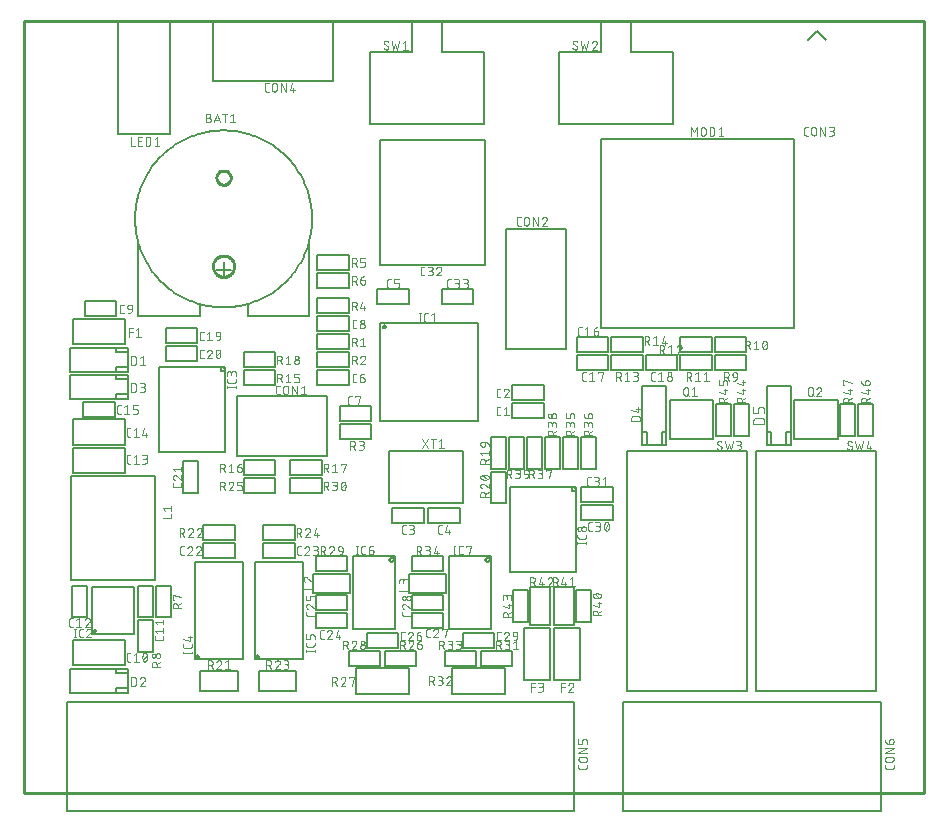
<source format=gbr>
G04 EAGLE Gerber RS-274X export*
G75*
%MOMM*%
%FSLAX34Y34*%
%LPD*%
%INSilkscreen Top*%
%IPPOS*%
%AMOC8*
5,1,8,0,0,1.08239X$1,22.5*%
G01*
%ADD10C,0.127000*%
%ADD11C,0.076200*%
%ADD12C,0.254000*%


D10*
X413385Y330200D02*
X440055Y330200D01*
X440055Y317500D01*
X413385Y317500D01*
X413385Y330200D01*
D11*
X403298Y320167D02*
X401661Y320167D01*
X401583Y320169D01*
X401505Y320174D01*
X401428Y320184D01*
X401351Y320197D01*
X401275Y320213D01*
X401200Y320233D01*
X401126Y320257D01*
X401053Y320284D01*
X400981Y320315D01*
X400911Y320349D01*
X400843Y320386D01*
X400776Y320427D01*
X400711Y320471D01*
X400649Y320517D01*
X400589Y320567D01*
X400531Y320619D01*
X400476Y320674D01*
X400424Y320732D01*
X400374Y320792D01*
X400328Y320854D01*
X400284Y320919D01*
X400243Y320986D01*
X400206Y321054D01*
X400172Y321124D01*
X400141Y321196D01*
X400114Y321269D01*
X400090Y321343D01*
X400070Y321418D01*
X400054Y321494D01*
X400041Y321571D01*
X400031Y321648D01*
X400026Y321726D01*
X400024Y321804D01*
X400024Y325896D01*
X400026Y325976D01*
X400032Y326056D01*
X400042Y326136D01*
X400055Y326215D01*
X400073Y326294D01*
X400094Y326371D01*
X400120Y326447D01*
X400149Y326522D01*
X400181Y326596D01*
X400217Y326668D01*
X400257Y326738D01*
X400300Y326805D01*
X400346Y326871D01*
X400396Y326934D01*
X400448Y326995D01*
X400503Y327054D01*
X400562Y327109D01*
X400622Y327161D01*
X400686Y327211D01*
X400752Y327257D01*
X400819Y327300D01*
X400889Y327340D01*
X400961Y327376D01*
X401035Y327408D01*
X401109Y327437D01*
X401186Y327463D01*
X401263Y327484D01*
X401342Y327502D01*
X401421Y327515D01*
X401501Y327525D01*
X401581Y327531D01*
X401661Y327533D01*
X403298Y327533D01*
X406143Y325896D02*
X408190Y327533D01*
X408190Y320167D01*
X410236Y320167D02*
X406143Y320167D01*
D10*
X78105Y403860D02*
X51435Y403860D01*
X51435Y416560D01*
X78105Y416560D01*
X78105Y403860D01*
D11*
X82891Y406527D02*
X84528Y406527D01*
X82891Y406527D02*
X82813Y406529D01*
X82735Y406534D01*
X82658Y406544D01*
X82581Y406557D01*
X82505Y406573D01*
X82430Y406593D01*
X82356Y406617D01*
X82283Y406644D01*
X82211Y406675D01*
X82141Y406709D01*
X82073Y406746D01*
X82006Y406787D01*
X81941Y406831D01*
X81879Y406877D01*
X81819Y406927D01*
X81761Y406979D01*
X81706Y407034D01*
X81654Y407092D01*
X81604Y407152D01*
X81558Y407214D01*
X81514Y407279D01*
X81473Y407346D01*
X81436Y407414D01*
X81402Y407484D01*
X81371Y407556D01*
X81344Y407629D01*
X81320Y407703D01*
X81300Y407778D01*
X81284Y407854D01*
X81271Y407931D01*
X81261Y408008D01*
X81256Y408086D01*
X81254Y408164D01*
X81254Y412256D01*
X81256Y412336D01*
X81262Y412416D01*
X81272Y412496D01*
X81285Y412575D01*
X81303Y412654D01*
X81324Y412731D01*
X81350Y412807D01*
X81379Y412882D01*
X81411Y412956D01*
X81447Y413028D01*
X81487Y413098D01*
X81530Y413165D01*
X81576Y413231D01*
X81626Y413294D01*
X81678Y413355D01*
X81733Y413414D01*
X81792Y413469D01*
X81852Y413521D01*
X81916Y413571D01*
X81982Y413617D01*
X82049Y413660D01*
X82119Y413700D01*
X82191Y413736D01*
X82265Y413768D01*
X82339Y413797D01*
X82416Y413823D01*
X82493Y413844D01*
X82572Y413862D01*
X82651Y413875D01*
X82731Y413885D01*
X82811Y413891D01*
X82891Y413893D01*
X84528Y413893D01*
X89010Y409801D02*
X91466Y409801D01*
X89010Y409801D02*
X88932Y409803D01*
X88854Y409808D01*
X88777Y409818D01*
X88700Y409831D01*
X88624Y409847D01*
X88549Y409867D01*
X88475Y409891D01*
X88402Y409918D01*
X88330Y409949D01*
X88260Y409983D01*
X88191Y410020D01*
X88125Y410061D01*
X88060Y410105D01*
X87998Y410151D01*
X87938Y410201D01*
X87880Y410253D01*
X87825Y410308D01*
X87773Y410366D01*
X87723Y410426D01*
X87677Y410488D01*
X87633Y410553D01*
X87592Y410620D01*
X87555Y410688D01*
X87521Y410758D01*
X87490Y410830D01*
X87463Y410903D01*
X87439Y410977D01*
X87419Y411052D01*
X87403Y411128D01*
X87390Y411205D01*
X87380Y411282D01*
X87375Y411360D01*
X87373Y411438D01*
X87373Y411847D01*
X87374Y411847D02*
X87376Y411936D01*
X87382Y412025D01*
X87392Y412114D01*
X87405Y412202D01*
X87422Y412290D01*
X87444Y412377D01*
X87469Y412462D01*
X87497Y412547D01*
X87530Y412630D01*
X87566Y412712D01*
X87605Y412792D01*
X87648Y412870D01*
X87694Y412946D01*
X87744Y413021D01*
X87797Y413093D01*
X87853Y413162D01*
X87912Y413229D01*
X87973Y413294D01*
X88038Y413355D01*
X88105Y413414D01*
X88174Y413470D01*
X88246Y413523D01*
X88321Y413573D01*
X88397Y413619D01*
X88475Y413662D01*
X88555Y413701D01*
X88637Y413737D01*
X88720Y413770D01*
X88805Y413798D01*
X88890Y413823D01*
X88977Y413845D01*
X89065Y413862D01*
X89153Y413875D01*
X89242Y413885D01*
X89331Y413891D01*
X89420Y413893D01*
X89509Y413891D01*
X89598Y413885D01*
X89687Y413875D01*
X89775Y413862D01*
X89863Y413845D01*
X89950Y413823D01*
X90035Y413798D01*
X90120Y413770D01*
X90203Y413737D01*
X90285Y413701D01*
X90365Y413662D01*
X90443Y413619D01*
X90519Y413573D01*
X90594Y413523D01*
X90666Y413470D01*
X90735Y413414D01*
X90802Y413355D01*
X90867Y413294D01*
X90928Y413229D01*
X90987Y413162D01*
X91043Y413093D01*
X91096Y413021D01*
X91146Y412946D01*
X91192Y412870D01*
X91235Y412792D01*
X91274Y412712D01*
X91310Y412630D01*
X91343Y412547D01*
X91371Y412462D01*
X91396Y412377D01*
X91418Y412290D01*
X91435Y412202D01*
X91448Y412114D01*
X91458Y412025D01*
X91464Y411936D01*
X91466Y411847D01*
X91466Y409801D01*
X91464Y409689D01*
X91458Y409578D01*
X91449Y409466D01*
X91436Y409355D01*
X91418Y409245D01*
X91398Y409135D01*
X91373Y409026D01*
X91345Y408918D01*
X91313Y408811D01*
X91277Y408705D01*
X91238Y408600D01*
X91195Y408497D01*
X91149Y408395D01*
X91099Y408295D01*
X91046Y408196D01*
X90989Y408100D01*
X90930Y408005D01*
X90867Y407913D01*
X90801Y407823D01*
X90732Y407735D01*
X90660Y407649D01*
X90585Y407566D01*
X90507Y407486D01*
X90427Y407408D01*
X90344Y407333D01*
X90258Y407261D01*
X90170Y407192D01*
X90080Y407126D01*
X89988Y407063D01*
X89893Y407004D01*
X89797Y406947D01*
X89698Y406894D01*
X89598Y406844D01*
X89496Y406798D01*
X89393Y406755D01*
X89288Y406716D01*
X89182Y406680D01*
X89075Y406648D01*
X88967Y406620D01*
X88858Y406595D01*
X88748Y406575D01*
X88638Y406557D01*
X88527Y406544D01*
X88415Y406535D01*
X88304Y406529D01*
X88192Y406527D01*
D10*
X467995Y386080D02*
X494665Y386080D01*
X494665Y373380D01*
X467995Y373380D01*
X467995Y386080D01*
D11*
X470394Y387477D02*
X472031Y387477D01*
X470394Y387477D02*
X470316Y387479D01*
X470238Y387484D01*
X470161Y387494D01*
X470084Y387507D01*
X470008Y387523D01*
X469933Y387543D01*
X469859Y387567D01*
X469786Y387594D01*
X469714Y387625D01*
X469644Y387659D01*
X469576Y387696D01*
X469509Y387737D01*
X469444Y387781D01*
X469382Y387827D01*
X469322Y387877D01*
X469264Y387929D01*
X469209Y387984D01*
X469157Y388042D01*
X469107Y388102D01*
X469061Y388164D01*
X469017Y388229D01*
X468976Y388296D01*
X468939Y388364D01*
X468905Y388434D01*
X468874Y388506D01*
X468847Y388579D01*
X468823Y388653D01*
X468803Y388728D01*
X468787Y388804D01*
X468774Y388881D01*
X468764Y388958D01*
X468759Y389036D01*
X468757Y389114D01*
X468757Y393206D01*
X468759Y393286D01*
X468765Y393366D01*
X468775Y393446D01*
X468788Y393525D01*
X468806Y393604D01*
X468827Y393681D01*
X468853Y393757D01*
X468882Y393832D01*
X468914Y393906D01*
X468950Y393978D01*
X468990Y394048D01*
X469033Y394115D01*
X469079Y394181D01*
X469129Y394244D01*
X469181Y394305D01*
X469236Y394364D01*
X469295Y394419D01*
X469355Y394471D01*
X469419Y394521D01*
X469485Y394567D01*
X469552Y394610D01*
X469622Y394650D01*
X469694Y394686D01*
X469768Y394718D01*
X469842Y394747D01*
X469919Y394773D01*
X469996Y394794D01*
X470075Y394812D01*
X470154Y394825D01*
X470234Y394835D01*
X470314Y394841D01*
X470394Y394843D01*
X472031Y394843D01*
X474876Y393206D02*
X476922Y394843D01*
X476922Y387477D01*
X474876Y387477D02*
X478968Y387477D01*
X482191Y391569D02*
X484646Y391569D01*
X484724Y391567D01*
X484802Y391562D01*
X484879Y391552D01*
X484956Y391539D01*
X485032Y391523D01*
X485107Y391503D01*
X485181Y391479D01*
X485254Y391452D01*
X485326Y391421D01*
X485396Y391387D01*
X485465Y391350D01*
X485531Y391309D01*
X485596Y391265D01*
X485658Y391219D01*
X485718Y391169D01*
X485776Y391117D01*
X485831Y391062D01*
X485883Y391004D01*
X485933Y390944D01*
X485979Y390882D01*
X486023Y390817D01*
X486064Y390751D01*
X486101Y390682D01*
X486135Y390612D01*
X486166Y390540D01*
X486193Y390467D01*
X486217Y390393D01*
X486237Y390318D01*
X486253Y390242D01*
X486266Y390165D01*
X486276Y390088D01*
X486281Y390010D01*
X486283Y389932D01*
X486283Y389523D01*
X486281Y389434D01*
X486275Y389345D01*
X486265Y389256D01*
X486252Y389168D01*
X486235Y389080D01*
X486213Y388993D01*
X486188Y388908D01*
X486160Y388823D01*
X486127Y388740D01*
X486091Y388658D01*
X486052Y388578D01*
X486009Y388500D01*
X485963Y388424D01*
X485913Y388349D01*
X485860Y388277D01*
X485804Y388208D01*
X485745Y388141D01*
X485684Y388076D01*
X485619Y388015D01*
X485552Y387956D01*
X485483Y387900D01*
X485411Y387847D01*
X485336Y387797D01*
X485260Y387751D01*
X485182Y387708D01*
X485102Y387669D01*
X485020Y387633D01*
X484937Y387600D01*
X484852Y387572D01*
X484767Y387547D01*
X484680Y387525D01*
X484592Y387508D01*
X484504Y387495D01*
X484415Y387485D01*
X484326Y387479D01*
X484237Y387477D01*
X484148Y387479D01*
X484059Y387485D01*
X483970Y387495D01*
X483882Y387508D01*
X483794Y387525D01*
X483707Y387547D01*
X483622Y387572D01*
X483537Y387600D01*
X483454Y387633D01*
X483372Y387669D01*
X483292Y387708D01*
X483214Y387751D01*
X483138Y387797D01*
X483063Y387847D01*
X482991Y387900D01*
X482922Y387956D01*
X482855Y388015D01*
X482790Y388076D01*
X482729Y388141D01*
X482670Y388208D01*
X482614Y388277D01*
X482561Y388349D01*
X482511Y388424D01*
X482465Y388500D01*
X482422Y388578D01*
X482383Y388658D01*
X482347Y388740D01*
X482314Y388823D01*
X482286Y388908D01*
X482261Y388993D01*
X482239Y389080D01*
X482222Y389168D01*
X482209Y389256D01*
X482199Y389345D01*
X482193Y389434D01*
X482191Y389523D01*
X482191Y391569D01*
X482193Y391683D01*
X482199Y391797D01*
X482209Y391911D01*
X482223Y392025D01*
X482241Y392138D01*
X482263Y392250D01*
X482288Y392361D01*
X482318Y392471D01*
X482351Y392581D01*
X482388Y392689D01*
X482429Y392795D01*
X482474Y392901D01*
X482522Y393004D01*
X482574Y393106D01*
X482630Y393206D01*
X482688Y393304D01*
X482751Y393400D01*
X482816Y393493D01*
X482885Y393585D01*
X482957Y393673D01*
X483032Y393760D01*
X483110Y393843D01*
X483191Y393924D01*
X483274Y394002D01*
X483361Y394077D01*
X483449Y394149D01*
X483541Y394218D01*
X483634Y394283D01*
X483730Y394345D01*
X483828Y394404D01*
X483928Y394460D01*
X484030Y394512D01*
X484133Y394560D01*
X484239Y394605D01*
X484345Y394646D01*
X484453Y394683D01*
X484563Y394716D01*
X484673Y394746D01*
X484784Y394771D01*
X484896Y394793D01*
X485009Y394811D01*
X485123Y394825D01*
X485237Y394835D01*
X485351Y394841D01*
X485465Y394843D01*
D10*
X494665Y370840D02*
X467995Y370840D01*
X494665Y370840D02*
X494665Y358140D01*
X467995Y358140D01*
X467995Y370840D01*
D11*
X474204Y349377D02*
X475841Y349377D01*
X474204Y349377D02*
X474126Y349379D01*
X474048Y349384D01*
X473971Y349394D01*
X473894Y349407D01*
X473818Y349423D01*
X473743Y349443D01*
X473669Y349467D01*
X473596Y349494D01*
X473524Y349525D01*
X473454Y349559D01*
X473386Y349596D01*
X473319Y349637D01*
X473254Y349681D01*
X473192Y349727D01*
X473132Y349777D01*
X473074Y349829D01*
X473019Y349884D01*
X472967Y349942D01*
X472917Y350002D01*
X472871Y350064D01*
X472827Y350129D01*
X472786Y350196D01*
X472749Y350264D01*
X472715Y350334D01*
X472684Y350406D01*
X472657Y350479D01*
X472633Y350553D01*
X472613Y350628D01*
X472597Y350704D01*
X472584Y350781D01*
X472574Y350858D01*
X472569Y350936D01*
X472567Y351014D01*
X472567Y355106D01*
X472569Y355186D01*
X472575Y355266D01*
X472585Y355346D01*
X472598Y355425D01*
X472616Y355504D01*
X472637Y355581D01*
X472663Y355657D01*
X472692Y355732D01*
X472724Y355806D01*
X472760Y355878D01*
X472800Y355948D01*
X472843Y356015D01*
X472889Y356081D01*
X472939Y356144D01*
X472991Y356205D01*
X473046Y356264D01*
X473105Y356319D01*
X473165Y356371D01*
X473229Y356421D01*
X473295Y356467D01*
X473362Y356510D01*
X473432Y356550D01*
X473504Y356586D01*
X473578Y356618D01*
X473652Y356647D01*
X473729Y356673D01*
X473806Y356694D01*
X473885Y356712D01*
X473964Y356725D01*
X474044Y356735D01*
X474124Y356741D01*
X474204Y356743D01*
X475841Y356743D01*
X478686Y355106D02*
X480732Y356743D01*
X480732Y349377D01*
X478686Y349377D02*
X482778Y349377D01*
X486001Y355925D02*
X486001Y356743D01*
X490093Y356743D01*
X488047Y349377D01*
D10*
X526415Y358140D02*
X553085Y358140D01*
X526415Y358140D02*
X526415Y370840D01*
X553085Y370840D01*
X553085Y358140D01*
D11*
X534261Y349377D02*
X532624Y349377D01*
X532546Y349379D01*
X532468Y349384D01*
X532391Y349394D01*
X532314Y349407D01*
X532238Y349423D01*
X532163Y349443D01*
X532089Y349467D01*
X532016Y349494D01*
X531944Y349525D01*
X531874Y349559D01*
X531806Y349596D01*
X531739Y349637D01*
X531674Y349681D01*
X531612Y349727D01*
X531552Y349777D01*
X531494Y349829D01*
X531439Y349884D01*
X531387Y349942D01*
X531337Y350002D01*
X531291Y350064D01*
X531247Y350129D01*
X531206Y350196D01*
X531169Y350264D01*
X531135Y350334D01*
X531104Y350406D01*
X531077Y350479D01*
X531053Y350553D01*
X531033Y350628D01*
X531017Y350704D01*
X531004Y350781D01*
X530994Y350858D01*
X530989Y350936D01*
X530987Y351014D01*
X530987Y355106D01*
X530989Y355186D01*
X530995Y355266D01*
X531005Y355346D01*
X531018Y355425D01*
X531036Y355504D01*
X531057Y355581D01*
X531083Y355657D01*
X531112Y355732D01*
X531144Y355806D01*
X531180Y355878D01*
X531220Y355948D01*
X531263Y356015D01*
X531309Y356081D01*
X531359Y356144D01*
X531411Y356205D01*
X531466Y356264D01*
X531525Y356319D01*
X531585Y356371D01*
X531649Y356421D01*
X531715Y356467D01*
X531782Y356510D01*
X531852Y356550D01*
X531924Y356586D01*
X531998Y356618D01*
X532072Y356647D01*
X532149Y356673D01*
X532226Y356694D01*
X532305Y356712D01*
X532384Y356725D01*
X532464Y356735D01*
X532544Y356741D01*
X532624Y356743D01*
X534261Y356743D01*
X537106Y355106D02*
X539152Y356743D01*
X539152Y349377D01*
X537106Y349377D02*
X541198Y349377D01*
X544421Y351423D02*
X544423Y351512D01*
X544429Y351601D01*
X544439Y351690D01*
X544452Y351778D01*
X544469Y351866D01*
X544491Y351953D01*
X544516Y352038D01*
X544544Y352123D01*
X544577Y352206D01*
X544613Y352288D01*
X544652Y352368D01*
X544695Y352446D01*
X544741Y352522D01*
X544791Y352597D01*
X544844Y352669D01*
X544900Y352738D01*
X544959Y352805D01*
X545020Y352870D01*
X545085Y352931D01*
X545152Y352990D01*
X545221Y353046D01*
X545293Y353099D01*
X545368Y353149D01*
X545444Y353195D01*
X545522Y353238D01*
X545602Y353277D01*
X545684Y353313D01*
X545767Y353346D01*
X545852Y353374D01*
X545937Y353399D01*
X546024Y353421D01*
X546112Y353438D01*
X546200Y353451D01*
X546289Y353461D01*
X546378Y353467D01*
X546467Y353469D01*
X546556Y353467D01*
X546645Y353461D01*
X546734Y353451D01*
X546822Y353438D01*
X546910Y353421D01*
X546997Y353399D01*
X547082Y353374D01*
X547167Y353346D01*
X547250Y353313D01*
X547332Y353277D01*
X547412Y353238D01*
X547490Y353195D01*
X547566Y353149D01*
X547641Y353099D01*
X547713Y353046D01*
X547782Y352990D01*
X547849Y352931D01*
X547914Y352870D01*
X547975Y352805D01*
X548034Y352738D01*
X548090Y352669D01*
X548143Y352597D01*
X548193Y352522D01*
X548239Y352446D01*
X548282Y352368D01*
X548321Y352288D01*
X548357Y352206D01*
X548390Y352123D01*
X548418Y352038D01*
X548443Y351953D01*
X548465Y351866D01*
X548482Y351778D01*
X548495Y351690D01*
X548505Y351601D01*
X548511Y351512D01*
X548513Y351423D01*
X548511Y351334D01*
X548505Y351245D01*
X548495Y351156D01*
X548482Y351068D01*
X548465Y350980D01*
X548443Y350893D01*
X548418Y350808D01*
X548390Y350723D01*
X548357Y350640D01*
X548321Y350558D01*
X548282Y350478D01*
X548239Y350400D01*
X548193Y350324D01*
X548143Y350249D01*
X548090Y350177D01*
X548034Y350108D01*
X547975Y350041D01*
X547914Y349976D01*
X547849Y349915D01*
X547782Y349856D01*
X547713Y349800D01*
X547641Y349747D01*
X547566Y349697D01*
X547490Y349651D01*
X547412Y349608D01*
X547332Y349569D01*
X547250Y349533D01*
X547167Y349500D01*
X547082Y349472D01*
X546997Y349447D01*
X546910Y349425D01*
X546822Y349408D01*
X546734Y349395D01*
X546645Y349385D01*
X546556Y349379D01*
X546467Y349377D01*
X546378Y349379D01*
X546289Y349385D01*
X546200Y349395D01*
X546112Y349408D01*
X546024Y349425D01*
X545937Y349447D01*
X545852Y349472D01*
X545767Y349500D01*
X545684Y349533D01*
X545602Y349569D01*
X545522Y349608D01*
X545444Y349651D01*
X545368Y349697D01*
X545293Y349747D01*
X545221Y349800D01*
X545152Y349856D01*
X545085Y349915D01*
X545020Y349976D01*
X544959Y350041D01*
X544900Y350108D01*
X544844Y350177D01*
X544791Y350249D01*
X544741Y350324D01*
X544695Y350400D01*
X544652Y350478D01*
X544613Y350558D01*
X544577Y350640D01*
X544544Y350723D01*
X544516Y350808D01*
X544491Y350893D01*
X544469Y350980D01*
X544452Y351068D01*
X544439Y351156D01*
X544429Y351245D01*
X544423Y351334D01*
X544421Y351423D01*
X544830Y355106D02*
X544832Y355185D01*
X544838Y355264D01*
X544847Y355343D01*
X544860Y355421D01*
X544878Y355498D01*
X544898Y355574D01*
X544923Y355649D01*
X544951Y355723D01*
X544982Y355796D01*
X545018Y355867D01*
X545056Y355936D01*
X545098Y356003D01*
X545143Y356068D01*
X545191Y356131D01*
X545242Y356192D01*
X545296Y356249D01*
X545352Y356305D01*
X545411Y356357D01*
X545473Y356407D01*
X545537Y356453D01*
X545603Y356497D01*
X545671Y356537D01*
X545741Y356573D01*
X545813Y356607D01*
X545887Y356637D01*
X545961Y356663D01*
X546037Y356686D01*
X546114Y356704D01*
X546191Y356720D01*
X546270Y356731D01*
X546348Y356739D01*
X546427Y356743D01*
X546507Y356743D01*
X546586Y356739D01*
X546664Y356731D01*
X546743Y356720D01*
X546820Y356704D01*
X546897Y356686D01*
X546973Y356663D01*
X547047Y356637D01*
X547121Y356607D01*
X547193Y356573D01*
X547263Y356537D01*
X547331Y356497D01*
X547397Y356453D01*
X547461Y356407D01*
X547523Y356357D01*
X547582Y356305D01*
X547638Y356249D01*
X547692Y356192D01*
X547743Y356131D01*
X547791Y356068D01*
X547836Y356003D01*
X547878Y355936D01*
X547916Y355867D01*
X547952Y355796D01*
X547983Y355723D01*
X548011Y355649D01*
X548036Y355574D01*
X548056Y355498D01*
X548074Y355421D01*
X548087Y355343D01*
X548096Y355264D01*
X548102Y355185D01*
X548104Y355106D01*
X548102Y355027D01*
X548096Y354948D01*
X548087Y354869D01*
X548074Y354791D01*
X548056Y354714D01*
X548036Y354638D01*
X548011Y354563D01*
X547983Y354489D01*
X547952Y354416D01*
X547916Y354345D01*
X547878Y354276D01*
X547836Y354209D01*
X547791Y354144D01*
X547743Y354081D01*
X547692Y354020D01*
X547638Y353963D01*
X547582Y353907D01*
X547523Y353855D01*
X547461Y353805D01*
X547397Y353759D01*
X547331Y353715D01*
X547263Y353675D01*
X547193Y353639D01*
X547121Y353605D01*
X547047Y353575D01*
X546973Y353549D01*
X546897Y353526D01*
X546820Y353508D01*
X546743Y353492D01*
X546664Y353481D01*
X546586Y353473D01*
X546507Y353469D01*
X546427Y353469D01*
X546348Y353473D01*
X546270Y353481D01*
X546191Y353492D01*
X546114Y353508D01*
X546037Y353526D01*
X545961Y353549D01*
X545887Y353575D01*
X545813Y353605D01*
X545741Y353639D01*
X545671Y353675D01*
X545603Y353715D01*
X545537Y353759D01*
X545473Y353805D01*
X545411Y353855D01*
X545352Y353907D01*
X545296Y353963D01*
X545242Y354020D01*
X545191Y354081D01*
X545143Y354144D01*
X545098Y354209D01*
X545056Y354276D01*
X545018Y354345D01*
X544982Y354416D01*
X544951Y354489D01*
X544923Y354563D01*
X544898Y354638D01*
X544878Y354714D01*
X544860Y354791D01*
X544847Y354869D01*
X544838Y354948D01*
X544832Y355027D01*
X544830Y355106D01*
D10*
X440055Y345440D02*
X413385Y345440D01*
X440055Y345440D02*
X440055Y332740D01*
X413385Y332740D01*
X413385Y345440D01*
D11*
X403298Y335407D02*
X401661Y335407D01*
X401583Y335409D01*
X401505Y335414D01*
X401428Y335424D01*
X401351Y335437D01*
X401275Y335453D01*
X401200Y335473D01*
X401126Y335497D01*
X401053Y335524D01*
X400981Y335555D01*
X400911Y335589D01*
X400843Y335626D01*
X400776Y335667D01*
X400711Y335711D01*
X400649Y335757D01*
X400589Y335807D01*
X400531Y335859D01*
X400476Y335914D01*
X400424Y335972D01*
X400374Y336032D01*
X400328Y336094D01*
X400284Y336159D01*
X400243Y336226D01*
X400206Y336294D01*
X400172Y336364D01*
X400141Y336436D01*
X400114Y336509D01*
X400090Y336583D01*
X400070Y336658D01*
X400054Y336734D01*
X400041Y336811D01*
X400031Y336888D01*
X400026Y336966D01*
X400024Y337044D01*
X400024Y341136D01*
X400026Y341216D01*
X400032Y341296D01*
X400042Y341376D01*
X400055Y341455D01*
X400073Y341534D01*
X400094Y341611D01*
X400120Y341687D01*
X400149Y341762D01*
X400181Y341836D01*
X400217Y341908D01*
X400257Y341978D01*
X400300Y342045D01*
X400346Y342111D01*
X400396Y342174D01*
X400448Y342235D01*
X400503Y342294D01*
X400562Y342349D01*
X400622Y342401D01*
X400686Y342451D01*
X400752Y342497D01*
X400819Y342540D01*
X400889Y342580D01*
X400961Y342616D01*
X401035Y342648D01*
X401109Y342677D01*
X401186Y342703D01*
X401263Y342724D01*
X401342Y342742D01*
X401421Y342755D01*
X401501Y342765D01*
X401581Y342771D01*
X401661Y342773D01*
X403298Y342773D01*
X408394Y342774D02*
X408479Y342772D01*
X408564Y342766D01*
X408648Y342756D01*
X408732Y342743D01*
X408816Y342725D01*
X408898Y342704D01*
X408979Y342679D01*
X409059Y342650D01*
X409138Y342617D01*
X409215Y342581D01*
X409290Y342541D01*
X409364Y342498D01*
X409435Y342452D01*
X409504Y342402D01*
X409571Y342349D01*
X409635Y342293D01*
X409696Y342234D01*
X409755Y342173D01*
X409811Y342109D01*
X409864Y342042D01*
X409914Y341973D01*
X409960Y341902D01*
X410003Y341828D01*
X410043Y341753D01*
X410079Y341676D01*
X410112Y341597D01*
X410141Y341517D01*
X410166Y341436D01*
X410187Y341354D01*
X410205Y341270D01*
X410218Y341186D01*
X410228Y341102D01*
X410234Y341017D01*
X410236Y340932D01*
X408394Y342773D02*
X408298Y342771D01*
X408202Y342765D01*
X408107Y342755D01*
X408012Y342742D01*
X407917Y342724D01*
X407824Y342703D01*
X407731Y342678D01*
X407640Y342649D01*
X407549Y342617D01*
X407460Y342581D01*
X407373Y342541D01*
X407287Y342498D01*
X407203Y342452D01*
X407121Y342402D01*
X407041Y342348D01*
X406964Y342292D01*
X406889Y342232D01*
X406816Y342170D01*
X406746Y342104D01*
X406678Y342036D01*
X406613Y341965D01*
X406552Y341892D01*
X406493Y341816D01*
X406437Y341737D01*
X406385Y341657D01*
X406336Y341574D01*
X406290Y341490D01*
X406248Y341404D01*
X406210Y341316D01*
X406175Y341227D01*
X406143Y341136D01*
X409622Y339500D02*
X409682Y339559D01*
X409739Y339621D01*
X409794Y339685D01*
X409845Y339752D01*
X409894Y339821D01*
X409940Y339891D01*
X409983Y339964D01*
X410023Y340038D01*
X410059Y340114D01*
X410092Y340192D01*
X410122Y340271D01*
X410149Y340351D01*
X410172Y340432D01*
X410191Y340514D01*
X410207Y340596D01*
X410220Y340680D01*
X410229Y340764D01*
X410234Y340848D01*
X410236Y340932D01*
X409622Y339499D02*
X406143Y335407D01*
X410236Y335407D01*
D10*
X471805Y231140D02*
X498475Y231140D01*
X471805Y231140D02*
X471805Y243840D01*
X498475Y243840D01*
X498475Y231140D01*
D11*
X480921Y222377D02*
X479284Y222377D01*
X479206Y222379D01*
X479128Y222384D01*
X479051Y222394D01*
X478974Y222407D01*
X478898Y222423D01*
X478823Y222443D01*
X478749Y222467D01*
X478676Y222494D01*
X478604Y222525D01*
X478534Y222559D01*
X478466Y222596D01*
X478399Y222637D01*
X478334Y222681D01*
X478272Y222727D01*
X478212Y222777D01*
X478154Y222829D01*
X478099Y222884D01*
X478047Y222942D01*
X477997Y223002D01*
X477951Y223064D01*
X477907Y223129D01*
X477866Y223196D01*
X477829Y223264D01*
X477795Y223334D01*
X477764Y223406D01*
X477737Y223479D01*
X477713Y223553D01*
X477693Y223628D01*
X477677Y223704D01*
X477664Y223781D01*
X477654Y223858D01*
X477649Y223936D01*
X477647Y224014D01*
X477647Y228106D01*
X477649Y228186D01*
X477655Y228266D01*
X477665Y228346D01*
X477678Y228425D01*
X477696Y228504D01*
X477717Y228581D01*
X477743Y228657D01*
X477772Y228732D01*
X477804Y228806D01*
X477840Y228878D01*
X477880Y228948D01*
X477923Y229015D01*
X477969Y229081D01*
X478019Y229144D01*
X478071Y229205D01*
X478126Y229264D01*
X478185Y229319D01*
X478245Y229371D01*
X478309Y229421D01*
X478375Y229467D01*
X478442Y229510D01*
X478512Y229550D01*
X478584Y229586D01*
X478658Y229618D01*
X478732Y229647D01*
X478809Y229673D01*
X478886Y229694D01*
X478965Y229712D01*
X479044Y229725D01*
X479124Y229735D01*
X479204Y229741D01*
X479284Y229743D01*
X480921Y229743D01*
X483766Y222377D02*
X485812Y222377D01*
X485901Y222379D01*
X485990Y222385D01*
X486079Y222395D01*
X486167Y222408D01*
X486255Y222425D01*
X486342Y222447D01*
X486427Y222472D01*
X486512Y222500D01*
X486595Y222533D01*
X486677Y222569D01*
X486757Y222608D01*
X486835Y222651D01*
X486911Y222697D01*
X486986Y222747D01*
X487058Y222800D01*
X487127Y222856D01*
X487194Y222915D01*
X487259Y222976D01*
X487320Y223041D01*
X487379Y223108D01*
X487435Y223177D01*
X487488Y223249D01*
X487538Y223324D01*
X487584Y223400D01*
X487627Y223478D01*
X487666Y223558D01*
X487702Y223640D01*
X487735Y223723D01*
X487763Y223808D01*
X487788Y223893D01*
X487810Y223980D01*
X487827Y224068D01*
X487840Y224156D01*
X487850Y224245D01*
X487856Y224334D01*
X487858Y224423D01*
X487856Y224512D01*
X487850Y224601D01*
X487840Y224690D01*
X487827Y224778D01*
X487810Y224866D01*
X487788Y224953D01*
X487763Y225038D01*
X487735Y225123D01*
X487702Y225206D01*
X487666Y225288D01*
X487627Y225368D01*
X487584Y225446D01*
X487538Y225522D01*
X487488Y225597D01*
X487435Y225669D01*
X487379Y225738D01*
X487320Y225805D01*
X487259Y225870D01*
X487194Y225931D01*
X487127Y225990D01*
X487058Y226046D01*
X486986Y226099D01*
X486911Y226149D01*
X486835Y226195D01*
X486757Y226238D01*
X486677Y226277D01*
X486595Y226313D01*
X486512Y226346D01*
X486427Y226374D01*
X486342Y226399D01*
X486255Y226421D01*
X486167Y226438D01*
X486079Y226451D01*
X485990Y226461D01*
X485901Y226467D01*
X485812Y226469D01*
X486221Y229743D02*
X483766Y229743D01*
X486221Y229743D02*
X486300Y229741D01*
X486379Y229735D01*
X486458Y229726D01*
X486536Y229713D01*
X486613Y229695D01*
X486689Y229675D01*
X486764Y229650D01*
X486838Y229622D01*
X486911Y229591D01*
X486982Y229555D01*
X487051Y229517D01*
X487118Y229475D01*
X487183Y229430D01*
X487246Y229382D01*
X487307Y229331D01*
X487364Y229277D01*
X487420Y229221D01*
X487472Y229162D01*
X487522Y229100D01*
X487568Y229036D01*
X487612Y228970D01*
X487652Y228902D01*
X487688Y228832D01*
X487722Y228760D01*
X487752Y228686D01*
X487778Y228612D01*
X487801Y228536D01*
X487819Y228459D01*
X487835Y228382D01*
X487846Y228303D01*
X487854Y228225D01*
X487858Y228146D01*
X487858Y228066D01*
X487854Y227987D01*
X487846Y227909D01*
X487835Y227830D01*
X487819Y227753D01*
X487801Y227676D01*
X487778Y227600D01*
X487752Y227526D01*
X487722Y227452D01*
X487688Y227380D01*
X487652Y227310D01*
X487612Y227242D01*
X487568Y227176D01*
X487522Y227112D01*
X487472Y227050D01*
X487420Y226991D01*
X487364Y226935D01*
X487307Y226881D01*
X487246Y226830D01*
X487183Y226782D01*
X487118Y226737D01*
X487051Y226695D01*
X486982Y226657D01*
X486911Y226621D01*
X486838Y226590D01*
X486764Y226562D01*
X486689Y226537D01*
X486613Y226517D01*
X486536Y226499D01*
X486458Y226486D01*
X486379Y226477D01*
X486300Y226471D01*
X486221Y226469D01*
X484584Y226469D01*
X491081Y226060D02*
X491083Y226213D01*
X491089Y226366D01*
X491098Y226518D01*
X491112Y226671D01*
X491129Y226823D01*
X491150Y226974D01*
X491175Y227125D01*
X491204Y227275D01*
X491236Y227425D01*
X491273Y227573D01*
X491313Y227721D01*
X491356Y227868D01*
X491404Y228013D01*
X491455Y228157D01*
X491509Y228300D01*
X491568Y228442D01*
X491629Y228581D01*
X491695Y228720D01*
X491721Y228790D01*
X491751Y228860D01*
X491784Y228927D01*
X491820Y228993D01*
X491859Y229057D01*
X491902Y229119D01*
X491948Y229178D01*
X491996Y229236D01*
X492047Y229290D01*
X492101Y229343D01*
X492158Y229392D01*
X492217Y229439D01*
X492278Y229482D01*
X492341Y229523D01*
X492406Y229560D01*
X492473Y229595D01*
X492542Y229625D01*
X492612Y229653D01*
X492683Y229676D01*
X492755Y229697D01*
X492828Y229713D01*
X492902Y229726D01*
X492977Y229736D01*
X493052Y229741D01*
X493127Y229743D01*
X493202Y229741D01*
X493277Y229736D01*
X493352Y229726D01*
X493426Y229713D01*
X493499Y229697D01*
X493571Y229676D01*
X493642Y229653D01*
X493712Y229625D01*
X493781Y229595D01*
X493848Y229560D01*
X493913Y229523D01*
X493976Y229482D01*
X494037Y229439D01*
X494096Y229392D01*
X494153Y229343D01*
X494207Y229290D01*
X494258Y229236D01*
X494307Y229178D01*
X494352Y229119D01*
X494395Y229057D01*
X494434Y228993D01*
X494471Y228927D01*
X494503Y228859D01*
X494533Y228790D01*
X494559Y228720D01*
X494624Y228582D01*
X494686Y228442D01*
X494744Y228300D01*
X494799Y228157D01*
X494850Y228013D01*
X494898Y227868D01*
X494941Y227721D01*
X494981Y227574D01*
X495018Y227425D01*
X495050Y227275D01*
X495079Y227125D01*
X495104Y226974D01*
X495125Y226823D01*
X495142Y226671D01*
X495156Y226518D01*
X495165Y226366D01*
X495171Y226213D01*
X495173Y226060D01*
X491081Y226060D02*
X491083Y225907D01*
X491089Y225754D01*
X491098Y225601D01*
X491112Y225449D01*
X491129Y225297D01*
X491150Y225146D01*
X491175Y224995D01*
X491204Y224844D01*
X491236Y224695D01*
X491273Y224546D01*
X491313Y224399D01*
X491356Y224252D01*
X491404Y224107D01*
X491455Y223962D01*
X491510Y223820D01*
X491568Y223678D01*
X491630Y223538D01*
X491695Y223400D01*
X491721Y223329D01*
X491751Y223260D01*
X491784Y223193D01*
X491820Y223127D01*
X491859Y223063D01*
X491902Y223001D01*
X491948Y222942D01*
X491996Y222884D01*
X492047Y222830D01*
X492101Y222777D01*
X492158Y222728D01*
X492217Y222681D01*
X492278Y222638D01*
X492341Y222597D01*
X492406Y222560D01*
X492473Y222525D01*
X492542Y222495D01*
X492612Y222467D01*
X492683Y222444D01*
X492755Y222423D01*
X492828Y222407D01*
X492902Y222394D01*
X492977Y222384D01*
X493052Y222379D01*
X493127Y222377D01*
X494559Y223400D02*
X494624Y223538D01*
X494686Y223678D01*
X494744Y223820D01*
X494799Y223963D01*
X494850Y224107D01*
X494898Y224252D01*
X494941Y224399D01*
X494981Y224547D01*
X495018Y224695D01*
X495050Y224845D01*
X495079Y224995D01*
X495104Y225146D01*
X495125Y225297D01*
X495142Y225449D01*
X495156Y225602D01*
X495165Y225754D01*
X495171Y225907D01*
X495173Y226060D01*
X494559Y223400D02*
X494533Y223330D01*
X494503Y223260D01*
X494471Y223193D01*
X494434Y223127D01*
X494395Y223063D01*
X494352Y223001D01*
X494306Y222942D01*
X494258Y222884D01*
X494207Y222830D01*
X494153Y222777D01*
X494096Y222728D01*
X494037Y222681D01*
X493976Y222638D01*
X493913Y222597D01*
X493848Y222560D01*
X493781Y222525D01*
X493712Y222495D01*
X493642Y222467D01*
X493571Y222444D01*
X493499Y222423D01*
X493426Y222407D01*
X493352Y222394D01*
X493277Y222384D01*
X493202Y222379D01*
X493127Y222377D01*
X491490Y224014D02*
X494764Y228106D01*
D10*
X498475Y246380D02*
X471805Y246380D01*
X471805Y259080D01*
X498475Y259080D01*
X498475Y246380D01*
D11*
X479651Y260477D02*
X478014Y260477D01*
X477936Y260479D01*
X477858Y260484D01*
X477781Y260494D01*
X477704Y260507D01*
X477628Y260523D01*
X477553Y260543D01*
X477479Y260567D01*
X477406Y260594D01*
X477334Y260625D01*
X477264Y260659D01*
X477196Y260696D01*
X477129Y260737D01*
X477064Y260781D01*
X477002Y260827D01*
X476942Y260877D01*
X476884Y260929D01*
X476829Y260984D01*
X476777Y261042D01*
X476727Y261102D01*
X476681Y261164D01*
X476637Y261229D01*
X476596Y261296D01*
X476559Y261364D01*
X476525Y261434D01*
X476494Y261506D01*
X476467Y261579D01*
X476443Y261653D01*
X476423Y261728D01*
X476407Y261804D01*
X476394Y261881D01*
X476384Y261958D01*
X476379Y262036D01*
X476377Y262114D01*
X476377Y266206D01*
X476379Y266286D01*
X476385Y266366D01*
X476395Y266446D01*
X476408Y266525D01*
X476426Y266604D01*
X476447Y266681D01*
X476473Y266757D01*
X476502Y266832D01*
X476534Y266906D01*
X476570Y266978D01*
X476610Y267048D01*
X476653Y267115D01*
X476699Y267181D01*
X476749Y267244D01*
X476801Y267305D01*
X476856Y267364D01*
X476915Y267419D01*
X476975Y267471D01*
X477039Y267521D01*
X477105Y267567D01*
X477172Y267610D01*
X477242Y267650D01*
X477314Y267686D01*
X477388Y267718D01*
X477462Y267747D01*
X477539Y267773D01*
X477616Y267794D01*
X477695Y267812D01*
X477774Y267825D01*
X477854Y267835D01*
X477934Y267841D01*
X478014Y267843D01*
X479651Y267843D01*
X482496Y260477D02*
X484542Y260477D01*
X484631Y260479D01*
X484720Y260485D01*
X484809Y260495D01*
X484897Y260508D01*
X484985Y260525D01*
X485072Y260547D01*
X485157Y260572D01*
X485242Y260600D01*
X485325Y260633D01*
X485407Y260669D01*
X485487Y260708D01*
X485565Y260751D01*
X485641Y260797D01*
X485716Y260847D01*
X485788Y260900D01*
X485857Y260956D01*
X485924Y261015D01*
X485989Y261076D01*
X486050Y261141D01*
X486109Y261208D01*
X486165Y261277D01*
X486218Y261349D01*
X486268Y261424D01*
X486314Y261500D01*
X486357Y261578D01*
X486396Y261658D01*
X486432Y261740D01*
X486465Y261823D01*
X486493Y261908D01*
X486518Y261993D01*
X486540Y262080D01*
X486557Y262168D01*
X486570Y262256D01*
X486580Y262345D01*
X486586Y262434D01*
X486588Y262523D01*
X486586Y262612D01*
X486580Y262701D01*
X486570Y262790D01*
X486557Y262878D01*
X486540Y262966D01*
X486518Y263053D01*
X486493Y263138D01*
X486465Y263223D01*
X486432Y263306D01*
X486396Y263388D01*
X486357Y263468D01*
X486314Y263546D01*
X486268Y263622D01*
X486218Y263697D01*
X486165Y263769D01*
X486109Y263838D01*
X486050Y263905D01*
X485989Y263970D01*
X485924Y264031D01*
X485857Y264090D01*
X485788Y264146D01*
X485716Y264199D01*
X485641Y264249D01*
X485565Y264295D01*
X485487Y264338D01*
X485407Y264377D01*
X485325Y264413D01*
X485242Y264446D01*
X485157Y264474D01*
X485072Y264499D01*
X484985Y264521D01*
X484897Y264538D01*
X484809Y264551D01*
X484720Y264561D01*
X484631Y264567D01*
X484542Y264569D01*
X484951Y267843D02*
X482496Y267843D01*
X484951Y267843D02*
X485030Y267841D01*
X485109Y267835D01*
X485188Y267826D01*
X485266Y267813D01*
X485343Y267795D01*
X485419Y267775D01*
X485494Y267750D01*
X485568Y267722D01*
X485641Y267691D01*
X485712Y267655D01*
X485781Y267617D01*
X485848Y267575D01*
X485913Y267530D01*
X485976Y267482D01*
X486037Y267431D01*
X486094Y267377D01*
X486150Y267321D01*
X486202Y267262D01*
X486252Y267200D01*
X486298Y267136D01*
X486342Y267070D01*
X486382Y267002D01*
X486418Y266932D01*
X486452Y266860D01*
X486482Y266786D01*
X486508Y266712D01*
X486531Y266636D01*
X486549Y266559D01*
X486565Y266482D01*
X486576Y266403D01*
X486584Y266325D01*
X486588Y266246D01*
X486588Y266166D01*
X486584Y266087D01*
X486576Y266009D01*
X486565Y265930D01*
X486549Y265853D01*
X486531Y265776D01*
X486508Y265700D01*
X486482Y265626D01*
X486452Y265552D01*
X486418Y265480D01*
X486382Y265410D01*
X486342Y265342D01*
X486298Y265276D01*
X486252Y265212D01*
X486202Y265150D01*
X486150Y265091D01*
X486094Y265035D01*
X486037Y264981D01*
X485976Y264930D01*
X485913Y264882D01*
X485848Y264837D01*
X485781Y264795D01*
X485712Y264757D01*
X485641Y264721D01*
X485568Y264690D01*
X485494Y264662D01*
X485419Y264637D01*
X485343Y264617D01*
X485266Y264599D01*
X485188Y264586D01*
X485109Y264577D01*
X485030Y264571D01*
X484951Y264569D01*
X483314Y264569D01*
X489811Y266206D02*
X491857Y267843D01*
X491857Y260477D01*
X489811Y260477D02*
X493903Y260477D01*
D10*
X274955Y391160D02*
X248285Y391160D01*
X248285Y403860D01*
X274955Y403860D01*
X274955Y391160D01*
D11*
X279741Y393827D02*
X281378Y393827D01*
X279741Y393827D02*
X279663Y393829D01*
X279585Y393834D01*
X279508Y393844D01*
X279431Y393857D01*
X279355Y393873D01*
X279280Y393893D01*
X279206Y393917D01*
X279133Y393944D01*
X279061Y393975D01*
X278991Y394009D01*
X278923Y394046D01*
X278856Y394087D01*
X278791Y394131D01*
X278729Y394177D01*
X278669Y394227D01*
X278611Y394279D01*
X278556Y394334D01*
X278504Y394392D01*
X278454Y394452D01*
X278408Y394514D01*
X278364Y394579D01*
X278323Y394646D01*
X278286Y394714D01*
X278252Y394784D01*
X278221Y394856D01*
X278194Y394929D01*
X278170Y395003D01*
X278150Y395078D01*
X278134Y395154D01*
X278121Y395231D01*
X278111Y395308D01*
X278106Y395386D01*
X278104Y395464D01*
X278104Y399556D01*
X278106Y399636D01*
X278112Y399716D01*
X278122Y399796D01*
X278135Y399875D01*
X278153Y399954D01*
X278174Y400031D01*
X278200Y400107D01*
X278229Y400182D01*
X278261Y400256D01*
X278297Y400328D01*
X278337Y400398D01*
X278380Y400465D01*
X278426Y400531D01*
X278476Y400594D01*
X278528Y400655D01*
X278583Y400714D01*
X278642Y400769D01*
X278702Y400821D01*
X278766Y400871D01*
X278832Y400917D01*
X278899Y400960D01*
X278969Y401000D01*
X279041Y401036D01*
X279115Y401068D01*
X279189Y401097D01*
X279266Y401123D01*
X279343Y401144D01*
X279422Y401162D01*
X279501Y401175D01*
X279581Y401185D01*
X279661Y401191D01*
X279741Y401193D01*
X281378Y401193D01*
X284224Y395873D02*
X284226Y395962D01*
X284232Y396051D01*
X284242Y396140D01*
X284255Y396228D01*
X284272Y396316D01*
X284294Y396403D01*
X284319Y396488D01*
X284347Y396573D01*
X284380Y396656D01*
X284416Y396738D01*
X284455Y396818D01*
X284498Y396896D01*
X284544Y396972D01*
X284594Y397047D01*
X284647Y397119D01*
X284703Y397188D01*
X284762Y397255D01*
X284823Y397320D01*
X284888Y397381D01*
X284955Y397440D01*
X285024Y397496D01*
X285096Y397549D01*
X285171Y397599D01*
X285247Y397645D01*
X285325Y397688D01*
X285405Y397727D01*
X285487Y397763D01*
X285570Y397796D01*
X285655Y397824D01*
X285740Y397849D01*
X285827Y397871D01*
X285915Y397888D01*
X286003Y397901D01*
X286092Y397911D01*
X286181Y397917D01*
X286270Y397919D01*
X286359Y397917D01*
X286448Y397911D01*
X286537Y397901D01*
X286625Y397888D01*
X286713Y397871D01*
X286800Y397849D01*
X286885Y397824D01*
X286970Y397796D01*
X287053Y397763D01*
X287135Y397727D01*
X287215Y397688D01*
X287293Y397645D01*
X287369Y397599D01*
X287444Y397549D01*
X287516Y397496D01*
X287585Y397440D01*
X287652Y397381D01*
X287717Y397320D01*
X287778Y397255D01*
X287837Y397188D01*
X287893Y397119D01*
X287946Y397047D01*
X287996Y396972D01*
X288042Y396896D01*
X288085Y396818D01*
X288124Y396738D01*
X288160Y396656D01*
X288193Y396573D01*
X288221Y396488D01*
X288246Y396403D01*
X288268Y396316D01*
X288285Y396228D01*
X288298Y396140D01*
X288308Y396051D01*
X288314Y395962D01*
X288316Y395873D01*
X288314Y395784D01*
X288308Y395695D01*
X288298Y395606D01*
X288285Y395518D01*
X288268Y395430D01*
X288246Y395343D01*
X288221Y395258D01*
X288193Y395173D01*
X288160Y395090D01*
X288124Y395008D01*
X288085Y394928D01*
X288042Y394850D01*
X287996Y394774D01*
X287946Y394699D01*
X287893Y394627D01*
X287837Y394558D01*
X287778Y394491D01*
X287717Y394426D01*
X287652Y394365D01*
X287585Y394306D01*
X287516Y394250D01*
X287444Y394197D01*
X287369Y394147D01*
X287293Y394101D01*
X287215Y394058D01*
X287135Y394019D01*
X287053Y393983D01*
X286970Y393950D01*
X286885Y393922D01*
X286800Y393897D01*
X286713Y393875D01*
X286625Y393858D01*
X286537Y393845D01*
X286448Y393835D01*
X286359Y393829D01*
X286270Y393827D01*
X286181Y393829D01*
X286092Y393835D01*
X286003Y393845D01*
X285915Y393858D01*
X285827Y393875D01*
X285740Y393897D01*
X285655Y393922D01*
X285570Y393950D01*
X285487Y393983D01*
X285405Y394019D01*
X285325Y394058D01*
X285247Y394101D01*
X285171Y394147D01*
X285096Y394197D01*
X285024Y394250D01*
X284955Y394306D01*
X284888Y394365D01*
X284823Y394426D01*
X284762Y394491D01*
X284703Y394558D01*
X284647Y394627D01*
X284594Y394699D01*
X284544Y394774D01*
X284498Y394850D01*
X284455Y394928D01*
X284416Y395008D01*
X284380Y395090D01*
X284347Y395173D01*
X284319Y395258D01*
X284294Y395343D01*
X284272Y395430D01*
X284255Y395518D01*
X284242Y395606D01*
X284232Y395695D01*
X284226Y395784D01*
X284224Y395873D01*
X284633Y399556D02*
X284635Y399635D01*
X284641Y399714D01*
X284650Y399793D01*
X284663Y399871D01*
X284681Y399948D01*
X284701Y400024D01*
X284726Y400099D01*
X284754Y400173D01*
X284785Y400246D01*
X284821Y400317D01*
X284859Y400386D01*
X284901Y400453D01*
X284946Y400518D01*
X284994Y400581D01*
X285045Y400642D01*
X285099Y400699D01*
X285155Y400755D01*
X285214Y400807D01*
X285276Y400857D01*
X285340Y400903D01*
X285406Y400947D01*
X285474Y400987D01*
X285544Y401023D01*
X285616Y401057D01*
X285690Y401087D01*
X285764Y401113D01*
X285840Y401136D01*
X285917Y401154D01*
X285994Y401170D01*
X286073Y401181D01*
X286151Y401189D01*
X286230Y401193D01*
X286310Y401193D01*
X286389Y401189D01*
X286467Y401181D01*
X286546Y401170D01*
X286623Y401154D01*
X286700Y401136D01*
X286776Y401113D01*
X286850Y401087D01*
X286924Y401057D01*
X286996Y401023D01*
X287066Y400987D01*
X287134Y400947D01*
X287200Y400903D01*
X287264Y400857D01*
X287326Y400807D01*
X287385Y400755D01*
X287441Y400699D01*
X287495Y400642D01*
X287546Y400581D01*
X287594Y400518D01*
X287639Y400453D01*
X287681Y400386D01*
X287719Y400317D01*
X287755Y400246D01*
X287786Y400173D01*
X287814Y400099D01*
X287839Y400024D01*
X287859Y399948D01*
X287877Y399871D01*
X287890Y399793D01*
X287899Y399714D01*
X287905Y399635D01*
X287907Y399556D01*
X287905Y399477D01*
X287899Y399398D01*
X287890Y399319D01*
X287877Y399241D01*
X287859Y399164D01*
X287839Y399088D01*
X287814Y399013D01*
X287786Y398939D01*
X287755Y398866D01*
X287719Y398795D01*
X287681Y398726D01*
X287639Y398659D01*
X287594Y398594D01*
X287546Y398531D01*
X287495Y398470D01*
X287441Y398413D01*
X287385Y398357D01*
X287326Y398305D01*
X287264Y398255D01*
X287200Y398209D01*
X287134Y398165D01*
X287066Y398125D01*
X286996Y398089D01*
X286924Y398055D01*
X286850Y398025D01*
X286776Y397999D01*
X286700Y397976D01*
X286623Y397958D01*
X286546Y397942D01*
X286467Y397931D01*
X286389Y397923D01*
X286310Y397919D01*
X286230Y397919D01*
X286151Y397923D01*
X286073Y397931D01*
X285994Y397942D01*
X285917Y397958D01*
X285840Y397976D01*
X285764Y397999D01*
X285690Y398025D01*
X285616Y398055D01*
X285544Y398089D01*
X285474Y398125D01*
X285406Y398165D01*
X285340Y398209D01*
X285276Y398255D01*
X285214Y398305D01*
X285155Y398357D01*
X285099Y398413D01*
X285045Y398470D01*
X284994Y398531D01*
X284946Y398594D01*
X284901Y398659D01*
X284859Y398726D01*
X284821Y398795D01*
X284785Y398866D01*
X284754Y398939D01*
X284726Y399013D01*
X284701Y399088D01*
X284681Y399164D01*
X284663Y399241D01*
X284650Y399319D01*
X284641Y399398D01*
X284635Y399477D01*
X284633Y399556D01*
D10*
X311785Y241300D02*
X338455Y241300D01*
X338455Y228600D01*
X311785Y228600D01*
X311785Y241300D01*
D11*
X321651Y219837D02*
X323288Y219837D01*
X321651Y219837D02*
X321573Y219839D01*
X321495Y219844D01*
X321418Y219854D01*
X321341Y219867D01*
X321265Y219883D01*
X321190Y219903D01*
X321116Y219927D01*
X321043Y219954D01*
X320971Y219985D01*
X320901Y220019D01*
X320833Y220056D01*
X320766Y220097D01*
X320701Y220141D01*
X320639Y220187D01*
X320579Y220237D01*
X320521Y220289D01*
X320466Y220344D01*
X320414Y220402D01*
X320364Y220462D01*
X320318Y220524D01*
X320274Y220589D01*
X320233Y220656D01*
X320196Y220724D01*
X320162Y220794D01*
X320131Y220866D01*
X320104Y220939D01*
X320080Y221013D01*
X320060Y221088D01*
X320044Y221164D01*
X320031Y221241D01*
X320021Y221318D01*
X320016Y221396D01*
X320014Y221474D01*
X320014Y225566D01*
X320016Y225646D01*
X320022Y225726D01*
X320032Y225806D01*
X320045Y225885D01*
X320063Y225964D01*
X320084Y226041D01*
X320110Y226117D01*
X320139Y226192D01*
X320171Y226266D01*
X320207Y226338D01*
X320247Y226408D01*
X320290Y226475D01*
X320336Y226541D01*
X320386Y226604D01*
X320438Y226665D01*
X320493Y226724D01*
X320552Y226779D01*
X320612Y226831D01*
X320676Y226881D01*
X320742Y226927D01*
X320809Y226970D01*
X320879Y227010D01*
X320951Y227046D01*
X321025Y227078D01*
X321099Y227107D01*
X321176Y227133D01*
X321253Y227154D01*
X321332Y227172D01*
X321411Y227185D01*
X321491Y227195D01*
X321571Y227201D01*
X321651Y227203D01*
X323288Y227203D01*
X326133Y219837D02*
X328180Y219837D01*
X328269Y219839D01*
X328358Y219845D01*
X328447Y219855D01*
X328535Y219868D01*
X328623Y219885D01*
X328710Y219907D01*
X328795Y219932D01*
X328880Y219960D01*
X328963Y219993D01*
X329045Y220029D01*
X329125Y220068D01*
X329203Y220111D01*
X329279Y220157D01*
X329354Y220207D01*
X329426Y220260D01*
X329495Y220316D01*
X329562Y220375D01*
X329627Y220436D01*
X329688Y220501D01*
X329747Y220568D01*
X329803Y220637D01*
X329856Y220709D01*
X329906Y220784D01*
X329952Y220860D01*
X329995Y220938D01*
X330034Y221018D01*
X330070Y221100D01*
X330103Y221183D01*
X330131Y221268D01*
X330156Y221353D01*
X330178Y221440D01*
X330195Y221528D01*
X330208Y221616D01*
X330218Y221705D01*
X330224Y221794D01*
X330226Y221883D01*
X330224Y221972D01*
X330218Y222061D01*
X330208Y222150D01*
X330195Y222238D01*
X330178Y222326D01*
X330156Y222413D01*
X330131Y222498D01*
X330103Y222583D01*
X330070Y222666D01*
X330034Y222748D01*
X329995Y222828D01*
X329952Y222906D01*
X329906Y222982D01*
X329856Y223057D01*
X329803Y223129D01*
X329747Y223198D01*
X329688Y223265D01*
X329627Y223330D01*
X329562Y223391D01*
X329495Y223450D01*
X329426Y223506D01*
X329354Y223559D01*
X329279Y223609D01*
X329203Y223655D01*
X329125Y223698D01*
X329045Y223737D01*
X328963Y223773D01*
X328880Y223806D01*
X328795Y223834D01*
X328710Y223859D01*
X328623Y223881D01*
X328535Y223898D01*
X328447Y223911D01*
X328358Y223921D01*
X328269Y223927D01*
X328180Y223929D01*
X328589Y227203D02*
X326133Y227203D01*
X328589Y227203D02*
X328668Y227201D01*
X328747Y227195D01*
X328826Y227186D01*
X328904Y227173D01*
X328981Y227155D01*
X329057Y227135D01*
X329132Y227110D01*
X329206Y227082D01*
X329279Y227051D01*
X329350Y227015D01*
X329419Y226977D01*
X329486Y226935D01*
X329551Y226890D01*
X329614Y226842D01*
X329675Y226791D01*
X329732Y226737D01*
X329788Y226681D01*
X329840Y226622D01*
X329890Y226560D01*
X329936Y226496D01*
X329980Y226430D01*
X330020Y226362D01*
X330056Y226292D01*
X330090Y226220D01*
X330120Y226146D01*
X330146Y226072D01*
X330169Y225996D01*
X330187Y225919D01*
X330203Y225842D01*
X330214Y225763D01*
X330222Y225685D01*
X330226Y225606D01*
X330226Y225526D01*
X330222Y225447D01*
X330214Y225369D01*
X330203Y225290D01*
X330187Y225213D01*
X330169Y225136D01*
X330146Y225060D01*
X330120Y224986D01*
X330090Y224912D01*
X330056Y224840D01*
X330020Y224770D01*
X329980Y224702D01*
X329936Y224636D01*
X329890Y224572D01*
X329840Y224510D01*
X329788Y224451D01*
X329732Y224395D01*
X329675Y224341D01*
X329614Y224290D01*
X329551Y224242D01*
X329486Y224197D01*
X329419Y224155D01*
X329350Y224117D01*
X329279Y224081D01*
X329206Y224050D01*
X329132Y224022D01*
X329057Y223997D01*
X328981Y223977D01*
X328904Y223959D01*
X328826Y223946D01*
X328747Y223937D01*
X328668Y223931D01*
X328589Y223929D01*
X326952Y223929D01*
D10*
X342265Y228600D02*
X368935Y228600D01*
X342265Y228600D02*
X342265Y241300D01*
X368935Y241300D01*
X368935Y228600D01*
D11*
X353768Y219837D02*
X352131Y219837D01*
X352053Y219839D01*
X351975Y219844D01*
X351898Y219854D01*
X351821Y219867D01*
X351745Y219883D01*
X351670Y219903D01*
X351596Y219927D01*
X351523Y219954D01*
X351451Y219985D01*
X351381Y220019D01*
X351313Y220056D01*
X351246Y220097D01*
X351181Y220141D01*
X351119Y220187D01*
X351059Y220237D01*
X351001Y220289D01*
X350946Y220344D01*
X350894Y220402D01*
X350844Y220462D01*
X350798Y220524D01*
X350754Y220589D01*
X350713Y220656D01*
X350676Y220724D01*
X350642Y220794D01*
X350611Y220866D01*
X350584Y220939D01*
X350560Y221013D01*
X350540Y221088D01*
X350524Y221164D01*
X350511Y221241D01*
X350501Y221318D01*
X350496Y221396D01*
X350494Y221474D01*
X350494Y225566D01*
X350496Y225646D01*
X350502Y225726D01*
X350512Y225806D01*
X350525Y225885D01*
X350543Y225964D01*
X350564Y226041D01*
X350590Y226117D01*
X350619Y226192D01*
X350651Y226266D01*
X350687Y226338D01*
X350727Y226408D01*
X350770Y226475D01*
X350816Y226541D01*
X350866Y226604D01*
X350918Y226665D01*
X350973Y226724D01*
X351032Y226779D01*
X351092Y226831D01*
X351156Y226881D01*
X351222Y226927D01*
X351289Y226970D01*
X351359Y227010D01*
X351431Y227046D01*
X351505Y227078D01*
X351579Y227107D01*
X351656Y227133D01*
X351733Y227154D01*
X351812Y227172D01*
X351891Y227185D01*
X351971Y227195D01*
X352051Y227201D01*
X352131Y227203D01*
X353768Y227203D01*
X358250Y227203D02*
X356613Y221474D01*
X360706Y221474D01*
X359478Y223111D02*
X359478Y219837D01*
D10*
X325755Y426720D02*
X299085Y426720D01*
X325755Y426720D02*
X325755Y414020D01*
X299085Y414020D01*
X299085Y426720D01*
D11*
X308951Y428117D02*
X310588Y428117D01*
X308951Y428117D02*
X308873Y428119D01*
X308795Y428124D01*
X308718Y428134D01*
X308641Y428147D01*
X308565Y428163D01*
X308490Y428183D01*
X308416Y428207D01*
X308343Y428234D01*
X308271Y428265D01*
X308201Y428299D01*
X308133Y428336D01*
X308066Y428377D01*
X308001Y428421D01*
X307939Y428467D01*
X307879Y428517D01*
X307821Y428569D01*
X307766Y428624D01*
X307714Y428682D01*
X307664Y428742D01*
X307618Y428804D01*
X307574Y428869D01*
X307533Y428936D01*
X307496Y429004D01*
X307462Y429074D01*
X307431Y429146D01*
X307404Y429219D01*
X307380Y429293D01*
X307360Y429368D01*
X307344Y429444D01*
X307331Y429521D01*
X307321Y429598D01*
X307316Y429676D01*
X307314Y429754D01*
X307314Y433846D01*
X307316Y433926D01*
X307322Y434006D01*
X307332Y434086D01*
X307345Y434165D01*
X307363Y434244D01*
X307384Y434321D01*
X307410Y434397D01*
X307439Y434472D01*
X307471Y434546D01*
X307507Y434618D01*
X307547Y434688D01*
X307590Y434755D01*
X307636Y434821D01*
X307686Y434884D01*
X307738Y434945D01*
X307793Y435004D01*
X307852Y435059D01*
X307912Y435111D01*
X307976Y435161D01*
X308042Y435207D01*
X308109Y435250D01*
X308179Y435290D01*
X308251Y435326D01*
X308325Y435358D01*
X308399Y435387D01*
X308476Y435413D01*
X308553Y435434D01*
X308632Y435452D01*
X308711Y435465D01*
X308791Y435475D01*
X308871Y435481D01*
X308951Y435483D01*
X310588Y435483D01*
X313433Y428117D02*
X315889Y428117D01*
X315967Y428119D01*
X316045Y428124D01*
X316122Y428134D01*
X316199Y428147D01*
X316275Y428163D01*
X316350Y428183D01*
X316424Y428207D01*
X316497Y428234D01*
X316569Y428265D01*
X316639Y428299D01*
X316708Y428336D01*
X316774Y428377D01*
X316839Y428421D01*
X316901Y428467D01*
X316961Y428517D01*
X317019Y428569D01*
X317074Y428624D01*
X317126Y428682D01*
X317176Y428742D01*
X317222Y428804D01*
X317266Y428869D01*
X317307Y428936D01*
X317344Y429004D01*
X317378Y429074D01*
X317409Y429146D01*
X317436Y429219D01*
X317460Y429293D01*
X317480Y429368D01*
X317496Y429444D01*
X317509Y429521D01*
X317519Y429598D01*
X317524Y429676D01*
X317526Y429754D01*
X317526Y430572D01*
X317524Y430650D01*
X317519Y430728D01*
X317509Y430805D01*
X317496Y430882D01*
X317480Y430958D01*
X317460Y431033D01*
X317436Y431107D01*
X317409Y431180D01*
X317378Y431252D01*
X317344Y431322D01*
X317307Y431391D01*
X317266Y431457D01*
X317222Y431522D01*
X317176Y431584D01*
X317126Y431644D01*
X317074Y431702D01*
X317019Y431757D01*
X316961Y431809D01*
X316901Y431859D01*
X316839Y431905D01*
X316774Y431949D01*
X316708Y431990D01*
X316639Y432027D01*
X316569Y432061D01*
X316497Y432092D01*
X316424Y432119D01*
X316350Y432143D01*
X316275Y432163D01*
X316199Y432179D01*
X316122Y432192D01*
X316045Y432202D01*
X315967Y432207D01*
X315889Y432209D01*
X313433Y432209D01*
X313433Y435483D01*
X317526Y435483D01*
D10*
X274955Y358140D02*
X248285Y358140D01*
X274955Y358140D02*
X274955Y345440D01*
X248285Y345440D01*
X248285Y358140D01*
D11*
X279741Y348107D02*
X281378Y348107D01*
X279741Y348107D02*
X279663Y348109D01*
X279585Y348114D01*
X279508Y348124D01*
X279431Y348137D01*
X279355Y348153D01*
X279280Y348173D01*
X279206Y348197D01*
X279133Y348224D01*
X279061Y348255D01*
X278991Y348289D01*
X278923Y348326D01*
X278856Y348367D01*
X278791Y348411D01*
X278729Y348457D01*
X278669Y348507D01*
X278611Y348559D01*
X278556Y348614D01*
X278504Y348672D01*
X278454Y348732D01*
X278408Y348794D01*
X278364Y348859D01*
X278323Y348926D01*
X278286Y348994D01*
X278252Y349064D01*
X278221Y349136D01*
X278194Y349209D01*
X278170Y349283D01*
X278150Y349358D01*
X278134Y349434D01*
X278121Y349511D01*
X278111Y349588D01*
X278106Y349666D01*
X278104Y349744D01*
X278104Y353836D01*
X278106Y353916D01*
X278112Y353996D01*
X278122Y354076D01*
X278135Y354155D01*
X278153Y354234D01*
X278174Y354311D01*
X278200Y354387D01*
X278229Y354462D01*
X278261Y354536D01*
X278297Y354608D01*
X278337Y354678D01*
X278380Y354745D01*
X278426Y354811D01*
X278476Y354874D01*
X278528Y354935D01*
X278583Y354994D01*
X278642Y355049D01*
X278702Y355101D01*
X278766Y355151D01*
X278832Y355197D01*
X278899Y355240D01*
X278969Y355280D01*
X279041Y355316D01*
X279115Y355348D01*
X279189Y355377D01*
X279266Y355403D01*
X279343Y355424D01*
X279422Y355442D01*
X279501Y355455D01*
X279581Y355465D01*
X279661Y355471D01*
X279741Y355473D01*
X281378Y355473D01*
X284223Y352199D02*
X286679Y352199D01*
X286757Y352197D01*
X286835Y352192D01*
X286912Y352182D01*
X286989Y352169D01*
X287065Y352153D01*
X287140Y352133D01*
X287214Y352109D01*
X287287Y352082D01*
X287359Y352051D01*
X287429Y352017D01*
X287498Y351980D01*
X287564Y351939D01*
X287629Y351895D01*
X287691Y351849D01*
X287751Y351799D01*
X287809Y351747D01*
X287864Y351692D01*
X287916Y351634D01*
X287966Y351574D01*
X288012Y351512D01*
X288056Y351447D01*
X288097Y351381D01*
X288134Y351312D01*
X288168Y351242D01*
X288199Y351170D01*
X288226Y351097D01*
X288250Y351023D01*
X288270Y350948D01*
X288286Y350872D01*
X288299Y350795D01*
X288309Y350718D01*
X288314Y350640D01*
X288316Y350562D01*
X288316Y350153D01*
X288314Y350064D01*
X288308Y349975D01*
X288298Y349886D01*
X288285Y349798D01*
X288268Y349710D01*
X288246Y349623D01*
X288221Y349538D01*
X288193Y349453D01*
X288160Y349370D01*
X288124Y349288D01*
X288085Y349208D01*
X288042Y349130D01*
X287996Y349054D01*
X287946Y348979D01*
X287893Y348907D01*
X287837Y348838D01*
X287778Y348771D01*
X287717Y348706D01*
X287652Y348645D01*
X287585Y348586D01*
X287516Y348530D01*
X287444Y348477D01*
X287369Y348427D01*
X287293Y348381D01*
X287215Y348338D01*
X287135Y348299D01*
X287053Y348263D01*
X286970Y348230D01*
X286885Y348202D01*
X286800Y348177D01*
X286713Y348155D01*
X286625Y348138D01*
X286537Y348125D01*
X286448Y348115D01*
X286359Y348109D01*
X286270Y348107D01*
X286181Y348109D01*
X286092Y348115D01*
X286003Y348125D01*
X285915Y348138D01*
X285827Y348155D01*
X285740Y348177D01*
X285655Y348202D01*
X285570Y348230D01*
X285487Y348263D01*
X285405Y348299D01*
X285325Y348338D01*
X285247Y348381D01*
X285171Y348427D01*
X285096Y348477D01*
X285024Y348530D01*
X284955Y348586D01*
X284888Y348645D01*
X284823Y348706D01*
X284762Y348771D01*
X284703Y348838D01*
X284647Y348907D01*
X284594Y348979D01*
X284544Y349054D01*
X284498Y349130D01*
X284455Y349208D01*
X284416Y349288D01*
X284380Y349370D01*
X284347Y349453D01*
X284319Y349538D01*
X284294Y349623D01*
X284272Y349710D01*
X284255Y349798D01*
X284242Y349886D01*
X284232Y349975D01*
X284226Y350064D01*
X284224Y350153D01*
X284223Y350153D02*
X284223Y352199D01*
X284225Y352313D01*
X284231Y352427D01*
X284241Y352541D01*
X284255Y352655D01*
X284273Y352768D01*
X284295Y352880D01*
X284320Y352991D01*
X284350Y353101D01*
X284383Y353211D01*
X284420Y353319D01*
X284461Y353425D01*
X284506Y353531D01*
X284554Y353634D01*
X284606Y353736D01*
X284662Y353836D01*
X284720Y353934D01*
X284783Y354030D01*
X284848Y354123D01*
X284917Y354215D01*
X284989Y354303D01*
X285064Y354390D01*
X285142Y354473D01*
X285223Y354554D01*
X285306Y354632D01*
X285393Y354707D01*
X285481Y354779D01*
X285573Y354848D01*
X285666Y354913D01*
X285762Y354975D01*
X285860Y355034D01*
X285960Y355090D01*
X286062Y355142D01*
X286165Y355190D01*
X286271Y355235D01*
X286377Y355276D01*
X286485Y355313D01*
X286595Y355346D01*
X286705Y355376D01*
X286816Y355401D01*
X286928Y355423D01*
X287041Y355441D01*
X287155Y355455D01*
X287269Y355465D01*
X287383Y355471D01*
X287497Y355473D01*
D10*
X294005Y327660D02*
X267335Y327660D01*
X294005Y327660D02*
X294005Y314960D01*
X267335Y314960D01*
X267335Y327660D01*
D11*
X275931Y329057D02*
X277568Y329057D01*
X275931Y329057D02*
X275853Y329059D01*
X275775Y329064D01*
X275698Y329074D01*
X275621Y329087D01*
X275545Y329103D01*
X275470Y329123D01*
X275396Y329147D01*
X275323Y329174D01*
X275251Y329205D01*
X275181Y329239D01*
X275113Y329276D01*
X275046Y329317D01*
X274981Y329361D01*
X274919Y329407D01*
X274859Y329457D01*
X274801Y329509D01*
X274746Y329564D01*
X274694Y329622D01*
X274644Y329682D01*
X274598Y329744D01*
X274554Y329809D01*
X274513Y329876D01*
X274476Y329944D01*
X274442Y330014D01*
X274411Y330086D01*
X274384Y330159D01*
X274360Y330233D01*
X274340Y330308D01*
X274324Y330384D01*
X274311Y330461D01*
X274301Y330538D01*
X274296Y330616D01*
X274294Y330694D01*
X274294Y334786D01*
X274296Y334866D01*
X274302Y334946D01*
X274312Y335026D01*
X274325Y335105D01*
X274343Y335184D01*
X274364Y335261D01*
X274390Y335337D01*
X274419Y335412D01*
X274451Y335486D01*
X274487Y335558D01*
X274527Y335628D01*
X274570Y335695D01*
X274616Y335761D01*
X274666Y335824D01*
X274718Y335885D01*
X274773Y335944D01*
X274832Y335999D01*
X274892Y336051D01*
X274956Y336101D01*
X275022Y336147D01*
X275089Y336190D01*
X275159Y336230D01*
X275231Y336266D01*
X275305Y336298D01*
X275379Y336327D01*
X275456Y336353D01*
X275533Y336374D01*
X275612Y336392D01*
X275691Y336405D01*
X275771Y336415D01*
X275851Y336421D01*
X275931Y336423D01*
X277568Y336423D01*
X280413Y336423D02*
X280413Y335605D01*
X280413Y336423D02*
X284506Y336423D01*
X282460Y329057D01*
D10*
X256540Y336550D02*
X256540Y285750D01*
X180340Y285750D01*
X180340Y336550D01*
X256540Y336550D01*
D11*
X216669Y337947D02*
X215032Y337947D01*
X214954Y337949D01*
X214876Y337954D01*
X214799Y337964D01*
X214722Y337977D01*
X214646Y337993D01*
X214571Y338013D01*
X214497Y338037D01*
X214424Y338064D01*
X214352Y338095D01*
X214282Y338129D01*
X214214Y338166D01*
X214147Y338207D01*
X214082Y338251D01*
X214020Y338297D01*
X213960Y338347D01*
X213902Y338399D01*
X213847Y338454D01*
X213795Y338512D01*
X213745Y338572D01*
X213699Y338634D01*
X213655Y338699D01*
X213614Y338766D01*
X213577Y338834D01*
X213543Y338904D01*
X213512Y338976D01*
X213485Y339049D01*
X213461Y339123D01*
X213441Y339198D01*
X213425Y339274D01*
X213412Y339351D01*
X213402Y339428D01*
X213397Y339506D01*
X213395Y339584D01*
X213395Y343676D01*
X213397Y343756D01*
X213403Y343836D01*
X213413Y343916D01*
X213426Y343995D01*
X213444Y344074D01*
X213465Y344151D01*
X213491Y344227D01*
X213520Y344302D01*
X213552Y344376D01*
X213588Y344448D01*
X213628Y344518D01*
X213671Y344585D01*
X213717Y344651D01*
X213767Y344714D01*
X213819Y344775D01*
X213874Y344834D01*
X213933Y344889D01*
X213993Y344941D01*
X214057Y344991D01*
X214123Y345037D01*
X214190Y345080D01*
X214260Y345120D01*
X214332Y345156D01*
X214406Y345188D01*
X214480Y345217D01*
X214557Y345243D01*
X214634Y345264D01*
X214713Y345282D01*
X214792Y345295D01*
X214872Y345305D01*
X214952Y345311D01*
X215032Y345313D01*
X216669Y345313D01*
X219514Y343267D02*
X219514Y339993D01*
X219515Y343267D02*
X219517Y343356D01*
X219523Y343445D01*
X219533Y343534D01*
X219546Y343622D01*
X219563Y343710D01*
X219585Y343797D01*
X219610Y343882D01*
X219638Y343967D01*
X219671Y344050D01*
X219707Y344132D01*
X219746Y344212D01*
X219789Y344290D01*
X219835Y344366D01*
X219885Y344441D01*
X219938Y344513D01*
X219994Y344582D01*
X220053Y344649D01*
X220114Y344714D01*
X220179Y344775D01*
X220246Y344834D01*
X220315Y344890D01*
X220387Y344943D01*
X220462Y344993D01*
X220538Y345039D01*
X220616Y345082D01*
X220696Y345121D01*
X220778Y345157D01*
X220861Y345190D01*
X220946Y345218D01*
X221031Y345243D01*
X221118Y345265D01*
X221206Y345282D01*
X221294Y345295D01*
X221383Y345305D01*
X221472Y345311D01*
X221561Y345313D01*
X221650Y345311D01*
X221739Y345305D01*
X221828Y345295D01*
X221916Y345282D01*
X222004Y345265D01*
X222091Y345243D01*
X222176Y345218D01*
X222261Y345190D01*
X222344Y345157D01*
X222426Y345121D01*
X222506Y345082D01*
X222584Y345039D01*
X222660Y344993D01*
X222735Y344943D01*
X222807Y344890D01*
X222876Y344834D01*
X222943Y344775D01*
X223008Y344714D01*
X223069Y344649D01*
X223128Y344582D01*
X223184Y344513D01*
X223237Y344441D01*
X223287Y344366D01*
X223333Y344290D01*
X223376Y344212D01*
X223415Y344132D01*
X223451Y344050D01*
X223484Y343967D01*
X223512Y343882D01*
X223537Y343797D01*
X223559Y343710D01*
X223576Y343622D01*
X223589Y343534D01*
X223599Y343445D01*
X223605Y343356D01*
X223607Y343267D01*
X223607Y339993D01*
X223605Y339904D01*
X223599Y339815D01*
X223589Y339726D01*
X223576Y339638D01*
X223559Y339550D01*
X223537Y339463D01*
X223512Y339378D01*
X223484Y339293D01*
X223451Y339210D01*
X223415Y339128D01*
X223376Y339048D01*
X223333Y338970D01*
X223287Y338894D01*
X223237Y338819D01*
X223184Y338747D01*
X223128Y338678D01*
X223069Y338611D01*
X223008Y338546D01*
X222943Y338485D01*
X222876Y338426D01*
X222807Y338370D01*
X222735Y338317D01*
X222660Y338267D01*
X222584Y338221D01*
X222506Y338178D01*
X222426Y338139D01*
X222344Y338103D01*
X222261Y338070D01*
X222176Y338042D01*
X222091Y338017D01*
X222004Y337995D01*
X221916Y337978D01*
X221828Y337965D01*
X221739Y337955D01*
X221650Y337949D01*
X221561Y337947D01*
X221472Y337949D01*
X221383Y337955D01*
X221294Y337965D01*
X221206Y337978D01*
X221118Y337995D01*
X221031Y338017D01*
X220946Y338042D01*
X220861Y338070D01*
X220778Y338103D01*
X220696Y338139D01*
X220616Y338178D01*
X220538Y338221D01*
X220462Y338267D01*
X220387Y338317D01*
X220315Y338370D01*
X220246Y338426D01*
X220179Y338485D01*
X220114Y338546D01*
X220053Y338611D01*
X219994Y338678D01*
X219938Y338747D01*
X219885Y338819D01*
X219835Y338894D01*
X219789Y338970D01*
X219746Y339048D01*
X219707Y339128D01*
X219671Y339210D01*
X219638Y339293D01*
X219610Y339378D01*
X219585Y339463D01*
X219563Y339550D01*
X219546Y339638D01*
X219533Y339726D01*
X219523Y339815D01*
X219517Y339904D01*
X219515Y339993D01*
X227073Y337947D02*
X227073Y345313D01*
X231166Y337947D01*
X231166Y345313D01*
X234632Y343676D02*
X236679Y345313D01*
X236679Y337947D01*
X238725Y337947D02*
X234632Y337947D01*
D10*
X458470Y375920D02*
X458470Y477520D01*
X458470Y375920D02*
X407670Y375920D01*
X407670Y477520D01*
X458470Y477520D01*
D11*
X420345Y480741D02*
X418708Y480741D01*
X418630Y480743D01*
X418552Y480748D01*
X418475Y480758D01*
X418398Y480771D01*
X418322Y480787D01*
X418247Y480807D01*
X418173Y480831D01*
X418100Y480858D01*
X418028Y480889D01*
X417958Y480923D01*
X417890Y480960D01*
X417823Y481001D01*
X417758Y481045D01*
X417696Y481091D01*
X417636Y481141D01*
X417578Y481193D01*
X417523Y481248D01*
X417471Y481306D01*
X417421Y481366D01*
X417375Y481428D01*
X417331Y481493D01*
X417290Y481560D01*
X417253Y481628D01*
X417219Y481698D01*
X417188Y481770D01*
X417161Y481843D01*
X417137Y481917D01*
X417117Y481992D01*
X417101Y482068D01*
X417088Y482145D01*
X417078Y482222D01*
X417073Y482300D01*
X417071Y482378D01*
X417071Y486470D01*
X417073Y486550D01*
X417079Y486630D01*
X417089Y486710D01*
X417102Y486789D01*
X417120Y486868D01*
X417141Y486945D01*
X417167Y487021D01*
X417196Y487096D01*
X417228Y487170D01*
X417264Y487242D01*
X417304Y487312D01*
X417347Y487379D01*
X417393Y487445D01*
X417443Y487508D01*
X417495Y487569D01*
X417550Y487628D01*
X417609Y487683D01*
X417669Y487735D01*
X417733Y487785D01*
X417799Y487831D01*
X417866Y487874D01*
X417936Y487914D01*
X418008Y487950D01*
X418082Y487982D01*
X418156Y488011D01*
X418233Y488037D01*
X418310Y488058D01*
X418389Y488076D01*
X418468Y488089D01*
X418548Y488099D01*
X418628Y488105D01*
X418708Y488107D01*
X420345Y488107D01*
X423190Y486061D02*
X423190Y482787D01*
X423190Y486061D02*
X423192Y486150D01*
X423198Y486239D01*
X423208Y486328D01*
X423221Y486416D01*
X423238Y486504D01*
X423260Y486591D01*
X423285Y486676D01*
X423313Y486761D01*
X423346Y486844D01*
X423382Y486926D01*
X423421Y487006D01*
X423464Y487084D01*
X423510Y487160D01*
X423560Y487235D01*
X423613Y487307D01*
X423669Y487376D01*
X423728Y487443D01*
X423789Y487508D01*
X423854Y487569D01*
X423921Y487628D01*
X423990Y487684D01*
X424062Y487737D01*
X424137Y487787D01*
X424213Y487833D01*
X424291Y487876D01*
X424371Y487915D01*
X424453Y487951D01*
X424536Y487984D01*
X424621Y488012D01*
X424706Y488037D01*
X424793Y488059D01*
X424881Y488076D01*
X424969Y488089D01*
X425058Y488099D01*
X425147Y488105D01*
X425236Y488107D01*
X425325Y488105D01*
X425414Y488099D01*
X425503Y488089D01*
X425591Y488076D01*
X425679Y488059D01*
X425766Y488037D01*
X425851Y488012D01*
X425936Y487984D01*
X426019Y487951D01*
X426101Y487915D01*
X426181Y487876D01*
X426259Y487833D01*
X426335Y487787D01*
X426410Y487737D01*
X426482Y487684D01*
X426551Y487628D01*
X426618Y487569D01*
X426683Y487508D01*
X426744Y487443D01*
X426803Y487376D01*
X426859Y487307D01*
X426912Y487235D01*
X426962Y487160D01*
X427008Y487084D01*
X427051Y487006D01*
X427090Y486926D01*
X427126Y486844D01*
X427159Y486761D01*
X427187Y486676D01*
X427212Y486591D01*
X427234Y486504D01*
X427251Y486416D01*
X427264Y486328D01*
X427274Y486239D01*
X427280Y486150D01*
X427282Y486061D01*
X427282Y482787D01*
X427280Y482698D01*
X427274Y482609D01*
X427264Y482520D01*
X427251Y482432D01*
X427234Y482344D01*
X427212Y482257D01*
X427187Y482172D01*
X427159Y482087D01*
X427126Y482004D01*
X427090Y481922D01*
X427051Y481842D01*
X427008Y481764D01*
X426962Y481688D01*
X426912Y481613D01*
X426859Y481541D01*
X426803Y481472D01*
X426744Y481405D01*
X426683Y481340D01*
X426618Y481279D01*
X426551Y481220D01*
X426482Y481164D01*
X426410Y481111D01*
X426335Y481061D01*
X426259Y481015D01*
X426181Y480972D01*
X426101Y480933D01*
X426019Y480897D01*
X425936Y480864D01*
X425851Y480836D01*
X425766Y480811D01*
X425679Y480789D01*
X425591Y480772D01*
X425503Y480759D01*
X425414Y480749D01*
X425325Y480743D01*
X425236Y480741D01*
X425147Y480743D01*
X425058Y480749D01*
X424969Y480759D01*
X424881Y480772D01*
X424793Y480789D01*
X424706Y480811D01*
X424621Y480836D01*
X424536Y480864D01*
X424453Y480897D01*
X424371Y480933D01*
X424291Y480972D01*
X424213Y481015D01*
X424137Y481061D01*
X424062Y481111D01*
X423990Y481164D01*
X423921Y481220D01*
X423854Y481279D01*
X423789Y481340D01*
X423728Y481405D01*
X423669Y481472D01*
X423613Y481541D01*
X423560Y481613D01*
X423510Y481688D01*
X423464Y481764D01*
X423421Y481842D01*
X423382Y481922D01*
X423346Y482004D01*
X423313Y482087D01*
X423285Y482172D01*
X423260Y482257D01*
X423238Y482344D01*
X423221Y482432D01*
X423208Y482520D01*
X423198Y482609D01*
X423192Y482698D01*
X423190Y482787D01*
X430749Y480741D02*
X430749Y488107D01*
X434841Y480741D01*
X434841Y488107D01*
X440559Y488108D02*
X440644Y488106D01*
X440729Y488100D01*
X440813Y488090D01*
X440897Y488077D01*
X440981Y488059D01*
X441063Y488038D01*
X441144Y488013D01*
X441224Y487984D01*
X441303Y487951D01*
X441380Y487915D01*
X441455Y487875D01*
X441529Y487832D01*
X441600Y487786D01*
X441669Y487736D01*
X441736Y487683D01*
X441800Y487627D01*
X441861Y487568D01*
X441920Y487507D01*
X441976Y487443D01*
X442029Y487376D01*
X442079Y487307D01*
X442125Y487236D01*
X442168Y487162D01*
X442208Y487087D01*
X442244Y487010D01*
X442277Y486931D01*
X442306Y486851D01*
X442331Y486770D01*
X442352Y486688D01*
X442370Y486604D01*
X442383Y486520D01*
X442393Y486436D01*
X442399Y486351D01*
X442401Y486266D01*
X440559Y488107D02*
X440463Y488105D01*
X440367Y488099D01*
X440272Y488089D01*
X440177Y488076D01*
X440082Y488058D01*
X439989Y488037D01*
X439896Y488012D01*
X439805Y487983D01*
X439714Y487951D01*
X439625Y487915D01*
X439538Y487875D01*
X439452Y487832D01*
X439368Y487786D01*
X439286Y487736D01*
X439206Y487682D01*
X439129Y487626D01*
X439054Y487566D01*
X438981Y487504D01*
X438911Y487438D01*
X438843Y487370D01*
X438778Y487299D01*
X438717Y487226D01*
X438658Y487150D01*
X438602Y487071D01*
X438550Y486991D01*
X438501Y486908D01*
X438455Y486824D01*
X438413Y486738D01*
X438375Y486650D01*
X438340Y486561D01*
X438308Y486470D01*
X441786Y484834D02*
X441846Y484893D01*
X441903Y484955D01*
X441958Y485019D01*
X442009Y485086D01*
X442058Y485155D01*
X442104Y485225D01*
X442147Y485298D01*
X442187Y485372D01*
X442223Y485448D01*
X442256Y485526D01*
X442286Y485605D01*
X442313Y485685D01*
X442336Y485766D01*
X442355Y485848D01*
X442371Y485930D01*
X442384Y486014D01*
X442393Y486098D01*
X442398Y486182D01*
X442400Y486266D01*
X441787Y484833D02*
X438308Y480741D01*
X442400Y480741D01*
D10*
X663380Y637540D02*
X671000Y645160D01*
X678620Y637540D01*
D11*
X663719Y557037D02*
X662082Y557037D01*
X662004Y557039D01*
X661926Y557044D01*
X661849Y557054D01*
X661772Y557067D01*
X661696Y557083D01*
X661621Y557103D01*
X661547Y557127D01*
X661474Y557154D01*
X661402Y557185D01*
X661332Y557219D01*
X661264Y557256D01*
X661197Y557297D01*
X661132Y557341D01*
X661070Y557387D01*
X661010Y557437D01*
X660952Y557489D01*
X660897Y557544D01*
X660845Y557602D01*
X660795Y557662D01*
X660749Y557724D01*
X660705Y557789D01*
X660664Y557856D01*
X660627Y557924D01*
X660593Y557994D01*
X660562Y558066D01*
X660535Y558139D01*
X660511Y558213D01*
X660491Y558288D01*
X660475Y558364D01*
X660462Y558441D01*
X660452Y558518D01*
X660447Y558596D01*
X660445Y558674D01*
X660445Y562766D01*
X660447Y562846D01*
X660453Y562926D01*
X660463Y563006D01*
X660476Y563085D01*
X660494Y563164D01*
X660515Y563241D01*
X660541Y563317D01*
X660570Y563392D01*
X660602Y563466D01*
X660638Y563538D01*
X660678Y563608D01*
X660721Y563675D01*
X660767Y563741D01*
X660817Y563804D01*
X660869Y563865D01*
X660924Y563924D01*
X660983Y563979D01*
X661043Y564031D01*
X661107Y564081D01*
X661173Y564127D01*
X661240Y564170D01*
X661310Y564210D01*
X661382Y564246D01*
X661456Y564278D01*
X661530Y564307D01*
X661607Y564333D01*
X661684Y564354D01*
X661763Y564372D01*
X661842Y564385D01*
X661922Y564395D01*
X662002Y564401D01*
X662082Y564403D01*
X663719Y564403D01*
X666564Y562357D02*
X666564Y559083D01*
X666565Y562357D02*
X666567Y562446D01*
X666573Y562535D01*
X666583Y562624D01*
X666596Y562712D01*
X666613Y562800D01*
X666635Y562887D01*
X666660Y562972D01*
X666688Y563057D01*
X666721Y563140D01*
X666757Y563222D01*
X666796Y563302D01*
X666839Y563380D01*
X666885Y563456D01*
X666935Y563531D01*
X666988Y563603D01*
X667044Y563672D01*
X667103Y563739D01*
X667164Y563804D01*
X667229Y563865D01*
X667296Y563924D01*
X667365Y563980D01*
X667437Y564033D01*
X667512Y564083D01*
X667588Y564129D01*
X667666Y564172D01*
X667746Y564211D01*
X667828Y564247D01*
X667911Y564280D01*
X667996Y564308D01*
X668081Y564333D01*
X668168Y564355D01*
X668256Y564372D01*
X668344Y564385D01*
X668433Y564395D01*
X668522Y564401D01*
X668611Y564403D01*
X668700Y564401D01*
X668789Y564395D01*
X668878Y564385D01*
X668966Y564372D01*
X669054Y564355D01*
X669141Y564333D01*
X669226Y564308D01*
X669311Y564280D01*
X669394Y564247D01*
X669476Y564211D01*
X669556Y564172D01*
X669634Y564129D01*
X669710Y564083D01*
X669785Y564033D01*
X669857Y563980D01*
X669926Y563924D01*
X669993Y563865D01*
X670058Y563804D01*
X670119Y563739D01*
X670178Y563672D01*
X670234Y563603D01*
X670287Y563531D01*
X670337Y563456D01*
X670383Y563380D01*
X670426Y563302D01*
X670465Y563222D01*
X670501Y563140D01*
X670534Y563057D01*
X670562Y562972D01*
X670587Y562887D01*
X670609Y562800D01*
X670626Y562712D01*
X670639Y562624D01*
X670649Y562535D01*
X670655Y562446D01*
X670657Y562357D01*
X670657Y559083D01*
X670655Y558994D01*
X670649Y558905D01*
X670639Y558816D01*
X670626Y558728D01*
X670609Y558640D01*
X670587Y558553D01*
X670562Y558468D01*
X670534Y558383D01*
X670501Y558300D01*
X670465Y558218D01*
X670426Y558138D01*
X670383Y558060D01*
X670337Y557984D01*
X670287Y557909D01*
X670234Y557837D01*
X670178Y557768D01*
X670119Y557701D01*
X670058Y557636D01*
X669993Y557575D01*
X669926Y557516D01*
X669857Y557460D01*
X669785Y557407D01*
X669710Y557357D01*
X669634Y557311D01*
X669556Y557268D01*
X669476Y557229D01*
X669394Y557193D01*
X669311Y557160D01*
X669226Y557132D01*
X669141Y557107D01*
X669054Y557085D01*
X668966Y557068D01*
X668878Y557055D01*
X668789Y557045D01*
X668700Y557039D01*
X668611Y557037D01*
X668522Y557039D01*
X668433Y557045D01*
X668344Y557055D01*
X668256Y557068D01*
X668168Y557085D01*
X668081Y557107D01*
X667996Y557132D01*
X667911Y557160D01*
X667828Y557193D01*
X667746Y557229D01*
X667666Y557268D01*
X667588Y557311D01*
X667512Y557357D01*
X667437Y557407D01*
X667365Y557460D01*
X667296Y557516D01*
X667229Y557575D01*
X667164Y557636D01*
X667103Y557701D01*
X667044Y557768D01*
X666988Y557837D01*
X666935Y557909D01*
X666885Y557984D01*
X666839Y558060D01*
X666796Y558138D01*
X666757Y558218D01*
X666721Y558300D01*
X666688Y558383D01*
X666660Y558468D01*
X666635Y558553D01*
X666613Y558640D01*
X666596Y558728D01*
X666583Y558816D01*
X666573Y558905D01*
X666567Y558994D01*
X666565Y559083D01*
X674123Y557037D02*
X674123Y564403D01*
X678216Y557037D01*
X678216Y564403D01*
X681682Y557037D02*
X683729Y557037D01*
X683818Y557039D01*
X683907Y557045D01*
X683996Y557055D01*
X684084Y557068D01*
X684172Y557085D01*
X684259Y557107D01*
X684344Y557132D01*
X684429Y557160D01*
X684512Y557193D01*
X684594Y557229D01*
X684674Y557268D01*
X684752Y557311D01*
X684828Y557357D01*
X684903Y557407D01*
X684975Y557460D01*
X685044Y557516D01*
X685111Y557575D01*
X685176Y557636D01*
X685237Y557701D01*
X685296Y557768D01*
X685352Y557837D01*
X685405Y557909D01*
X685455Y557984D01*
X685501Y558060D01*
X685544Y558138D01*
X685583Y558218D01*
X685619Y558300D01*
X685652Y558383D01*
X685680Y558468D01*
X685705Y558553D01*
X685727Y558640D01*
X685744Y558728D01*
X685757Y558816D01*
X685767Y558905D01*
X685773Y558994D01*
X685775Y559083D01*
X685773Y559172D01*
X685767Y559261D01*
X685757Y559350D01*
X685744Y559438D01*
X685727Y559526D01*
X685705Y559613D01*
X685680Y559698D01*
X685652Y559783D01*
X685619Y559866D01*
X685583Y559948D01*
X685544Y560028D01*
X685501Y560106D01*
X685455Y560182D01*
X685405Y560257D01*
X685352Y560329D01*
X685296Y560398D01*
X685237Y560465D01*
X685176Y560530D01*
X685111Y560591D01*
X685044Y560650D01*
X684975Y560706D01*
X684903Y560759D01*
X684828Y560809D01*
X684752Y560855D01*
X684674Y560898D01*
X684594Y560937D01*
X684512Y560973D01*
X684429Y561006D01*
X684344Y561034D01*
X684259Y561059D01*
X684172Y561081D01*
X684084Y561098D01*
X683996Y561111D01*
X683907Y561121D01*
X683818Y561127D01*
X683729Y561129D01*
X684138Y564403D02*
X681682Y564403D01*
X684138Y564403D02*
X684217Y564401D01*
X684296Y564395D01*
X684375Y564386D01*
X684453Y564373D01*
X684530Y564355D01*
X684606Y564335D01*
X684681Y564310D01*
X684755Y564282D01*
X684828Y564251D01*
X684899Y564215D01*
X684968Y564177D01*
X685035Y564135D01*
X685100Y564090D01*
X685163Y564042D01*
X685224Y563991D01*
X685281Y563937D01*
X685337Y563881D01*
X685389Y563822D01*
X685439Y563760D01*
X685485Y563696D01*
X685529Y563630D01*
X685569Y563562D01*
X685605Y563492D01*
X685639Y563420D01*
X685669Y563346D01*
X685695Y563272D01*
X685718Y563196D01*
X685736Y563119D01*
X685752Y563042D01*
X685763Y562963D01*
X685771Y562885D01*
X685775Y562806D01*
X685775Y562726D01*
X685771Y562647D01*
X685763Y562569D01*
X685752Y562490D01*
X685736Y562413D01*
X685718Y562336D01*
X685695Y562260D01*
X685669Y562186D01*
X685639Y562112D01*
X685605Y562040D01*
X685569Y561970D01*
X685529Y561902D01*
X685485Y561836D01*
X685439Y561772D01*
X685389Y561710D01*
X685337Y561651D01*
X685281Y561595D01*
X685224Y561541D01*
X685163Y561490D01*
X685100Y561442D01*
X685035Y561397D01*
X684968Y561355D01*
X684899Y561317D01*
X684828Y561281D01*
X684755Y561250D01*
X684681Y561222D01*
X684606Y561197D01*
X684530Y561177D01*
X684453Y561159D01*
X684375Y561146D01*
X684296Y561137D01*
X684217Y561131D01*
X684138Y561129D01*
X682501Y561129D01*
D10*
X465630Y77470D02*
X36370Y77470D01*
X465630Y77470D02*
X465630Y-15240D01*
X36370Y-15240D01*
X36370Y77470D01*
D11*
X476679Y23975D02*
X476679Y22338D01*
X476677Y22260D01*
X476672Y22182D01*
X476662Y22105D01*
X476649Y22028D01*
X476633Y21952D01*
X476613Y21877D01*
X476589Y21803D01*
X476562Y21730D01*
X476531Y21658D01*
X476497Y21588D01*
X476460Y21520D01*
X476419Y21453D01*
X476375Y21388D01*
X476329Y21326D01*
X476279Y21266D01*
X476227Y21208D01*
X476172Y21153D01*
X476114Y21101D01*
X476054Y21051D01*
X475992Y21005D01*
X475927Y20961D01*
X475861Y20920D01*
X475792Y20883D01*
X475722Y20849D01*
X475650Y20818D01*
X475577Y20791D01*
X475503Y20767D01*
X475428Y20747D01*
X475352Y20731D01*
X475275Y20718D01*
X475198Y20708D01*
X475120Y20703D01*
X475042Y20701D01*
X470950Y20701D01*
X470870Y20703D01*
X470790Y20709D01*
X470710Y20719D01*
X470631Y20732D01*
X470552Y20750D01*
X470475Y20771D01*
X470399Y20797D01*
X470324Y20826D01*
X470250Y20858D01*
X470178Y20894D01*
X470108Y20934D01*
X470041Y20977D01*
X469975Y21023D01*
X469912Y21073D01*
X469851Y21125D01*
X469792Y21180D01*
X469737Y21239D01*
X469685Y21299D01*
X469635Y21363D01*
X469589Y21428D01*
X469546Y21496D01*
X469506Y21566D01*
X469470Y21638D01*
X469438Y21712D01*
X469409Y21786D01*
X469384Y21863D01*
X469362Y21940D01*
X469344Y22019D01*
X469331Y22098D01*
X469321Y22177D01*
X469315Y22258D01*
X469313Y22338D01*
X469313Y23975D01*
X471359Y26820D02*
X474633Y26820D01*
X471359Y26820D02*
X471270Y26822D01*
X471181Y26828D01*
X471092Y26838D01*
X471004Y26851D01*
X470916Y26868D01*
X470829Y26890D01*
X470744Y26915D01*
X470659Y26943D01*
X470576Y26976D01*
X470494Y27012D01*
X470414Y27051D01*
X470336Y27094D01*
X470260Y27140D01*
X470185Y27190D01*
X470113Y27243D01*
X470044Y27299D01*
X469977Y27358D01*
X469912Y27419D01*
X469851Y27484D01*
X469792Y27551D01*
X469736Y27620D01*
X469683Y27692D01*
X469633Y27767D01*
X469587Y27843D01*
X469544Y27921D01*
X469505Y28001D01*
X469469Y28083D01*
X469436Y28166D01*
X469408Y28251D01*
X469383Y28336D01*
X469361Y28423D01*
X469344Y28511D01*
X469331Y28599D01*
X469321Y28688D01*
X469315Y28777D01*
X469313Y28866D01*
X469315Y28955D01*
X469321Y29044D01*
X469331Y29133D01*
X469344Y29221D01*
X469361Y29309D01*
X469383Y29396D01*
X469408Y29481D01*
X469436Y29566D01*
X469469Y29649D01*
X469505Y29731D01*
X469544Y29811D01*
X469587Y29889D01*
X469633Y29965D01*
X469683Y30040D01*
X469736Y30112D01*
X469792Y30181D01*
X469851Y30248D01*
X469912Y30313D01*
X469977Y30374D01*
X470044Y30433D01*
X470113Y30489D01*
X470185Y30542D01*
X470260Y30592D01*
X470336Y30638D01*
X470414Y30681D01*
X470494Y30720D01*
X470576Y30756D01*
X470659Y30789D01*
X470744Y30817D01*
X470829Y30842D01*
X470916Y30864D01*
X471004Y30881D01*
X471092Y30894D01*
X471181Y30904D01*
X471270Y30910D01*
X471359Y30912D01*
X474633Y30912D01*
X474722Y30910D01*
X474811Y30904D01*
X474900Y30894D01*
X474988Y30881D01*
X475076Y30864D01*
X475163Y30842D01*
X475248Y30817D01*
X475333Y30789D01*
X475416Y30756D01*
X475498Y30720D01*
X475578Y30681D01*
X475656Y30638D01*
X475732Y30592D01*
X475807Y30542D01*
X475879Y30489D01*
X475948Y30433D01*
X476015Y30374D01*
X476080Y30313D01*
X476141Y30248D01*
X476200Y30181D01*
X476256Y30112D01*
X476309Y30040D01*
X476359Y29965D01*
X476405Y29889D01*
X476448Y29811D01*
X476487Y29731D01*
X476523Y29649D01*
X476556Y29566D01*
X476584Y29481D01*
X476609Y29396D01*
X476631Y29309D01*
X476648Y29221D01*
X476661Y29133D01*
X476671Y29044D01*
X476677Y28955D01*
X476679Y28866D01*
X476677Y28777D01*
X476671Y28688D01*
X476661Y28599D01*
X476648Y28511D01*
X476631Y28423D01*
X476609Y28336D01*
X476584Y28251D01*
X476556Y28166D01*
X476523Y28083D01*
X476487Y28001D01*
X476448Y27921D01*
X476405Y27843D01*
X476359Y27767D01*
X476309Y27692D01*
X476256Y27620D01*
X476200Y27551D01*
X476141Y27484D01*
X476080Y27419D01*
X476015Y27358D01*
X475948Y27299D01*
X475879Y27243D01*
X475807Y27190D01*
X475732Y27140D01*
X475656Y27094D01*
X475578Y27051D01*
X475498Y27012D01*
X475416Y26976D01*
X475333Y26943D01*
X475248Y26915D01*
X475163Y26890D01*
X475076Y26868D01*
X474988Y26851D01*
X474900Y26838D01*
X474811Y26828D01*
X474722Y26822D01*
X474633Y26820D01*
X476679Y34379D02*
X469313Y34379D01*
X476679Y38471D01*
X469313Y38471D01*
X476679Y41938D02*
X476679Y44393D01*
X476677Y44471D01*
X476672Y44549D01*
X476662Y44626D01*
X476649Y44703D01*
X476633Y44779D01*
X476613Y44854D01*
X476589Y44928D01*
X476562Y45001D01*
X476531Y45073D01*
X476497Y45143D01*
X476460Y45212D01*
X476419Y45278D01*
X476375Y45343D01*
X476329Y45405D01*
X476279Y45465D01*
X476227Y45523D01*
X476172Y45578D01*
X476114Y45630D01*
X476054Y45680D01*
X475992Y45726D01*
X475927Y45770D01*
X475861Y45811D01*
X475792Y45848D01*
X475722Y45882D01*
X475650Y45913D01*
X475577Y45940D01*
X475503Y45964D01*
X475428Y45984D01*
X475352Y46000D01*
X475275Y46013D01*
X475198Y46023D01*
X475120Y46028D01*
X475042Y46030D01*
X474224Y46030D01*
X474144Y46028D01*
X474064Y46022D01*
X473984Y46012D01*
X473905Y45999D01*
X473826Y45981D01*
X473749Y45960D01*
X473673Y45934D01*
X473598Y45905D01*
X473524Y45873D01*
X473452Y45837D01*
X473382Y45797D01*
X473315Y45754D01*
X473249Y45708D01*
X473186Y45658D01*
X473125Y45606D01*
X473066Y45551D01*
X473011Y45492D01*
X472959Y45432D01*
X472909Y45368D01*
X472863Y45302D01*
X472820Y45235D01*
X472780Y45165D01*
X472744Y45093D01*
X472712Y45019D01*
X472683Y44945D01*
X472657Y44868D01*
X472636Y44791D01*
X472618Y44712D01*
X472605Y44633D01*
X472595Y44553D01*
X472589Y44473D01*
X472587Y44393D01*
X472587Y41938D01*
X469313Y41938D01*
X469313Y46030D01*
D10*
X506780Y77470D02*
X725220Y77470D01*
X725220Y-15240D01*
X506780Y-15240D01*
X506780Y77470D01*
D11*
X736269Y23975D02*
X736269Y22338D01*
X736267Y22260D01*
X736262Y22182D01*
X736252Y22105D01*
X736239Y22028D01*
X736223Y21952D01*
X736203Y21877D01*
X736179Y21803D01*
X736152Y21730D01*
X736121Y21658D01*
X736087Y21588D01*
X736050Y21520D01*
X736009Y21453D01*
X735965Y21388D01*
X735919Y21326D01*
X735869Y21266D01*
X735817Y21208D01*
X735762Y21153D01*
X735704Y21101D01*
X735644Y21051D01*
X735582Y21005D01*
X735517Y20961D01*
X735451Y20920D01*
X735382Y20883D01*
X735312Y20849D01*
X735240Y20818D01*
X735167Y20791D01*
X735093Y20767D01*
X735018Y20747D01*
X734942Y20731D01*
X734865Y20718D01*
X734788Y20708D01*
X734710Y20703D01*
X734632Y20701D01*
X730540Y20701D01*
X730460Y20703D01*
X730380Y20709D01*
X730300Y20719D01*
X730221Y20732D01*
X730142Y20750D01*
X730065Y20771D01*
X729989Y20797D01*
X729914Y20826D01*
X729840Y20858D01*
X729768Y20894D01*
X729698Y20934D01*
X729631Y20977D01*
X729565Y21023D01*
X729502Y21073D01*
X729441Y21125D01*
X729382Y21180D01*
X729327Y21239D01*
X729275Y21299D01*
X729225Y21363D01*
X729179Y21428D01*
X729136Y21496D01*
X729096Y21566D01*
X729060Y21638D01*
X729028Y21712D01*
X728999Y21786D01*
X728974Y21863D01*
X728952Y21940D01*
X728934Y22019D01*
X728921Y22098D01*
X728911Y22177D01*
X728905Y22258D01*
X728903Y22338D01*
X728903Y23975D01*
X730949Y26820D02*
X734223Y26820D01*
X730949Y26820D02*
X730860Y26822D01*
X730771Y26828D01*
X730682Y26838D01*
X730594Y26851D01*
X730506Y26868D01*
X730419Y26890D01*
X730334Y26915D01*
X730249Y26943D01*
X730166Y26976D01*
X730084Y27012D01*
X730004Y27051D01*
X729926Y27094D01*
X729850Y27140D01*
X729775Y27190D01*
X729703Y27243D01*
X729634Y27299D01*
X729567Y27358D01*
X729502Y27419D01*
X729441Y27484D01*
X729382Y27551D01*
X729326Y27620D01*
X729273Y27692D01*
X729223Y27767D01*
X729177Y27843D01*
X729134Y27921D01*
X729095Y28001D01*
X729059Y28083D01*
X729026Y28166D01*
X728998Y28251D01*
X728973Y28336D01*
X728951Y28423D01*
X728934Y28511D01*
X728921Y28599D01*
X728911Y28688D01*
X728905Y28777D01*
X728903Y28866D01*
X728905Y28955D01*
X728911Y29044D01*
X728921Y29133D01*
X728934Y29221D01*
X728951Y29309D01*
X728973Y29396D01*
X728998Y29481D01*
X729026Y29566D01*
X729059Y29649D01*
X729095Y29731D01*
X729134Y29811D01*
X729177Y29889D01*
X729223Y29965D01*
X729273Y30040D01*
X729326Y30112D01*
X729382Y30181D01*
X729441Y30248D01*
X729502Y30313D01*
X729567Y30374D01*
X729634Y30433D01*
X729703Y30489D01*
X729775Y30542D01*
X729850Y30592D01*
X729926Y30638D01*
X730004Y30681D01*
X730084Y30720D01*
X730166Y30756D01*
X730249Y30789D01*
X730334Y30817D01*
X730419Y30842D01*
X730506Y30864D01*
X730594Y30881D01*
X730682Y30894D01*
X730771Y30904D01*
X730860Y30910D01*
X730949Y30912D01*
X734223Y30912D01*
X734312Y30910D01*
X734401Y30904D01*
X734490Y30894D01*
X734578Y30881D01*
X734666Y30864D01*
X734753Y30842D01*
X734838Y30817D01*
X734923Y30789D01*
X735006Y30756D01*
X735088Y30720D01*
X735168Y30681D01*
X735246Y30638D01*
X735322Y30592D01*
X735397Y30542D01*
X735469Y30489D01*
X735538Y30433D01*
X735605Y30374D01*
X735670Y30313D01*
X735731Y30248D01*
X735790Y30181D01*
X735846Y30112D01*
X735899Y30040D01*
X735949Y29965D01*
X735995Y29889D01*
X736038Y29811D01*
X736077Y29731D01*
X736113Y29649D01*
X736146Y29566D01*
X736174Y29481D01*
X736199Y29396D01*
X736221Y29309D01*
X736238Y29221D01*
X736251Y29133D01*
X736261Y29044D01*
X736267Y28955D01*
X736269Y28866D01*
X736267Y28777D01*
X736261Y28688D01*
X736251Y28599D01*
X736238Y28511D01*
X736221Y28423D01*
X736199Y28336D01*
X736174Y28251D01*
X736146Y28166D01*
X736113Y28083D01*
X736077Y28001D01*
X736038Y27921D01*
X735995Y27843D01*
X735949Y27767D01*
X735899Y27692D01*
X735846Y27620D01*
X735790Y27551D01*
X735731Y27484D01*
X735670Y27419D01*
X735605Y27358D01*
X735538Y27299D01*
X735469Y27243D01*
X735397Y27190D01*
X735322Y27140D01*
X735246Y27094D01*
X735168Y27051D01*
X735088Y27012D01*
X735006Y26976D01*
X734923Y26943D01*
X734838Y26915D01*
X734753Y26890D01*
X734666Y26868D01*
X734578Y26851D01*
X734490Y26838D01*
X734401Y26828D01*
X734312Y26822D01*
X734223Y26820D01*
X736269Y34379D02*
X728903Y34379D01*
X736269Y38471D01*
X728903Y38471D01*
X732177Y41938D02*
X732177Y44393D01*
X732179Y44471D01*
X732184Y44549D01*
X732194Y44626D01*
X732207Y44703D01*
X732223Y44779D01*
X732243Y44854D01*
X732267Y44928D01*
X732294Y45001D01*
X732325Y45073D01*
X732359Y45143D01*
X732396Y45212D01*
X732437Y45278D01*
X732481Y45343D01*
X732527Y45405D01*
X732577Y45465D01*
X732629Y45523D01*
X732684Y45578D01*
X732742Y45630D01*
X732802Y45680D01*
X732864Y45726D01*
X732929Y45770D01*
X732996Y45811D01*
X733064Y45848D01*
X733134Y45882D01*
X733206Y45913D01*
X733279Y45940D01*
X733353Y45964D01*
X733428Y45984D01*
X733504Y46000D01*
X733581Y46013D01*
X733658Y46023D01*
X733736Y46028D01*
X733814Y46030D01*
X734223Y46030D01*
X734312Y46028D01*
X734401Y46022D01*
X734490Y46012D01*
X734578Y45999D01*
X734666Y45982D01*
X734753Y45960D01*
X734838Y45935D01*
X734923Y45907D01*
X735006Y45874D01*
X735088Y45838D01*
X735168Y45799D01*
X735246Y45756D01*
X735322Y45710D01*
X735397Y45660D01*
X735469Y45607D01*
X735538Y45551D01*
X735605Y45492D01*
X735670Y45431D01*
X735731Y45366D01*
X735790Y45299D01*
X735846Y45230D01*
X735899Y45158D01*
X735949Y45083D01*
X735995Y45007D01*
X736038Y44929D01*
X736077Y44849D01*
X736113Y44767D01*
X736146Y44684D01*
X736174Y44599D01*
X736199Y44514D01*
X736221Y44427D01*
X736238Y44339D01*
X736251Y44251D01*
X736261Y44162D01*
X736267Y44073D01*
X736269Y43984D01*
X736267Y43895D01*
X736261Y43806D01*
X736251Y43717D01*
X736238Y43629D01*
X736221Y43541D01*
X736199Y43454D01*
X736174Y43369D01*
X736146Y43284D01*
X736113Y43201D01*
X736077Y43119D01*
X736038Y43039D01*
X735995Y42961D01*
X735949Y42885D01*
X735899Y42810D01*
X735846Y42738D01*
X735790Y42669D01*
X735731Y42602D01*
X735670Y42537D01*
X735605Y42476D01*
X735538Y42417D01*
X735469Y42361D01*
X735397Y42308D01*
X735322Y42258D01*
X735246Y42212D01*
X735168Y42169D01*
X735088Y42130D01*
X735006Y42094D01*
X734923Y42061D01*
X734838Y42033D01*
X734753Y42008D01*
X734666Y41986D01*
X734578Y41969D01*
X734490Y41956D01*
X734401Y41946D01*
X734312Y41940D01*
X734223Y41938D01*
X732177Y41938D01*
X732063Y41940D01*
X731949Y41946D01*
X731835Y41956D01*
X731721Y41970D01*
X731608Y41988D01*
X731496Y42010D01*
X731385Y42035D01*
X731275Y42065D01*
X731165Y42098D01*
X731057Y42135D01*
X730951Y42176D01*
X730845Y42221D01*
X730742Y42269D01*
X730640Y42321D01*
X730540Y42377D01*
X730442Y42435D01*
X730346Y42498D01*
X730253Y42563D01*
X730161Y42632D01*
X730073Y42704D01*
X729986Y42779D01*
X729903Y42857D01*
X729822Y42938D01*
X729744Y43021D01*
X729669Y43107D01*
X729597Y43196D01*
X729528Y43288D01*
X729463Y43381D01*
X729401Y43477D01*
X729342Y43575D01*
X729286Y43675D01*
X729234Y43777D01*
X729186Y43880D01*
X729141Y43985D01*
X729100Y44092D01*
X729063Y44200D01*
X729030Y44310D01*
X729000Y44420D01*
X728975Y44531D01*
X728953Y44643D01*
X728935Y44756D01*
X728921Y44870D01*
X728911Y44984D01*
X728905Y45098D01*
X728903Y45212D01*
D10*
X88265Y356870D02*
X77470Y356870D01*
X38735Y356870D01*
X38735Y377190D01*
X77470Y377190D01*
X88265Y377190D01*
X88265Y356870D01*
X87630Y360680D02*
X77470Y360680D01*
X77470Y356870D01*
X77470Y373380D02*
X87630Y373380D01*
X77470Y373380D02*
X77470Y377190D01*
D11*
X90789Y370328D02*
X90789Y362962D01*
X90789Y370328D02*
X92835Y370328D01*
X92924Y370326D01*
X93013Y370320D01*
X93102Y370310D01*
X93190Y370297D01*
X93278Y370280D01*
X93365Y370258D01*
X93450Y370233D01*
X93535Y370205D01*
X93618Y370172D01*
X93700Y370136D01*
X93780Y370097D01*
X93858Y370054D01*
X93934Y370008D01*
X94009Y369958D01*
X94081Y369905D01*
X94150Y369849D01*
X94217Y369790D01*
X94282Y369729D01*
X94343Y369664D01*
X94402Y369597D01*
X94458Y369528D01*
X94511Y369456D01*
X94561Y369381D01*
X94607Y369305D01*
X94650Y369227D01*
X94689Y369147D01*
X94725Y369065D01*
X94758Y368982D01*
X94786Y368897D01*
X94811Y368812D01*
X94833Y368725D01*
X94850Y368637D01*
X94863Y368549D01*
X94873Y368460D01*
X94879Y368371D01*
X94881Y368282D01*
X94882Y368282D02*
X94882Y365008D01*
X94880Y364919D01*
X94874Y364830D01*
X94864Y364741D01*
X94851Y364653D01*
X94834Y364565D01*
X94812Y364478D01*
X94787Y364393D01*
X94759Y364308D01*
X94726Y364225D01*
X94690Y364143D01*
X94651Y364063D01*
X94608Y363985D01*
X94562Y363909D01*
X94512Y363834D01*
X94459Y363762D01*
X94403Y363693D01*
X94344Y363626D01*
X94283Y363561D01*
X94218Y363500D01*
X94151Y363441D01*
X94082Y363385D01*
X94010Y363332D01*
X93935Y363282D01*
X93859Y363236D01*
X93781Y363193D01*
X93701Y363154D01*
X93619Y363118D01*
X93536Y363085D01*
X93451Y363057D01*
X93366Y363032D01*
X93279Y363010D01*
X93191Y362993D01*
X93103Y362980D01*
X93014Y362970D01*
X92925Y362964D01*
X92836Y362962D01*
X92835Y362962D02*
X90789Y362962D01*
X98348Y368691D02*
X100395Y370328D01*
X100395Y362962D01*
X102441Y362962D02*
X98348Y362962D01*
D10*
X628650Y306070D02*
X628650Y295275D01*
X628650Y306070D02*
X628650Y344805D01*
X648970Y344805D01*
X648970Y306070D01*
X648970Y295275D01*
X628650Y295275D01*
X632460Y295910D02*
X632460Y306070D01*
X628650Y306070D01*
X645160Y306070D02*
X645160Y295910D01*
X645160Y306070D02*
X648970Y306070D01*
D11*
X626614Y312610D02*
X617216Y312610D01*
X617216Y315221D01*
X617218Y315321D01*
X617224Y315421D01*
X617233Y315520D01*
X617247Y315620D01*
X617264Y315718D01*
X617285Y315816D01*
X617309Y315913D01*
X617338Y316009D01*
X617370Y316104D01*
X617405Y316197D01*
X617444Y316289D01*
X617487Y316380D01*
X617533Y316468D01*
X617583Y316555D01*
X617635Y316640D01*
X617691Y316723D01*
X617750Y316804D01*
X617813Y316882D01*
X617878Y316958D01*
X617946Y317032D01*
X618016Y317102D01*
X618090Y317170D01*
X618166Y317235D01*
X618244Y317298D01*
X618325Y317357D01*
X618408Y317413D01*
X618493Y317465D01*
X618580Y317515D01*
X618668Y317561D01*
X618759Y317604D01*
X618851Y317643D01*
X618944Y317678D01*
X619039Y317710D01*
X619135Y317739D01*
X619232Y317763D01*
X619330Y317784D01*
X619428Y317801D01*
X619528Y317815D01*
X619627Y317824D01*
X619727Y317830D01*
X619827Y317832D01*
X619827Y317831D02*
X624003Y317831D01*
X624003Y317832D02*
X624103Y317830D01*
X624203Y317824D01*
X624302Y317815D01*
X624402Y317801D01*
X624500Y317784D01*
X624598Y317763D01*
X624695Y317739D01*
X624791Y317710D01*
X624886Y317678D01*
X624979Y317643D01*
X625071Y317604D01*
X625162Y317561D01*
X625250Y317515D01*
X625337Y317465D01*
X625422Y317413D01*
X625505Y317357D01*
X625586Y317298D01*
X625664Y317235D01*
X625740Y317170D01*
X625814Y317102D01*
X625884Y317032D01*
X625952Y316958D01*
X626017Y316882D01*
X626080Y316804D01*
X626139Y316723D01*
X626195Y316640D01*
X626247Y316555D01*
X626297Y316468D01*
X626343Y316380D01*
X626386Y316289D01*
X626425Y316197D01*
X626460Y316104D01*
X626492Y316009D01*
X626521Y315913D01*
X626545Y315816D01*
X626566Y315718D01*
X626583Y315620D01*
X626597Y315520D01*
X626606Y315421D01*
X626612Y315321D01*
X626614Y315221D01*
X626614Y312610D01*
X626614Y322059D02*
X626614Y325192D01*
X626612Y325281D01*
X626606Y325369D01*
X626597Y325457D01*
X626584Y325545D01*
X626567Y325632D01*
X626547Y325718D01*
X626522Y325803D01*
X626495Y325888D01*
X626463Y325971D01*
X626429Y326052D01*
X626390Y326132D01*
X626349Y326210D01*
X626304Y326287D01*
X626256Y326361D01*
X626205Y326434D01*
X626151Y326504D01*
X626093Y326571D01*
X626033Y326637D01*
X625971Y326699D01*
X625905Y326759D01*
X625838Y326817D01*
X625768Y326871D01*
X625695Y326922D01*
X625621Y326970D01*
X625544Y327015D01*
X625466Y327056D01*
X625386Y327095D01*
X625305Y327129D01*
X625222Y327161D01*
X625137Y327188D01*
X625052Y327213D01*
X624966Y327233D01*
X624879Y327250D01*
X624791Y327263D01*
X624703Y327272D01*
X624615Y327278D01*
X624526Y327280D01*
X623481Y327280D01*
X623392Y327278D01*
X623304Y327272D01*
X623216Y327263D01*
X623128Y327250D01*
X623041Y327233D01*
X622955Y327213D01*
X622870Y327188D01*
X622785Y327161D01*
X622702Y327129D01*
X622621Y327095D01*
X622541Y327056D01*
X622463Y327015D01*
X622386Y326970D01*
X622312Y326922D01*
X622239Y326871D01*
X622169Y326817D01*
X622102Y326759D01*
X622036Y326699D01*
X621974Y326637D01*
X621914Y326571D01*
X621856Y326504D01*
X621802Y326434D01*
X621751Y326361D01*
X621703Y326287D01*
X621658Y326210D01*
X621617Y326132D01*
X621578Y326052D01*
X621544Y325971D01*
X621512Y325888D01*
X621485Y325803D01*
X621460Y325718D01*
X621440Y325632D01*
X621423Y325545D01*
X621410Y325457D01*
X621401Y325369D01*
X621395Y325281D01*
X621393Y325192D01*
X621393Y322059D01*
X617216Y322059D01*
X617216Y327280D01*
D10*
X88265Y85090D02*
X77470Y85090D01*
X38735Y85090D01*
X38735Y105410D01*
X77470Y105410D01*
X88265Y105410D01*
X88265Y85090D01*
X87630Y88900D02*
X77470Y88900D01*
X77470Y85090D01*
X77470Y101600D02*
X87630Y101600D01*
X77470Y101600D02*
X77470Y105410D01*
D11*
X90789Y98548D02*
X90789Y91182D01*
X90789Y98548D02*
X92835Y98548D01*
X92924Y98546D01*
X93013Y98540D01*
X93102Y98530D01*
X93190Y98517D01*
X93278Y98500D01*
X93365Y98478D01*
X93450Y98453D01*
X93535Y98425D01*
X93618Y98392D01*
X93700Y98356D01*
X93780Y98317D01*
X93858Y98274D01*
X93934Y98228D01*
X94009Y98178D01*
X94081Y98125D01*
X94150Y98069D01*
X94217Y98010D01*
X94282Y97949D01*
X94343Y97884D01*
X94402Y97817D01*
X94458Y97748D01*
X94511Y97676D01*
X94561Y97601D01*
X94607Y97525D01*
X94650Y97447D01*
X94689Y97367D01*
X94725Y97285D01*
X94758Y97202D01*
X94786Y97117D01*
X94811Y97032D01*
X94833Y96945D01*
X94850Y96857D01*
X94863Y96769D01*
X94873Y96680D01*
X94879Y96591D01*
X94881Y96502D01*
X94882Y96502D02*
X94882Y93228D01*
X94880Y93139D01*
X94874Y93050D01*
X94864Y92961D01*
X94851Y92873D01*
X94834Y92785D01*
X94812Y92698D01*
X94787Y92613D01*
X94759Y92528D01*
X94726Y92445D01*
X94690Y92363D01*
X94651Y92283D01*
X94608Y92205D01*
X94562Y92129D01*
X94512Y92054D01*
X94459Y91982D01*
X94403Y91913D01*
X94344Y91846D01*
X94283Y91781D01*
X94218Y91720D01*
X94151Y91661D01*
X94082Y91605D01*
X94010Y91552D01*
X93935Y91502D01*
X93859Y91456D01*
X93781Y91413D01*
X93701Y91374D01*
X93619Y91338D01*
X93536Y91305D01*
X93451Y91277D01*
X93366Y91252D01*
X93279Y91230D01*
X93191Y91213D01*
X93103Y91200D01*
X93014Y91190D01*
X92925Y91184D01*
X92836Y91182D01*
X92835Y91182D02*
X90789Y91182D01*
X100599Y98549D02*
X100684Y98547D01*
X100769Y98541D01*
X100853Y98531D01*
X100937Y98518D01*
X101021Y98500D01*
X101103Y98479D01*
X101184Y98454D01*
X101264Y98425D01*
X101343Y98392D01*
X101420Y98356D01*
X101495Y98316D01*
X101569Y98273D01*
X101640Y98227D01*
X101709Y98177D01*
X101776Y98124D01*
X101840Y98068D01*
X101901Y98009D01*
X101960Y97948D01*
X102016Y97884D01*
X102069Y97817D01*
X102119Y97748D01*
X102165Y97677D01*
X102208Y97603D01*
X102248Y97528D01*
X102284Y97451D01*
X102317Y97372D01*
X102346Y97292D01*
X102371Y97211D01*
X102392Y97129D01*
X102410Y97045D01*
X102423Y96961D01*
X102433Y96877D01*
X102439Y96792D01*
X102441Y96707D01*
X100599Y98548D02*
X100503Y98546D01*
X100407Y98540D01*
X100312Y98530D01*
X100217Y98517D01*
X100122Y98499D01*
X100029Y98478D01*
X99936Y98453D01*
X99845Y98424D01*
X99754Y98392D01*
X99665Y98356D01*
X99578Y98316D01*
X99492Y98273D01*
X99408Y98227D01*
X99326Y98177D01*
X99246Y98123D01*
X99169Y98067D01*
X99094Y98007D01*
X99021Y97945D01*
X98951Y97879D01*
X98883Y97811D01*
X98818Y97740D01*
X98757Y97667D01*
X98698Y97591D01*
X98642Y97512D01*
X98590Y97432D01*
X98541Y97349D01*
X98495Y97265D01*
X98453Y97179D01*
X98415Y97091D01*
X98380Y97002D01*
X98348Y96911D01*
X101827Y95275D02*
X101887Y95334D01*
X101944Y95396D01*
X101999Y95460D01*
X102050Y95527D01*
X102099Y95596D01*
X102145Y95666D01*
X102188Y95739D01*
X102228Y95813D01*
X102264Y95889D01*
X102297Y95967D01*
X102327Y96046D01*
X102354Y96126D01*
X102377Y96207D01*
X102396Y96289D01*
X102412Y96371D01*
X102425Y96455D01*
X102434Y96539D01*
X102439Y96623D01*
X102441Y96707D01*
X101827Y95274D02*
X98348Y91182D01*
X102441Y91182D01*
D10*
X88265Y334010D02*
X77470Y334010D01*
X38735Y334010D01*
X38735Y354330D01*
X77470Y354330D01*
X88265Y354330D01*
X88265Y334010D01*
X87630Y337820D02*
X77470Y337820D01*
X77470Y334010D01*
X77470Y350520D02*
X87630Y350520D01*
X77470Y350520D02*
X77470Y354330D01*
D11*
X90789Y347468D02*
X90789Y340102D01*
X90789Y347468D02*
X92835Y347468D01*
X92924Y347466D01*
X93013Y347460D01*
X93102Y347450D01*
X93190Y347437D01*
X93278Y347420D01*
X93365Y347398D01*
X93450Y347373D01*
X93535Y347345D01*
X93618Y347312D01*
X93700Y347276D01*
X93780Y347237D01*
X93858Y347194D01*
X93934Y347148D01*
X94009Y347098D01*
X94081Y347045D01*
X94150Y346989D01*
X94217Y346930D01*
X94282Y346869D01*
X94343Y346804D01*
X94402Y346737D01*
X94458Y346668D01*
X94511Y346596D01*
X94561Y346521D01*
X94607Y346445D01*
X94650Y346367D01*
X94689Y346287D01*
X94725Y346205D01*
X94758Y346122D01*
X94786Y346037D01*
X94811Y345952D01*
X94833Y345865D01*
X94850Y345777D01*
X94863Y345689D01*
X94873Y345600D01*
X94879Y345511D01*
X94881Y345422D01*
X94882Y345422D02*
X94882Y342148D01*
X94880Y342059D01*
X94874Y341970D01*
X94864Y341881D01*
X94851Y341793D01*
X94834Y341705D01*
X94812Y341618D01*
X94787Y341533D01*
X94759Y341448D01*
X94726Y341365D01*
X94690Y341283D01*
X94651Y341203D01*
X94608Y341125D01*
X94562Y341049D01*
X94512Y340974D01*
X94459Y340902D01*
X94403Y340833D01*
X94344Y340766D01*
X94283Y340701D01*
X94218Y340640D01*
X94151Y340581D01*
X94082Y340525D01*
X94010Y340472D01*
X93935Y340422D01*
X93859Y340376D01*
X93781Y340333D01*
X93701Y340294D01*
X93619Y340258D01*
X93536Y340225D01*
X93451Y340197D01*
X93366Y340172D01*
X93279Y340150D01*
X93191Y340133D01*
X93103Y340120D01*
X93014Y340110D01*
X92925Y340104D01*
X92836Y340102D01*
X92835Y340102D02*
X90789Y340102D01*
X98348Y340102D02*
X100395Y340102D01*
X100484Y340104D01*
X100573Y340110D01*
X100662Y340120D01*
X100750Y340133D01*
X100838Y340150D01*
X100925Y340172D01*
X101010Y340197D01*
X101095Y340225D01*
X101178Y340258D01*
X101260Y340294D01*
X101340Y340333D01*
X101418Y340376D01*
X101494Y340422D01*
X101569Y340472D01*
X101641Y340525D01*
X101710Y340581D01*
X101777Y340640D01*
X101842Y340701D01*
X101903Y340766D01*
X101962Y340833D01*
X102018Y340902D01*
X102071Y340974D01*
X102121Y341049D01*
X102167Y341125D01*
X102210Y341203D01*
X102249Y341283D01*
X102285Y341365D01*
X102318Y341448D01*
X102346Y341533D01*
X102371Y341618D01*
X102393Y341705D01*
X102410Y341793D01*
X102423Y341881D01*
X102433Y341970D01*
X102439Y342059D01*
X102441Y342148D01*
X102439Y342237D01*
X102433Y342326D01*
X102423Y342415D01*
X102410Y342503D01*
X102393Y342591D01*
X102371Y342678D01*
X102346Y342763D01*
X102318Y342848D01*
X102285Y342931D01*
X102249Y343013D01*
X102210Y343093D01*
X102167Y343171D01*
X102121Y343247D01*
X102071Y343322D01*
X102018Y343394D01*
X101962Y343463D01*
X101903Y343530D01*
X101842Y343595D01*
X101777Y343656D01*
X101710Y343715D01*
X101641Y343771D01*
X101569Y343824D01*
X101494Y343874D01*
X101418Y343920D01*
X101340Y343963D01*
X101260Y344002D01*
X101178Y344038D01*
X101095Y344071D01*
X101010Y344099D01*
X100925Y344124D01*
X100838Y344146D01*
X100750Y344163D01*
X100662Y344176D01*
X100573Y344186D01*
X100484Y344192D01*
X100395Y344194D01*
X100804Y347468D02*
X98348Y347468D01*
X100804Y347468D02*
X100883Y347466D01*
X100962Y347460D01*
X101041Y347451D01*
X101119Y347438D01*
X101196Y347420D01*
X101272Y347400D01*
X101347Y347375D01*
X101421Y347347D01*
X101494Y347316D01*
X101565Y347280D01*
X101634Y347242D01*
X101701Y347200D01*
X101766Y347155D01*
X101829Y347107D01*
X101890Y347056D01*
X101947Y347002D01*
X102003Y346946D01*
X102055Y346887D01*
X102105Y346825D01*
X102151Y346761D01*
X102195Y346695D01*
X102235Y346627D01*
X102271Y346557D01*
X102305Y346485D01*
X102335Y346411D01*
X102361Y346337D01*
X102384Y346261D01*
X102402Y346184D01*
X102418Y346107D01*
X102429Y346028D01*
X102437Y345950D01*
X102441Y345871D01*
X102441Y345791D01*
X102437Y345712D01*
X102429Y345634D01*
X102418Y345555D01*
X102402Y345478D01*
X102384Y345401D01*
X102361Y345325D01*
X102335Y345251D01*
X102305Y345177D01*
X102271Y345105D01*
X102235Y345035D01*
X102195Y344967D01*
X102151Y344901D01*
X102105Y344837D01*
X102055Y344775D01*
X102003Y344716D01*
X101947Y344660D01*
X101890Y344606D01*
X101829Y344555D01*
X101766Y344507D01*
X101701Y344462D01*
X101634Y344420D01*
X101565Y344382D01*
X101494Y344346D01*
X101421Y344315D01*
X101347Y344287D01*
X101272Y344262D01*
X101196Y344242D01*
X101119Y344224D01*
X101041Y344211D01*
X100962Y344202D01*
X100883Y344196D01*
X100804Y344194D01*
X99167Y344194D01*
D10*
X523240Y306070D02*
X523240Y295275D01*
X523240Y306070D02*
X523240Y344805D01*
X543560Y344805D01*
X543560Y306070D01*
X543560Y295275D01*
X523240Y295275D01*
X527050Y295910D02*
X527050Y306070D01*
X523240Y306070D01*
X539750Y306070D02*
X539750Y295910D01*
X539750Y306070D02*
X543560Y306070D01*
D11*
X521458Y315389D02*
X514092Y315389D01*
X514092Y317435D01*
X514094Y317524D01*
X514100Y317613D01*
X514110Y317702D01*
X514123Y317790D01*
X514140Y317878D01*
X514162Y317965D01*
X514187Y318050D01*
X514215Y318135D01*
X514248Y318218D01*
X514284Y318300D01*
X514323Y318380D01*
X514366Y318458D01*
X514412Y318534D01*
X514462Y318609D01*
X514515Y318681D01*
X514571Y318750D01*
X514630Y318817D01*
X514691Y318882D01*
X514756Y318943D01*
X514823Y319002D01*
X514892Y319058D01*
X514964Y319111D01*
X515039Y319161D01*
X515115Y319207D01*
X515193Y319250D01*
X515273Y319289D01*
X515355Y319325D01*
X515438Y319358D01*
X515523Y319386D01*
X515608Y319411D01*
X515695Y319433D01*
X515783Y319450D01*
X515871Y319463D01*
X515960Y319473D01*
X516049Y319479D01*
X516138Y319481D01*
X516138Y319482D02*
X519412Y319482D01*
X519501Y319480D01*
X519590Y319474D01*
X519679Y319464D01*
X519767Y319451D01*
X519855Y319434D01*
X519942Y319412D01*
X520027Y319387D01*
X520112Y319359D01*
X520195Y319326D01*
X520277Y319290D01*
X520357Y319251D01*
X520435Y319208D01*
X520511Y319162D01*
X520586Y319112D01*
X520658Y319059D01*
X520727Y319003D01*
X520794Y318944D01*
X520859Y318883D01*
X520920Y318818D01*
X520979Y318751D01*
X521035Y318682D01*
X521088Y318610D01*
X521138Y318535D01*
X521184Y318459D01*
X521227Y318381D01*
X521266Y318301D01*
X521302Y318219D01*
X521335Y318136D01*
X521363Y318051D01*
X521388Y317966D01*
X521410Y317879D01*
X521427Y317791D01*
X521440Y317703D01*
X521450Y317614D01*
X521456Y317525D01*
X521458Y317436D01*
X521458Y317435D02*
X521458Y315389D01*
X519821Y322948D02*
X514092Y324585D01*
X519821Y322948D02*
X519821Y327041D01*
X518184Y325813D02*
X521458Y325813D01*
D10*
X85725Y380365D02*
X41275Y380365D01*
X41275Y401955D01*
X85725Y401955D01*
X85725Y380365D01*
D11*
X88527Y386453D02*
X88527Y393819D01*
X91800Y393819D01*
X91800Y390545D02*
X88527Y390545D01*
X94607Y392182D02*
X96653Y393819D01*
X96653Y386453D01*
X94607Y386453D02*
X98699Y386453D01*
D10*
X423545Y140335D02*
X423545Y95885D01*
X423545Y140335D02*
X445135Y140335D01*
X445135Y95885D01*
X423545Y95885D01*
D11*
X429367Y93579D02*
X429367Y86213D01*
X429367Y93579D02*
X432640Y93579D01*
X432640Y90305D02*
X429367Y90305D01*
X435447Y86213D02*
X437493Y86213D01*
X437582Y86215D01*
X437671Y86221D01*
X437760Y86231D01*
X437848Y86244D01*
X437936Y86261D01*
X438023Y86283D01*
X438108Y86308D01*
X438193Y86336D01*
X438276Y86369D01*
X438358Y86405D01*
X438438Y86444D01*
X438516Y86487D01*
X438592Y86533D01*
X438667Y86583D01*
X438739Y86636D01*
X438808Y86692D01*
X438875Y86751D01*
X438940Y86812D01*
X439001Y86877D01*
X439060Y86944D01*
X439116Y87013D01*
X439169Y87085D01*
X439219Y87160D01*
X439265Y87236D01*
X439308Y87314D01*
X439347Y87394D01*
X439383Y87476D01*
X439416Y87559D01*
X439444Y87644D01*
X439469Y87729D01*
X439491Y87816D01*
X439508Y87904D01*
X439521Y87992D01*
X439531Y88081D01*
X439537Y88170D01*
X439539Y88259D01*
X439537Y88348D01*
X439531Y88437D01*
X439521Y88526D01*
X439508Y88614D01*
X439491Y88702D01*
X439469Y88789D01*
X439444Y88874D01*
X439416Y88959D01*
X439383Y89042D01*
X439347Y89124D01*
X439308Y89204D01*
X439265Y89282D01*
X439219Y89358D01*
X439169Y89433D01*
X439116Y89505D01*
X439060Y89574D01*
X439001Y89641D01*
X438940Y89706D01*
X438875Y89767D01*
X438808Y89826D01*
X438739Y89882D01*
X438667Y89935D01*
X438592Y89985D01*
X438516Y90031D01*
X438438Y90074D01*
X438358Y90113D01*
X438276Y90149D01*
X438193Y90182D01*
X438108Y90210D01*
X438023Y90235D01*
X437936Y90257D01*
X437848Y90274D01*
X437760Y90287D01*
X437671Y90297D01*
X437582Y90303D01*
X437493Y90305D01*
X437902Y93579D02*
X435447Y93579D01*
X437902Y93579D02*
X437981Y93577D01*
X438060Y93571D01*
X438139Y93562D01*
X438217Y93549D01*
X438294Y93531D01*
X438370Y93511D01*
X438445Y93486D01*
X438519Y93458D01*
X438592Y93427D01*
X438663Y93391D01*
X438732Y93353D01*
X438799Y93311D01*
X438864Y93266D01*
X438927Y93218D01*
X438988Y93167D01*
X439045Y93113D01*
X439101Y93057D01*
X439153Y92998D01*
X439203Y92936D01*
X439249Y92872D01*
X439293Y92806D01*
X439333Y92738D01*
X439369Y92668D01*
X439403Y92596D01*
X439433Y92522D01*
X439459Y92448D01*
X439482Y92372D01*
X439500Y92295D01*
X439516Y92218D01*
X439527Y92139D01*
X439535Y92061D01*
X439539Y91982D01*
X439539Y91902D01*
X439535Y91823D01*
X439527Y91745D01*
X439516Y91666D01*
X439500Y91589D01*
X439482Y91512D01*
X439459Y91436D01*
X439433Y91362D01*
X439403Y91288D01*
X439369Y91216D01*
X439333Y91146D01*
X439293Y91078D01*
X439249Y91012D01*
X439203Y90948D01*
X439153Y90886D01*
X439101Y90827D01*
X439045Y90771D01*
X438988Y90717D01*
X438927Y90666D01*
X438864Y90618D01*
X438799Y90573D01*
X438732Y90531D01*
X438663Y90493D01*
X438592Y90457D01*
X438519Y90426D01*
X438445Y90398D01*
X438370Y90373D01*
X438294Y90353D01*
X438217Y90335D01*
X438139Y90322D01*
X438060Y90313D01*
X437981Y90307D01*
X437902Y90305D01*
X436265Y90305D01*
D10*
X448945Y95885D02*
X448945Y140335D01*
X470535Y140335D01*
X470535Y95885D01*
X448945Y95885D01*
D11*
X454767Y93579D02*
X454767Y86213D01*
X454767Y93579D02*
X458040Y93579D01*
X458040Y90305D02*
X454767Y90305D01*
X463098Y93580D02*
X463183Y93578D01*
X463268Y93572D01*
X463352Y93562D01*
X463436Y93549D01*
X463520Y93531D01*
X463602Y93510D01*
X463683Y93485D01*
X463763Y93456D01*
X463842Y93423D01*
X463919Y93387D01*
X463994Y93347D01*
X464068Y93304D01*
X464139Y93258D01*
X464208Y93208D01*
X464275Y93155D01*
X464339Y93099D01*
X464400Y93040D01*
X464459Y92979D01*
X464515Y92915D01*
X464568Y92848D01*
X464618Y92779D01*
X464664Y92708D01*
X464707Y92634D01*
X464747Y92559D01*
X464783Y92482D01*
X464816Y92403D01*
X464845Y92323D01*
X464870Y92242D01*
X464891Y92160D01*
X464909Y92076D01*
X464922Y91992D01*
X464932Y91908D01*
X464938Y91823D01*
X464940Y91738D01*
X463098Y93579D02*
X463002Y93577D01*
X462906Y93571D01*
X462811Y93561D01*
X462716Y93548D01*
X462621Y93530D01*
X462528Y93509D01*
X462435Y93484D01*
X462344Y93455D01*
X462253Y93423D01*
X462164Y93387D01*
X462077Y93347D01*
X461991Y93304D01*
X461907Y93258D01*
X461825Y93208D01*
X461745Y93154D01*
X461668Y93098D01*
X461593Y93038D01*
X461520Y92976D01*
X461450Y92910D01*
X461382Y92842D01*
X461317Y92771D01*
X461256Y92698D01*
X461197Y92622D01*
X461141Y92543D01*
X461089Y92463D01*
X461040Y92380D01*
X460994Y92296D01*
X460952Y92210D01*
X460914Y92122D01*
X460879Y92033D01*
X460847Y91942D01*
X464325Y90306D02*
X464385Y90365D01*
X464442Y90427D01*
X464497Y90491D01*
X464548Y90558D01*
X464597Y90627D01*
X464643Y90697D01*
X464686Y90770D01*
X464726Y90844D01*
X464762Y90920D01*
X464795Y90998D01*
X464825Y91077D01*
X464852Y91157D01*
X464875Y91238D01*
X464894Y91320D01*
X464910Y91402D01*
X464923Y91486D01*
X464932Y91570D01*
X464937Y91654D01*
X464939Y91738D01*
X464325Y90305D02*
X460847Y86213D01*
X464939Y86213D01*
D10*
X384175Y398145D02*
X301625Y398145D01*
X384175Y398145D02*
X384175Y315595D01*
X301625Y315595D01*
X301625Y398145D01*
X303530Y394970D02*
X303532Y395041D01*
X303538Y395112D01*
X303548Y395183D01*
X303562Y395253D01*
X303580Y395322D01*
X303601Y395389D01*
X303627Y395456D01*
X303656Y395521D01*
X303688Y395584D01*
X303725Y395646D01*
X303764Y395705D01*
X303807Y395762D01*
X303853Y395816D01*
X303902Y395868D01*
X303954Y395917D01*
X304008Y395963D01*
X304065Y396006D01*
X304124Y396045D01*
X304186Y396082D01*
X304249Y396114D01*
X304314Y396143D01*
X304381Y396169D01*
X304448Y396190D01*
X304517Y396208D01*
X304587Y396222D01*
X304658Y396232D01*
X304729Y396238D01*
X304800Y396240D01*
X304871Y396238D01*
X304942Y396232D01*
X305013Y396222D01*
X305083Y396208D01*
X305152Y396190D01*
X305219Y396169D01*
X305286Y396143D01*
X305351Y396114D01*
X305414Y396082D01*
X305476Y396045D01*
X305535Y396006D01*
X305592Y395963D01*
X305646Y395917D01*
X305698Y395868D01*
X305747Y395816D01*
X305793Y395762D01*
X305836Y395705D01*
X305875Y395646D01*
X305912Y395584D01*
X305944Y395521D01*
X305973Y395456D01*
X305999Y395389D01*
X306020Y395322D01*
X306038Y395253D01*
X306052Y395183D01*
X306062Y395112D01*
X306068Y395041D01*
X306070Y394970D01*
X306068Y394899D01*
X306062Y394828D01*
X306052Y394757D01*
X306038Y394687D01*
X306020Y394618D01*
X305999Y394551D01*
X305973Y394484D01*
X305944Y394419D01*
X305912Y394356D01*
X305875Y394294D01*
X305836Y394235D01*
X305793Y394178D01*
X305747Y394124D01*
X305698Y394072D01*
X305646Y394023D01*
X305592Y393977D01*
X305535Y393934D01*
X305476Y393895D01*
X305414Y393858D01*
X305351Y393826D01*
X305286Y393797D01*
X305219Y393771D01*
X305152Y393750D01*
X305083Y393732D01*
X305013Y393718D01*
X304942Y393708D01*
X304871Y393702D01*
X304800Y393700D01*
X304729Y393702D01*
X304658Y393708D01*
X304587Y393718D01*
X304517Y393732D01*
X304448Y393750D01*
X304381Y393771D01*
X304314Y393797D01*
X304249Y393826D01*
X304186Y393858D01*
X304124Y393895D01*
X304065Y393934D01*
X304008Y393977D01*
X303954Y394023D01*
X303902Y394072D01*
X303853Y394124D01*
X303807Y394178D01*
X303764Y394235D01*
X303725Y394294D01*
X303688Y394356D01*
X303656Y394419D01*
X303627Y394484D01*
X303601Y394551D01*
X303580Y394618D01*
X303562Y394687D01*
X303548Y394757D01*
X303538Y394828D01*
X303532Y394899D01*
X303530Y394970D01*
D11*
X335042Y399247D02*
X335042Y406613D01*
X334224Y399247D02*
X335861Y399247D01*
X335861Y406613D02*
X334224Y406613D01*
X340462Y399247D02*
X342099Y399247D01*
X340462Y399247D02*
X340384Y399249D01*
X340306Y399254D01*
X340229Y399264D01*
X340152Y399277D01*
X340076Y399293D01*
X340001Y399313D01*
X339927Y399337D01*
X339854Y399364D01*
X339782Y399395D01*
X339712Y399429D01*
X339644Y399466D01*
X339577Y399507D01*
X339512Y399551D01*
X339450Y399597D01*
X339390Y399647D01*
X339332Y399699D01*
X339277Y399754D01*
X339225Y399812D01*
X339175Y399872D01*
X339129Y399934D01*
X339085Y399999D01*
X339044Y400066D01*
X339007Y400134D01*
X338973Y400204D01*
X338942Y400276D01*
X338915Y400349D01*
X338891Y400423D01*
X338871Y400498D01*
X338855Y400574D01*
X338842Y400651D01*
X338832Y400728D01*
X338827Y400806D01*
X338825Y400884D01*
X338825Y404976D01*
X338827Y405056D01*
X338833Y405136D01*
X338843Y405216D01*
X338856Y405295D01*
X338874Y405374D01*
X338895Y405451D01*
X338921Y405527D01*
X338950Y405602D01*
X338982Y405676D01*
X339018Y405748D01*
X339058Y405818D01*
X339101Y405885D01*
X339147Y405951D01*
X339197Y406014D01*
X339249Y406075D01*
X339304Y406134D01*
X339363Y406189D01*
X339423Y406241D01*
X339487Y406291D01*
X339553Y406337D01*
X339620Y406380D01*
X339690Y406420D01*
X339762Y406456D01*
X339836Y406488D01*
X339910Y406517D01*
X339987Y406543D01*
X340064Y406564D01*
X340143Y406582D01*
X340222Y406595D01*
X340302Y406605D01*
X340382Y406611D01*
X340462Y406613D01*
X342099Y406613D01*
X344944Y404976D02*
X346990Y406613D01*
X346990Y399247D01*
X344944Y399247D02*
X349036Y399247D01*
D10*
X144780Y196215D02*
X144780Y113665D01*
X144780Y196215D02*
X185420Y196215D01*
X185420Y113665D01*
X144780Y113665D01*
X145415Y115570D02*
X145417Y115641D01*
X145423Y115712D01*
X145433Y115783D01*
X145447Y115853D01*
X145465Y115922D01*
X145486Y115989D01*
X145512Y116056D01*
X145541Y116121D01*
X145573Y116184D01*
X145610Y116246D01*
X145649Y116305D01*
X145692Y116362D01*
X145738Y116416D01*
X145787Y116468D01*
X145839Y116517D01*
X145893Y116563D01*
X145950Y116606D01*
X146009Y116645D01*
X146071Y116682D01*
X146134Y116714D01*
X146199Y116743D01*
X146266Y116769D01*
X146333Y116790D01*
X146402Y116808D01*
X146472Y116822D01*
X146543Y116832D01*
X146614Y116838D01*
X146685Y116840D01*
X146756Y116838D01*
X146827Y116832D01*
X146898Y116822D01*
X146968Y116808D01*
X147037Y116790D01*
X147104Y116769D01*
X147171Y116743D01*
X147236Y116714D01*
X147299Y116682D01*
X147361Y116645D01*
X147420Y116606D01*
X147477Y116563D01*
X147531Y116517D01*
X147583Y116468D01*
X147632Y116416D01*
X147678Y116362D01*
X147721Y116305D01*
X147760Y116246D01*
X147797Y116184D01*
X147829Y116121D01*
X147858Y116056D01*
X147884Y115989D01*
X147905Y115922D01*
X147923Y115853D01*
X147937Y115783D01*
X147947Y115712D01*
X147953Y115641D01*
X147955Y115570D01*
X147953Y115499D01*
X147947Y115428D01*
X147937Y115357D01*
X147923Y115287D01*
X147905Y115218D01*
X147884Y115151D01*
X147858Y115084D01*
X147829Y115019D01*
X147797Y114956D01*
X147760Y114894D01*
X147721Y114835D01*
X147678Y114778D01*
X147632Y114724D01*
X147583Y114672D01*
X147531Y114623D01*
X147477Y114577D01*
X147420Y114534D01*
X147361Y114495D01*
X147299Y114458D01*
X147236Y114426D01*
X147171Y114397D01*
X147104Y114371D01*
X147037Y114350D01*
X146968Y114332D01*
X146898Y114318D01*
X146827Y114308D01*
X146756Y114302D01*
X146685Y114300D01*
X146614Y114302D01*
X146543Y114308D01*
X146472Y114318D01*
X146402Y114332D01*
X146333Y114350D01*
X146266Y114371D01*
X146199Y114397D01*
X146134Y114426D01*
X146071Y114458D01*
X146009Y114495D01*
X145950Y114534D01*
X145893Y114577D01*
X145839Y114623D01*
X145787Y114672D01*
X145738Y114724D01*
X145692Y114778D01*
X145649Y114835D01*
X145610Y114894D01*
X145573Y114956D01*
X145541Y115019D01*
X145512Y115084D01*
X145486Y115151D01*
X145465Y115218D01*
X145447Y115287D01*
X145433Y115357D01*
X145423Y115428D01*
X145417Y115499D01*
X145415Y115570D01*
D11*
X141859Y119309D02*
X134493Y119309D01*
X141859Y118491D02*
X141859Y120128D01*
X134493Y120128D02*
X134493Y118491D01*
X141859Y124729D02*
X141859Y126366D01*
X141859Y124729D02*
X141857Y124651D01*
X141852Y124573D01*
X141842Y124496D01*
X141829Y124419D01*
X141813Y124343D01*
X141793Y124268D01*
X141769Y124194D01*
X141742Y124121D01*
X141711Y124049D01*
X141677Y123979D01*
X141640Y123911D01*
X141599Y123844D01*
X141555Y123779D01*
X141509Y123717D01*
X141459Y123657D01*
X141407Y123599D01*
X141352Y123544D01*
X141294Y123492D01*
X141234Y123442D01*
X141172Y123396D01*
X141107Y123352D01*
X141041Y123311D01*
X140972Y123274D01*
X140902Y123240D01*
X140830Y123209D01*
X140757Y123182D01*
X140683Y123158D01*
X140608Y123138D01*
X140532Y123122D01*
X140455Y123109D01*
X140378Y123099D01*
X140300Y123094D01*
X140222Y123092D01*
X136130Y123092D01*
X136050Y123094D01*
X135970Y123100D01*
X135890Y123110D01*
X135811Y123123D01*
X135732Y123141D01*
X135655Y123162D01*
X135579Y123188D01*
X135504Y123217D01*
X135430Y123249D01*
X135358Y123285D01*
X135288Y123325D01*
X135221Y123368D01*
X135155Y123414D01*
X135092Y123464D01*
X135031Y123516D01*
X134972Y123571D01*
X134917Y123630D01*
X134865Y123690D01*
X134815Y123754D01*
X134769Y123819D01*
X134726Y123887D01*
X134686Y123957D01*
X134650Y124029D01*
X134618Y124103D01*
X134589Y124177D01*
X134564Y124254D01*
X134542Y124331D01*
X134524Y124410D01*
X134511Y124489D01*
X134501Y124568D01*
X134495Y124649D01*
X134493Y124729D01*
X134493Y126366D01*
X134493Y130848D02*
X140222Y129211D01*
X140222Y133304D01*
X138585Y132076D02*
X141859Y132076D01*
D10*
X195580Y113665D02*
X195580Y196215D01*
X236220Y196215D01*
X236220Y113665D01*
X195580Y113665D01*
X196215Y115570D02*
X196217Y115641D01*
X196223Y115712D01*
X196233Y115783D01*
X196247Y115853D01*
X196265Y115922D01*
X196286Y115989D01*
X196312Y116056D01*
X196341Y116121D01*
X196373Y116184D01*
X196410Y116246D01*
X196449Y116305D01*
X196492Y116362D01*
X196538Y116416D01*
X196587Y116468D01*
X196639Y116517D01*
X196693Y116563D01*
X196750Y116606D01*
X196809Y116645D01*
X196871Y116682D01*
X196934Y116714D01*
X196999Y116743D01*
X197066Y116769D01*
X197133Y116790D01*
X197202Y116808D01*
X197272Y116822D01*
X197343Y116832D01*
X197414Y116838D01*
X197485Y116840D01*
X197556Y116838D01*
X197627Y116832D01*
X197698Y116822D01*
X197768Y116808D01*
X197837Y116790D01*
X197904Y116769D01*
X197971Y116743D01*
X198036Y116714D01*
X198099Y116682D01*
X198161Y116645D01*
X198220Y116606D01*
X198277Y116563D01*
X198331Y116517D01*
X198383Y116468D01*
X198432Y116416D01*
X198478Y116362D01*
X198521Y116305D01*
X198560Y116246D01*
X198597Y116184D01*
X198629Y116121D01*
X198658Y116056D01*
X198684Y115989D01*
X198705Y115922D01*
X198723Y115853D01*
X198737Y115783D01*
X198747Y115712D01*
X198753Y115641D01*
X198755Y115570D01*
X198753Y115499D01*
X198747Y115428D01*
X198737Y115357D01*
X198723Y115287D01*
X198705Y115218D01*
X198684Y115151D01*
X198658Y115084D01*
X198629Y115019D01*
X198597Y114956D01*
X198560Y114894D01*
X198521Y114835D01*
X198478Y114778D01*
X198432Y114724D01*
X198383Y114672D01*
X198331Y114623D01*
X198277Y114577D01*
X198220Y114534D01*
X198161Y114495D01*
X198099Y114458D01*
X198036Y114426D01*
X197971Y114397D01*
X197904Y114371D01*
X197837Y114350D01*
X197768Y114332D01*
X197698Y114318D01*
X197627Y114308D01*
X197556Y114302D01*
X197485Y114300D01*
X197414Y114302D01*
X197343Y114308D01*
X197272Y114318D01*
X197202Y114332D01*
X197133Y114350D01*
X197066Y114371D01*
X196999Y114397D01*
X196934Y114426D01*
X196871Y114458D01*
X196809Y114495D01*
X196750Y114534D01*
X196693Y114577D01*
X196639Y114623D01*
X196587Y114672D01*
X196538Y114724D01*
X196492Y114778D01*
X196449Y114835D01*
X196410Y114894D01*
X196373Y114956D01*
X196341Y115019D01*
X196312Y115084D01*
X196286Y115151D01*
X196265Y115218D01*
X196247Y115287D01*
X196233Y115357D01*
X196223Y115428D01*
X196217Y115499D01*
X196215Y115570D01*
D11*
X238633Y120579D02*
X245999Y120579D01*
X245999Y119761D02*
X245999Y121398D01*
X238633Y121398D02*
X238633Y119761D01*
X245999Y125999D02*
X245999Y127636D01*
X245999Y125999D02*
X245997Y125921D01*
X245992Y125843D01*
X245982Y125766D01*
X245969Y125689D01*
X245953Y125613D01*
X245933Y125538D01*
X245909Y125464D01*
X245882Y125391D01*
X245851Y125319D01*
X245817Y125249D01*
X245780Y125181D01*
X245739Y125114D01*
X245695Y125049D01*
X245649Y124987D01*
X245599Y124927D01*
X245547Y124869D01*
X245492Y124814D01*
X245434Y124762D01*
X245374Y124712D01*
X245312Y124666D01*
X245247Y124622D01*
X245181Y124581D01*
X245112Y124544D01*
X245042Y124510D01*
X244970Y124479D01*
X244897Y124452D01*
X244823Y124428D01*
X244748Y124408D01*
X244672Y124392D01*
X244595Y124379D01*
X244518Y124369D01*
X244440Y124364D01*
X244362Y124362D01*
X240270Y124362D01*
X240190Y124364D01*
X240110Y124370D01*
X240030Y124380D01*
X239951Y124393D01*
X239872Y124411D01*
X239795Y124432D01*
X239719Y124458D01*
X239644Y124487D01*
X239570Y124519D01*
X239498Y124555D01*
X239428Y124595D01*
X239361Y124638D01*
X239295Y124684D01*
X239232Y124734D01*
X239171Y124786D01*
X239112Y124841D01*
X239057Y124900D01*
X239005Y124960D01*
X238955Y125024D01*
X238909Y125089D01*
X238866Y125157D01*
X238826Y125227D01*
X238790Y125299D01*
X238758Y125373D01*
X238729Y125447D01*
X238704Y125524D01*
X238682Y125601D01*
X238664Y125680D01*
X238651Y125759D01*
X238641Y125838D01*
X238635Y125919D01*
X238633Y125999D01*
X238633Y127636D01*
X245999Y130481D02*
X245999Y132937D01*
X245997Y133015D01*
X245992Y133093D01*
X245982Y133170D01*
X245969Y133247D01*
X245953Y133323D01*
X245933Y133398D01*
X245909Y133472D01*
X245882Y133545D01*
X245851Y133617D01*
X245817Y133687D01*
X245780Y133756D01*
X245739Y133822D01*
X245695Y133887D01*
X245649Y133949D01*
X245599Y134009D01*
X245547Y134067D01*
X245492Y134122D01*
X245434Y134174D01*
X245374Y134224D01*
X245312Y134270D01*
X245247Y134314D01*
X245181Y134355D01*
X245112Y134392D01*
X245042Y134426D01*
X244970Y134457D01*
X244897Y134484D01*
X244823Y134508D01*
X244748Y134528D01*
X244672Y134544D01*
X244595Y134557D01*
X244518Y134567D01*
X244440Y134572D01*
X244362Y134574D01*
X243544Y134574D01*
X243464Y134572D01*
X243384Y134566D01*
X243304Y134556D01*
X243225Y134543D01*
X243146Y134525D01*
X243069Y134504D01*
X242993Y134478D01*
X242918Y134449D01*
X242844Y134417D01*
X242772Y134381D01*
X242702Y134341D01*
X242635Y134298D01*
X242569Y134252D01*
X242506Y134202D01*
X242445Y134150D01*
X242386Y134095D01*
X242331Y134036D01*
X242279Y133976D01*
X242229Y133912D01*
X242183Y133846D01*
X242140Y133779D01*
X242100Y133709D01*
X242064Y133637D01*
X242032Y133563D01*
X242003Y133489D01*
X241977Y133412D01*
X241956Y133335D01*
X241938Y133256D01*
X241925Y133177D01*
X241915Y133097D01*
X241909Y133017D01*
X241907Y132937D01*
X241907Y130481D01*
X238633Y130481D01*
X238633Y134574D01*
D10*
X123225Y558165D02*
X79410Y558165D01*
X79410Y653415D01*
X123225Y653415D02*
X123225Y558165D01*
D11*
X90274Y555879D02*
X90274Y548513D01*
X93548Y548513D01*
X96614Y548513D02*
X99887Y548513D01*
X96614Y548513D02*
X96614Y555879D01*
X99887Y555879D01*
X99069Y552605D02*
X96614Y552605D01*
X102938Y555879D02*
X102938Y548513D01*
X102938Y555879D02*
X104984Y555879D01*
X105073Y555877D01*
X105162Y555871D01*
X105251Y555861D01*
X105339Y555848D01*
X105427Y555831D01*
X105514Y555809D01*
X105599Y555784D01*
X105684Y555756D01*
X105767Y555723D01*
X105849Y555687D01*
X105929Y555648D01*
X106007Y555605D01*
X106083Y555559D01*
X106158Y555509D01*
X106230Y555456D01*
X106299Y555400D01*
X106366Y555341D01*
X106431Y555280D01*
X106492Y555215D01*
X106551Y555148D01*
X106607Y555079D01*
X106660Y555007D01*
X106710Y554932D01*
X106756Y554856D01*
X106799Y554778D01*
X106838Y554698D01*
X106874Y554616D01*
X106907Y554533D01*
X106935Y554448D01*
X106960Y554363D01*
X106982Y554276D01*
X106999Y554188D01*
X107012Y554100D01*
X107022Y554011D01*
X107028Y553922D01*
X107030Y553833D01*
X107030Y550559D01*
X107028Y550470D01*
X107022Y550381D01*
X107012Y550292D01*
X106999Y550204D01*
X106982Y550116D01*
X106960Y550029D01*
X106935Y549944D01*
X106907Y549859D01*
X106874Y549776D01*
X106838Y549694D01*
X106799Y549614D01*
X106756Y549536D01*
X106710Y549460D01*
X106660Y549385D01*
X106607Y549313D01*
X106551Y549244D01*
X106492Y549177D01*
X106431Y549112D01*
X106366Y549051D01*
X106299Y548992D01*
X106230Y548936D01*
X106158Y548883D01*
X106083Y548833D01*
X106007Y548787D01*
X105929Y548744D01*
X105849Y548705D01*
X105767Y548669D01*
X105684Y548636D01*
X105599Y548608D01*
X105514Y548583D01*
X105427Y548561D01*
X105339Y548544D01*
X105251Y548531D01*
X105162Y548521D01*
X105073Y548515D01*
X104984Y548513D01*
X102938Y548513D01*
X110497Y554242D02*
X112543Y555879D01*
X112543Y548513D01*
X110497Y548513D02*
X114589Y548513D01*
D10*
X488315Y393700D02*
X652145Y393700D01*
X488315Y393700D02*
X488315Y553720D01*
X652145Y553720D01*
X652145Y393700D01*
D11*
X564408Y556768D02*
X564408Y564134D01*
X566863Y560042D01*
X569318Y564134D01*
X569318Y556768D01*
X572864Y558814D02*
X572864Y562088D01*
X572866Y562177D01*
X572872Y562266D01*
X572882Y562355D01*
X572895Y562443D01*
X572912Y562531D01*
X572934Y562618D01*
X572959Y562703D01*
X572987Y562788D01*
X573020Y562871D01*
X573056Y562953D01*
X573095Y563033D01*
X573138Y563111D01*
X573184Y563187D01*
X573234Y563262D01*
X573287Y563334D01*
X573343Y563403D01*
X573402Y563470D01*
X573463Y563535D01*
X573528Y563596D01*
X573595Y563655D01*
X573664Y563711D01*
X573736Y563764D01*
X573811Y563814D01*
X573887Y563860D01*
X573965Y563903D01*
X574045Y563942D01*
X574127Y563978D01*
X574210Y564011D01*
X574295Y564039D01*
X574380Y564064D01*
X574467Y564086D01*
X574555Y564103D01*
X574643Y564116D01*
X574732Y564126D01*
X574821Y564132D01*
X574910Y564134D01*
X574999Y564132D01*
X575088Y564126D01*
X575177Y564116D01*
X575265Y564103D01*
X575353Y564086D01*
X575440Y564064D01*
X575525Y564039D01*
X575610Y564011D01*
X575693Y563978D01*
X575775Y563942D01*
X575855Y563903D01*
X575933Y563860D01*
X576009Y563814D01*
X576084Y563764D01*
X576156Y563711D01*
X576225Y563655D01*
X576292Y563596D01*
X576357Y563535D01*
X576418Y563470D01*
X576477Y563403D01*
X576533Y563334D01*
X576586Y563262D01*
X576636Y563187D01*
X576682Y563111D01*
X576725Y563033D01*
X576764Y562953D01*
X576800Y562871D01*
X576833Y562788D01*
X576861Y562703D01*
X576886Y562618D01*
X576908Y562531D01*
X576925Y562443D01*
X576938Y562355D01*
X576948Y562266D01*
X576954Y562177D01*
X576956Y562088D01*
X576956Y558814D01*
X576954Y558725D01*
X576948Y558636D01*
X576938Y558547D01*
X576925Y558459D01*
X576908Y558371D01*
X576886Y558284D01*
X576861Y558199D01*
X576833Y558114D01*
X576800Y558031D01*
X576764Y557949D01*
X576725Y557869D01*
X576682Y557791D01*
X576636Y557715D01*
X576586Y557640D01*
X576533Y557568D01*
X576477Y557499D01*
X576418Y557432D01*
X576357Y557367D01*
X576292Y557306D01*
X576225Y557247D01*
X576156Y557191D01*
X576084Y557138D01*
X576009Y557088D01*
X575933Y557042D01*
X575855Y556999D01*
X575775Y556960D01*
X575693Y556924D01*
X575610Y556891D01*
X575525Y556863D01*
X575440Y556838D01*
X575353Y556816D01*
X575265Y556799D01*
X575177Y556786D01*
X575088Y556776D01*
X574999Y556770D01*
X574910Y556768D01*
X574821Y556770D01*
X574732Y556776D01*
X574643Y556786D01*
X574555Y556799D01*
X574467Y556816D01*
X574380Y556838D01*
X574295Y556863D01*
X574210Y556891D01*
X574127Y556924D01*
X574045Y556960D01*
X573965Y556999D01*
X573887Y557042D01*
X573811Y557088D01*
X573736Y557138D01*
X573664Y557191D01*
X573595Y557247D01*
X573528Y557306D01*
X573463Y557367D01*
X573402Y557432D01*
X573343Y557499D01*
X573287Y557568D01*
X573234Y557640D01*
X573184Y557715D01*
X573138Y557791D01*
X573095Y557869D01*
X573056Y557949D01*
X573020Y558031D01*
X572987Y558114D01*
X572959Y558199D01*
X572934Y558284D01*
X572912Y558371D01*
X572895Y558459D01*
X572882Y558547D01*
X572872Y558636D01*
X572866Y558725D01*
X572864Y558814D01*
X580423Y556768D02*
X580423Y564134D01*
X582469Y564134D01*
X582558Y564132D01*
X582647Y564126D01*
X582736Y564116D01*
X582824Y564103D01*
X582912Y564086D01*
X582999Y564064D01*
X583084Y564039D01*
X583169Y564011D01*
X583252Y563978D01*
X583334Y563942D01*
X583414Y563903D01*
X583492Y563860D01*
X583568Y563814D01*
X583643Y563764D01*
X583715Y563711D01*
X583784Y563655D01*
X583851Y563596D01*
X583916Y563535D01*
X583977Y563470D01*
X584036Y563403D01*
X584092Y563334D01*
X584145Y563262D01*
X584195Y563187D01*
X584241Y563111D01*
X584284Y563033D01*
X584323Y562953D01*
X584359Y562871D01*
X584392Y562788D01*
X584420Y562703D01*
X584445Y562618D01*
X584467Y562531D01*
X584484Y562443D01*
X584497Y562355D01*
X584507Y562266D01*
X584513Y562177D01*
X584515Y562088D01*
X584515Y558814D01*
X584513Y558725D01*
X584507Y558636D01*
X584497Y558547D01*
X584484Y558459D01*
X584467Y558371D01*
X584445Y558284D01*
X584420Y558199D01*
X584392Y558114D01*
X584359Y558031D01*
X584323Y557949D01*
X584284Y557869D01*
X584241Y557791D01*
X584195Y557715D01*
X584145Y557640D01*
X584092Y557568D01*
X584036Y557499D01*
X583977Y557432D01*
X583916Y557367D01*
X583851Y557306D01*
X583784Y557247D01*
X583715Y557191D01*
X583643Y557138D01*
X583568Y557088D01*
X583492Y557042D01*
X583414Y556999D01*
X583334Y556960D01*
X583252Y556924D01*
X583169Y556891D01*
X583084Y556863D01*
X582999Y556838D01*
X582912Y556816D01*
X582824Y556799D01*
X582736Y556786D01*
X582647Y556776D01*
X582558Y556770D01*
X582469Y556768D01*
X580423Y556768D01*
X587982Y562497D02*
X590028Y564134D01*
X590028Y556768D01*
X587982Y556768D02*
X592074Y556768D01*
D10*
X583565Y299720D02*
X546735Y299720D01*
X546735Y332740D01*
X583565Y332740D01*
X583565Y299720D01*
D11*
X558286Y338723D02*
X558286Y341997D01*
X558288Y342086D01*
X558294Y342175D01*
X558304Y342264D01*
X558317Y342352D01*
X558334Y342440D01*
X558356Y342527D01*
X558381Y342612D01*
X558409Y342697D01*
X558442Y342780D01*
X558478Y342862D01*
X558517Y342942D01*
X558560Y343020D01*
X558606Y343096D01*
X558656Y343171D01*
X558709Y343243D01*
X558765Y343312D01*
X558824Y343379D01*
X558885Y343444D01*
X558950Y343505D01*
X559017Y343564D01*
X559086Y343620D01*
X559158Y343673D01*
X559233Y343723D01*
X559309Y343769D01*
X559387Y343812D01*
X559467Y343851D01*
X559549Y343887D01*
X559632Y343920D01*
X559717Y343948D01*
X559802Y343973D01*
X559889Y343995D01*
X559977Y344012D01*
X560065Y344025D01*
X560154Y344035D01*
X560243Y344041D01*
X560332Y344043D01*
X560421Y344041D01*
X560510Y344035D01*
X560599Y344025D01*
X560687Y344012D01*
X560775Y343995D01*
X560862Y343973D01*
X560947Y343948D01*
X561032Y343920D01*
X561115Y343887D01*
X561197Y343851D01*
X561277Y343812D01*
X561355Y343769D01*
X561431Y343723D01*
X561506Y343673D01*
X561578Y343620D01*
X561647Y343564D01*
X561714Y343505D01*
X561779Y343444D01*
X561840Y343379D01*
X561899Y343312D01*
X561955Y343243D01*
X562008Y343171D01*
X562058Y343096D01*
X562104Y343020D01*
X562147Y342942D01*
X562186Y342862D01*
X562222Y342780D01*
X562255Y342697D01*
X562283Y342612D01*
X562308Y342527D01*
X562330Y342440D01*
X562347Y342352D01*
X562360Y342264D01*
X562370Y342175D01*
X562376Y342086D01*
X562378Y341997D01*
X562378Y338723D01*
X562376Y338634D01*
X562370Y338545D01*
X562360Y338456D01*
X562347Y338368D01*
X562330Y338280D01*
X562308Y338193D01*
X562283Y338108D01*
X562255Y338023D01*
X562222Y337940D01*
X562186Y337858D01*
X562147Y337778D01*
X562104Y337700D01*
X562058Y337624D01*
X562008Y337549D01*
X561955Y337477D01*
X561899Y337408D01*
X561840Y337341D01*
X561779Y337276D01*
X561714Y337215D01*
X561647Y337156D01*
X561578Y337100D01*
X561506Y337047D01*
X561431Y336997D01*
X561355Y336951D01*
X561277Y336908D01*
X561197Y336869D01*
X561115Y336833D01*
X561032Y336800D01*
X560947Y336772D01*
X560862Y336747D01*
X560775Y336725D01*
X560687Y336708D01*
X560599Y336695D01*
X560510Y336685D01*
X560421Y336679D01*
X560332Y336677D01*
X560243Y336679D01*
X560154Y336685D01*
X560065Y336695D01*
X559977Y336708D01*
X559889Y336725D01*
X559802Y336747D01*
X559717Y336772D01*
X559632Y336800D01*
X559549Y336833D01*
X559467Y336869D01*
X559387Y336908D01*
X559309Y336951D01*
X559233Y336997D01*
X559158Y337047D01*
X559086Y337100D01*
X559017Y337156D01*
X558950Y337215D01*
X558885Y337276D01*
X558824Y337341D01*
X558765Y337408D01*
X558709Y337477D01*
X558656Y337549D01*
X558606Y337624D01*
X558560Y337700D01*
X558517Y337778D01*
X558478Y337858D01*
X558442Y337940D01*
X558409Y338023D01*
X558381Y338108D01*
X558356Y338193D01*
X558334Y338280D01*
X558317Y338368D01*
X558304Y338456D01*
X558294Y338545D01*
X558288Y338634D01*
X558286Y338723D01*
X561560Y338314D02*
X563197Y336677D01*
X565382Y342406D02*
X567428Y344043D01*
X567428Y336677D01*
X565382Y336677D02*
X569474Y336677D01*
D10*
X652145Y299720D02*
X688975Y299720D01*
X652145Y299720D02*
X652145Y332740D01*
X688975Y332740D01*
X688975Y299720D01*
D11*
X663696Y338723D02*
X663696Y341997D01*
X663698Y342086D01*
X663704Y342175D01*
X663714Y342264D01*
X663727Y342352D01*
X663744Y342440D01*
X663766Y342527D01*
X663791Y342612D01*
X663819Y342697D01*
X663852Y342780D01*
X663888Y342862D01*
X663927Y342942D01*
X663970Y343020D01*
X664016Y343096D01*
X664066Y343171D01*
X664119Y343243D01*
X664175Y343312D01*
X664234Y343379D01*
X664295Y343444D01*
X664360Y343505D01*
X664427Y343564D01*
X664496Y343620D01*
X664568Y343673D01*
X664643Y343723D01*
X664719Y343769D01*
X664797Y343812D01*
X664877Y343851D01*
X664959Y343887D01*
X665042Y343920D01*
X665127Y343948D01*
X665212Y343973D01*
X665299Y343995D01*
X665387Y344012D01*
X665475Y344025D01*
X665564Y344035D01*
X665653Y344041D01*
X665742Y344043D01*
X665831Y344041D01*
X665920Y344035D01*
X666009Y344025D01*
X666097Y344012D01*
X666185Y343995D01*
X666272Y343973D01*
X666357Y343948D01*
X666442Y343920D01*
X666525Y343887D01*
X666607Y343851D01*
X666687Y343812D01*
X666765Y343769D01*
X666841Y343723D01*
X666916Y343673D01*
X666988Y343620D01*
X667057Y343564D01*
X667124Y343505D01*
X667189Y343444D01*
X667250Y343379D01*
X667309Y343312D01*
X667365Y343243D01*
X667418Y343171D01*
X667468Y343096D01*
X667514Y343020D01*
X667557Y342942D01*
X667596Y342862D01*
X667632Y342780D01*
X667665Y342697D01*
X667693Y342612D01*
X667718Y342527D01*
X667740Y342440D01*
X667757Y342352D01*
X667770Y342264D01*
X667780Y342175D01*
X667786Y342086D01*
X667788Y341997D01*
X667788Y338723D01*
X667786Y338634D01*
X667780Y338545D01*
X667770Y338456D01*
X667757Y338368D01*
X667740Y338280D01*
X667718Y338193D01*
X667693Y338108D01*
X667665Y338023D01*
X667632Y337940D01*
X667596Y337858D01*
X667557Y337778D01*
X667514Y337700D01*
X667468Y337624D01*
X667418Y337549D01*
X667365Y337477D01*
X667309Y337408D01*
X667250Y337341D01*
X667189Y337276D01*
X667124Y337215D01*
X667057Y337156D01*
X666988Y337100D01*
X666916Y337047D01*
X666841Y336997D01*
X666765Y336951D01*
X666687Y336908D01*
X666607Y336869D01*
X666525Y336833D01*
X666442Y336800D01*
X666357Y336772D01*
X666272Y336747D01*
X666185Y336725D01*
X666097Y336708D01*
X666009Y336695D01*
X665920Y336685D01*
X665831Y336679D01*
X665742Y336677D01*
X665653Y336679D01*
X665564Y336685D01*
X665475Y336695D01*
X665387Y336708D01*
X665299Y336725D01*
X665212Y336747D01*
X665127Y336772D01*
X665042Y336800D01*
X664959Y336833D01*
X664877Y336869D01*
X664797Y336908D01*
X664719Y336951D01*
X664643Y336997D01*
X664568Y337047D01*
X664496Y337100D01*
X664427Y337156D01*
X664360Y337215D01*
X664295Y337276D01*
X664234Y337341D01*
X664175Y337408D01*
X664119Y337477D01*
X664066Y337549D01*
X664016Y337624D01*
X663970Y337700D01*
X663927Y337778D01*
X663888Y337858D01*
X663852Y337940D01*
X663819Y338023D01*
X663791Y338108D01*
X663766Y338193D01*
X663744Y338280D01*
X663727Y338368D01*
X663714Y338456D01*
X663704Y338545D01*
X663698Y338634D01*
X663696Y338723D01*
X666970Y338314D02*
X668607Y336677D01*
X674884Y342202D02*
X674882Y342287D01*
X674876Y342372D01*
X674866Y342456D01*
X674853Y342540D01*
X674835Y342624D01*
X674814Y342706D01*
X674789Y342787D01*
X674760Y342867D01*
X674727Y342946D01*
X674691Y343023D01*
X674651Y343098D01*
X674608Y343172D01*
X674562Y343243D01*
X674512Y343312D01*
X674459Y343379D01*
X674403Y343443D01*
X674344Y343504D01*
X674283Y343563D01*
X674219Y343619D01*
X674152Y343672D01*
X674083Y343722D01*
X674012Y343768D01*
X673938Y343811D01*
X673863Y343851D01*
X673786Y343887D01*
X673707Y343920D01*
X673627Y343949D01*
X673546Y343974D01*
X673464Y343995D01*
X673380Y344013D01*
X673296Y344026D01*
X673212Y344036D01*
X673127Y344042D01*
X673042Y344044D01*
X673042Y344043D02*
X672946Y344041D01*
X672850Y344035D01*
X672755Y344025D01*
X672660Y344012D01*
X672565Y343994D01*
X672472Y343973D01*
X672379Y343948D01*
X672288Y343919D01*
X672197Y343887D01*
X672108Y343851D01*
X672021Y343811D01*
X671935Y343768D01*
X671851Y343722D01*
X671769Y343672D01*
X671689Y343618D01*
X671612Y343562D01*
X671537Y343502D01*
X671464Y343440D01*
X671394Y343374D01*
X671326Y343306D01*
X671261Y343235D01*
X671200Y343162D01*
X671141Y343086D01*
X671085Y343007D01*
X671033Y342927D01*
X670984Y342844D01*
X670938Y342760D01*
X670896Y342674D01*
X670858Y342586D01*
X670823Y342497D01*
X670791Y342406D01*
X674270Y340770D02*
X674330Y340829D01*
X674387Y340891D01*
X674442Y340955D01*
X674493Y341022D01*
X674542Y341091D01*
X674588Y341161D01*
X674631Y341234D01*
X674671Y341308D01*
X674707Y341384D01*
X674740Y341462D01*
X674770Y341541D01*
X674797Y341621D01*
X674820Y341702D01*
X674839Y341784D01*
X674855Y341866D01*
X674868Y341950D01*
X674877Y342034D01*
X674882Y342118D01*
X674884Y342202D01*
X674270Y340769D02*
X670792Y336677D01*
X674884Y336677D01*
D10*
X294005Y312420D02*
X267335Y312420D01*
X294005Y312420D02*
X294005Y299720D01*
X267335Y299720D01*
X267335Y312420D01*
D11*
X276262Y298323D02*
X276262Y290957D01*
X276262Y298323D02*
X278308Y298323D01*
X278397Y298321D01*
X278486Y298315D01*
X278575Y298305D01*
X278663Y298292D01*
X278751Y298275D01*
X278838Y298253D01*
X278923Y298228D01*
X279008Y298200D01*
X279091Y298167D01*
X279173Y298131D01*
X279253Y298092D01*
X279331Y298049D01*
X279407Y298003D01*
X279482Y297953D01*
X279554Y297900D01*
X279623Y297844D01*
X279690Y297785D01*
X279755Y297724D01*
X279816Y297659D01*
X279875Y297592D01*
X279931Y297523D01*
X279984Y297451D01*
X280034Y297376D01*
X280080Y297300D01*
X280123Y297222D01*
X280162Y297142D01*
X280198Y297060D01*
X280231Y296977D01*
X280259Y296892D01*
X280284Y296807D01*
X280306Y296720D01*
X280323Y296632D01*
X280336Y296544D01*
X280346Y296455D01*
X280352Y296366D01*
X280354Y296277D01*
X280352Y296188D01*
X280346Y296099D01*
X280336Y296010D01*
X280323Y295922D01*
X280306Y295834D01*
X280284Y295747D01*
X280259Y295662D01*
X280231Y295577D01*
X280198Y295494D01*
X280162Y295412D01*
X280123Y295332D01*
X280080Y295254D01*
X280034Y295178D01*
X279984Y295103D01*
X279931Y295031D01*
X279875Y294962D01*
X279816Y294895D01*
X279755Y294830D01*
X279690Y294769D01*
X279623Y294710D01*
X279554Y294654D01*
X279482Y294601D01*
X279407Y294551D01*
X279331Y294505D01*
X279253Y294462D01*
X279173Y294423D01*
X279091Y294387D01*
X279008Y294354D01*
X278923Y294326D01*
X278838Y294301D01*
X278751Y294279D01*
X278663Y294262D01*
X278575Y294249D01*
X278486Y294239D01*
X278397Y294233D01*
X278308Y294231D01*
X276262Y294231D01*
X278717Y294231D02*
X280354Y290957D01*
X283526Y290957D02*
X285572Y290957D01*
X285661Y290959D01*
X285750Y290965D01*
X285839Y290975D01*
X285927Y290988D01*
X286015Y291005D01*
X286102Y291027D01*
X286187Y291052D01*
X286272Y291080D01*
X286355Y291113D01*
X286437Y291149D01*
X286517Y291188D01*
X286595Y291231D01*
X286671Y291277D01*
X286746Y291327D01*
X286818Y291380D01*
X286887Y291436D01*
X286954Y291495D01*
X287019Y291556D01*
X287080Y291621D01*
X287139Y291688D01*
X287195Y291757D01*
X287248Y291829D01*
X287298Y291904D01*
X287344Y291980D01*
X287387Y292058D01*
X287426Y292138D01*
X287462Y292220D01*
X287495Y292303D01*
X287523Y292388D01*
X287548Y292473D01*
X287570Y292560D01*
X287587Y292648D01*
X287600Y292736D01*
X287610Y292825D01*
X287616Y292914D01*
X287618Y293003D01*
X287616Y293092D01*
X287610Y293181D01*
X287600Y293270D01*
X287587Y293358D01*
X287570Y293446D01*
X287548Y293533D01*
X287523Y293618D01*
X287495Y293703D01*
X287462Y293786D01*
X287426Y293868D01*
X287387Y293948D01*
X287344Y294026D01*
X287298Y294102D01*
X287248Y294177D01*
X287195Y294249D01*
X287139Y294318D01*
X287080Y294385D01*
X287019Y294450D01*
X286954Y294511D01*
X286887Y294570D01*
X286818Y294626D01*
X286746Y294679D01*
X286671Y294729D01*
X286595Y294775D01*
X286517Y294818D01*
X286437Y294857D01*
X286355Y294893D01*
X286272Y294926D01*
X286187Y294954D01*
X286102Y294979D01*
X286015Y295001D01*
X285927Y295018D01*
X285839Y295031D01*
X285750Y295041D01*
X285661Y295047D01*
X285572Y295049D01*
X285981Y298323D02*
X283526Y298323D01*
X285981Y298323D02*
X286060Y298321D01*
X286139Y298315D01*
X286218Y298306D01*
X286296Y298293D01*
X286373Y298275D01*
X286449Y298255D01*
X286524Y298230D01*
X286598Y298202D01*
X286671Y298171D01*
X286742Y298135D01*
X286811Y298097D01*
X286878Y298055D01*
X286943Y298010D01*
X287006Y297962D01*
X287067Y297911D01*
X287124Y297857D01*
X287180Y297801D01*
X287232Y297742D01*
X287282Y297680D01*
X287328Y297616D01*
X287372Y297550D01*
X287412Y297482D01*
X287448Y297412D01*
X287482Y297340D01*
X287512Y297266D01*
X287538Y297192D01*
X287561Y297116D01*
X287579Y297039D01*
X287595Y296962D01*
X287606Y296883D01*
X287614Y296805D01*
X287618Y296726D01*
X287618Y296646D01*
X287614Y296567D01*
X287606Y296489D01*
X287595Y296410D01*
X287579Y296333D01*
X287561Y296256D01*
X287538Y296180D01*
X287512Y296106D01*
X287482Y296032D01*
X287448Y295960D01*
X287412Y295890D01*
X287372Y295822D01*
X287328Y295756D01*
X287282Y295692D01*
X287232Y295630D01*
X287180Y295571D01*
X287124Y295515D01*
X287067Y295461D01*
X287006Y295410D01*
X286943Y295362D01*
X286878Y295317D01*
X286811Y295275D01*
X286742Y295237D01*
X286671Y295201D01*
X286598Y295170D01*
X286524Y295142D01*
X286449Y295117D01*
X286373Y295097D01*
X286296Y295079D01*
X286218Y295066D01*
X286139Y295057D01*
X286060Y295051D01*
X285981Y295049D01*
X284344Y295049D01*
D10*
X212725Y358140D02*
X186055Y358140D01*
X212725Y358140D02*
X212725Y345440D01*
X186055Y345440D01*
X186055Y358140D01*
D11*
X214184Y355473D02*
X214184Y348107D01*
X214184Y355473D02*
X216230Y355473D01*
X216319Y355471D01*
X216408Y355465D01*
X216497Y355455D01*
X216585Y355442D01*
X216673Y355425D01*
X216760Y355403D01*
X216845Y355378D01*
X216930Y355350D01*
X217013Y355317D01*
X217095Y355281D01*
X217175Y355242D01*
X217253Y355199D01*
X217329Y355153D01*
X217404Y355103D01*
X217476Y355050D01*
X217545Y354994D01*
X217612Y354935D01*
X217677Y354874D01*
X217738Y354809D01*
X217797Y354742D01*
X217853Y354673D01*
X217906Y354601D01*
X217956Y354526D01*
X218002Y354450D01*
X218045Y354372D01*
X218084Y354292D01*
X218120Y354210D01*
X218153Y354127D01*
X218181Y354042D01*
X218206Y353957D01*
X218228Y353870D01*
X218245Y353782D01*
X218258Y353694D01*
X218268Y353605D01*
X218274Y353516D01*
X218276Y353427D01*
X218274Y353338D01*
X218268Y353249D01*
X218258Y353160D01*
X218245Y353072D01*
X218228Y352984D01*
X218206Y352897D01*
X218181Y352812D01*
X218153Y352727D01*
X218120Y352644D01*
X218084Y352562D01*
X218045Y352482D01*
X218002Y352404D01*
X217956Y352328D01*
X217906Y352253D01*
X217853Y352181D01*
X217797Y352112D01*
X217738Y352045D01*
X217677Y351980D01*
X217612Y351919D01*
X217545Y351860D01*
X217476Y351804D01*
X217404Y351751D01*
X217329Y351701D01*
X217253Y351655D01*
X217175Y351612D01*
X217095Y351573D01*
X217013Y351537D01*
X216930Y351504D01*
X216845Y351476D01*
X216760Y351451D01*
X216673Y351429D01*
X216585Y351412D01*
X216497Y351399D01*
X216408Y351389D01*
X216319Y351383D01*
X216230Y351381D01*
X214184Y351381D01*
X216640Y351381D02*
X218277Y348107D01*
X221448Y353836D02*
X223494Y355473D01*
X223494Y348107D01*
X221448Y348107D02*
X225541Y348107D01*
X228764Y348107D02*
X231219Y348107D01*
X231297Y348109D01*
X231375Y348114D01*
X231452Y348124D01*
X231529Y348137D01*
X231605Y348153D01*
X231680Y348173D01*
X231754Y348197D01*
X231827Y348224D01*
X231899Y348255D01*
X231969Y348289D01*
X232038Y348326D01*
X232104Y348367D01*
X232169Y348411D01*
X232231Y348457D01*
X232291Y348507D01*
X232349Y348559D01*
X232404Y348614D01*
X232456Y348672D01*
X232506Y348732D01*
X232552Y348794D01*
X232596Y348859D01*
X232637Y348926D01*
X232674Y348994D01*
X232708Y349064D01*
X232739Y349136D01*
X232766Y349209D01*
X232790Y349283D01*
X232810Y349358D01*
X232826Y349434D01*
X232839Y349511D01*
X232849Y349588D01*
X232854Y349666D01*
X232856Y349744D01*
X232856Y350562D01*
X232854Y350640D01*
X232849Y350718D01*
X232839Y350795D01*
X232826Y350872D01*
X232810Y350948D01*
X232790Y351023D01*
X232766Y351097D01*
X232739Y351170D01*
X232708Y351242D01*
X232674Y351312D01*
X232637Y351381D01*
X232596Y351447D01*
X232552Y351512D01*
X232506Y351574D01*
X232456Y351634D01*
X232404Y351692D01*
X232349Y351747D01*
X232291Y351799D01*
X232231Y351849D01*
X232169Y351895D01*
X232104Y351939D01*
X232038Y351980D01*
X231969Y352017D01*
X231899Y352051D01*
X231827Y352082D01*
X231754Y352109D01*
X231680Y352133D01*
X231605Y352153D01*
X231529Y352169D01*
X231452Y352182D01*
X231375Y352192D01*
X231297Y352197D01*
X231219Y352199D01*
X228764Y352199D01*
X228764Y355473D01*
X232856Y355473D01*
D10*
X212725Y269240D02*
X186055Y269240D01*
X186055Y281940D01*
X212725Y281940D01*
X212725Y269240D01*
D11*
X165924Y271907D02*
X165924Y279273D01*
X167970Y279273D01*
X168059Y279271D01*
X168148Y279265D01*
X168237Y279255D01*
X168325Y279242D01*
X168413Y279225D01*
X168500Y279203D01*
X168585Y279178D01*
X168670Y279150D01*
X168753Y279117D01*
X168835Y279081D01*
X168915Y279042D01*
X168993Y278999D01*
X169069Y278953D01*
X169144Y278903D01*
X169216Y278850D01*
X169285Y278794D01*
X169352Y278735D01*
X169417Y278674D01*
X169478Y278609D01*
X169537Y278542D01*
X169593Y278473D01*
X169646Y278401D01*
X169696Y278326D01*
X169742Y278250D01*
X169785Y278172D01*
X169824Y278092D01*
X169860Y278010D01*
X169893Y277927D01*
X169921Y277842D01*
X169946Y277757D01*
X169968Y277670D01*
X169985Y277582D01*
X169998Y277494D01*
X170008Y277405D01*
X170014Y277316D01*
X170016Y277227D01*
X170014Y277138D01*
X170008Y277049D01*
X169998Y276960D01*
X169985Y276872D01*
X169968Y276784D01*
X169946Y276697D01*
X169921Y276612D01*
X169893Y276527D01*
X169860Y276444D01*
X169824Y276362D01*
X169785Y276282D01*
X169742Y276204D01*
X169696Y276128D01*
X169646Y276053D01*
X169593Y275981D01*
X169537Y275912D01*
X169478Y275845D01*
X169417Y275780D01*
X169352Y275719D01*
X169285Y275660D01*
X169216Y275604D01*
X169144Y275551D01*
X169069Y275501D01*
X168993Y275455D01*
X168915Y275412D01*
X168835Y275373D01*
X168753Y275337D01*
X168670Y275304D01*
X168585Y275276D01*
X168500Y275251D01*
X168413Y275229D01*
X168325Y275212D01*
X168237Y275199D01*
X168148Y275189D01*
X168059Y275183D01*
X167970Y275181D01*
X165924Y275181D01*
X168380Y275181D02*
X170016Y271907D01*
X173188Y277636D02*
X175234Y279273D01*
X175234Y271907D01*
X173188Y271907D02*
X177281Y271907D01*
X180504Y275999D02*
X182959Y275999D01*
X183037Y275997D01*
X183115Y275992D01*
X183192Y275982D01*
X183269Y275969D01*
X183345Y275953D01*
X183420Y275933D01*
X183494Y275909D01*
X183567Y275882D01*
X183639Y275851D01*
X183709Y275817D01*
X183778Y275780D01*
X183844Y275739D01*
X183909Y275695D01*
X183971Y275649D01*
X184031Y275599D01*
X184089Y275547D01*
X184144Y275492D01*
X184196Y275434D01*
X184246Y275374D01*
X184292Y275312D01*
X184336Y275247D01*
X184377Y275181D01*
X184414Y275112D01*
X184448Y275042D01*
X184479Y274970D01*
X184506Y274897D01*
X184530Y274823D01*
X184550Y274748D01*
X184566Y274672D01*
X184579Y274595D01*
X184589Y274518D01*
X184594Y274440D01*
X184596Y274362D01*
X184596Y273953D01*
X184594Y273864D01*
X184588Y273775D01*
X184578Y273686D01*
X184565Y273598D01*
X184548Y273510D01*
X184526Y273423D01*
X184501Y273338D01*
X184473Y273253D01*
X184440Y273170D01*
X184404Y273088D01*
X184365Y273008D01*
X184322Y272930D01*
X184276Y272854D01*
X184226Y272779D01*
X184173Y272707D01*
X184117Y272638D01*
X184058Y272571D01*
X183997Y272506D01*
X183932Y272445D01*
X183865Y272386D01*
X183796Y272330D01*
X183724Y272277D01*
X183649Y272227D01*
X183573Y272181D01*
X183495Y272138D01*
X183415Y272099D01*
X183333Y272063D01*
X183250Y272030D01*
X183165Y272002D01*
X183080Y271977D01*
X182993Y271955D01*
X182905Y271938D01*
X182817Y271925D01*
X182728Y271915D01*
X182639Y271909D01*
X182550Y271907D01*
X182461Y271909D01*
X182372Y271915D01*
X182283Y271925D01*
X182195Y271938D01*
X182107Y271955D01*
X182020Y271977D01*
X181935Y272002D01*
X181850Y272030D01*
X181767Y272063D01*
X181685Y272099D01*
X181605Y272138D01*
X181527Y272181D01*
X181451Y272227D01*
X181376Y272277D01*
X181304Y272330D01*
X181235Y272386D01*
X181168Y272445D01*
X181103Y272506D01*
X181042Y272571D01*
X180983Y272638D01*
X180927Y272707D01*
X180874Y272779D01*
X180824Y272854D01*
X180778Y272930D01*
X180735Y273008D01*
X180696Y273088D01*
X180660Y273170D01*
X180627Y273253D01*
X180599Y273338D01*
X180574Y273423D01*
X180552Y273510D01*
X180535Y273598D01*
X180522Y273686D01*
X180512Y273775D01*
X180506Y273864D01*
X180504Y273953D01*
X180504Y275999D01*
X180503Y275999D02*
X180505Y276113D01*
X180511Y276227D01*
X180521Y276341D01*
X180535Y276455D01*
X180553Y276568D01*
X180575Y276680D01*
X180600Y276791D01*
X180630Y276901D01*
X180663Y277011D01*
X180700Y277119D01*
X180741Y277225D01*
X180786Y277331D01*
X180834Y277434D01*
X180886Y277536D01*
X180942Y277636D01*
X181000Y277734D01*
X181063Y277830D01*
X181128Y277923D01*
X181197Y278015D01*
X181269Y278103D01*
X181344Y278190D01*
X181422Y278273D01*
X181503Y278354D01*
X181586Y278432D01*
X181673Y278507D01*
X181761Y278579D01*
X181853Y278648D01*
X181946Y278713D01*
X182042Y278775D01*
X182140Y278834D01*
X182240Y278890D01*
X182342Y278942D01*
X182445Y278990D01*
X182551Y279035D01*
X182657Y279076D01*
X182765Y279113D01*
X182875Y279146D01*
X182985Y279176D01*
X183096Y279201D01*
X183208Y279223D01*
X183321Y279241D01*
X183435Y279255D01*
X183549Y279265D01*
X183663Y279271D01*
X183777Y279273D01*
D10*
X225425Y269240D02*
X252095Y269240D01*
X225425Y269240D02*
X225425Y281940D01*
X252095Y281940D01*
X252095Y269240D01*
D11*
X253554Y271907D02*
X253554Y279273D01*
X255600Y279273D01*
X255689Y279271D01*
X255778Y279265D01*
X255867Y279255D01*
X255955Y279242D01*
X256043Y279225D01*
X256130Y279203D01*
X256215Y279178D01*
X256300Y279150D01*
X256383Y279117D01*
X256465Y279081D01*
X256545Y279042D01*
X256623Y278999D01*
X256699Y278953D01*
X256774Y278903D01*
X256846Y278850D01*
X256915Y278794D01*
X256982Y278735D01*
X257047Y278674D01*
X257108Y278609D01*
X257167Y278542D01*
X257223Y278473D01*
X257276Y278401D01*
X257326Y278326D01*
X257372Y278250D01*
X257415Y278172D01*
X257454Y278092D01*
X257490Y278010D01*
X257523Y277927D01*
X257551Y277842D01*
X257576Y277757D01*
X257598Y277670D01*
X257615Y277582D01*
X257628Y277494D01*
X257638Y277405D01*
X257644Y277316D01*
X257646Y277227D01*
X257644Y277138D01*
X257638Y277049D01*
X257628Y276960D01*
X257615Y276872D01*
X257598Y276784D01*
X257576Y276697D01*
X257551Y276612D01*
X257523Y276527D01*
X257490Y276444D01*
X257454Y276362D01*
X257415Y276282D01*
X257372Y276204D01*
X257326Y276128D01*
X257276Y276053D01*
X257223Y275981D01*
X257167Y275912D01*
X257108Y275845D01*
X257047Y275780D01*
X256982Y275719D01*
X256915Y275660D01*
X256846Y275604D01*
X256774Y275551D01*
X256699Y275501D01*
X256623Y275455D01*
X256545Y275412D01*
X256465Y275373D01*
X256383Y275337D01*
X256300Y275304D01*
X256215Y275276D01*
X256130Y275251D01*
X256043Y275229D01*
X255955Y275212D01*
X255867Y275199D01*
X255778Y275189D01*
X255689Y275183D01*
X255600Y275181D01*
X253554Y275181D01*
X256010Y275181D02*
X257646Y271907D01*
X260818Y277636D02*
X262864Y279273D01*
X262864Y271907D01*
X260818Y271907D02*
X264911Y271907D01*
X268134Y278455D02*
X268134Y279273D01*
X272226Y279273D01*
X270180Y271907D01*
D10*
X274955Y388620D02*
X248285Y388620D01*
X274955Y388620D02*
X274955Y375920D01*
X248285Y375920D01*
X248285Y388620D01*
D11*
X277532Y385953D02*
X277532Y378587D01*
X277532Y385953D02*
X279578Y385953D01*
X279667Y385951D01*
X279756Y385945D01*
X279845Y385935D01*
X279933Y385922D01*
X280021Y385905D01*
X280108Y385883D01*
X280193Y385858D01*
X280278Y385830D01*
X280361Y385797D01*
X280443Y385761D01*
X280523Y385722D01*
X280601Y385679D01*
X280677Y385633D01*
X280752Y385583D01*
X280824Y385530D01*
X280893Y385474D01*
X280960Y385415D01*
X281025Y385354D01*
X281086Y385289D01*
X281145Y385222D01*
X281201Y385153D01*
X281254Y385081D01*
X281304Y385006D01*
X281350Y384930D01*
X281393Y384852D01*
X281432Y384772D01*
X281468Y384690D01*
X281501Y384607D01*
X281529Y384522D01*
X281554Y384437D01*
X281576Y384350D01*
X281593Y384262D01*
X281606Y384174D01*
X281616Y384085D01*
X281622Y383996D01*
X281624Y383907D01*
X281622Y383818D01*
X281616Y383729D01*
X281606Y383640D01*
X281593Y383552D01*
X281576Y383464D01*
X281554Y383377D01*
X281529Y383292D01*
X281501Y383207D01*
X281468Y383124D01*
X281432Y383042D01*
X281393Y382962D01*
X281350Y382884D01*
X281304Y382808D01*
X281254Y382733D01*
X281201Y382661D01*
X281145Y382592D01*
X281086Y382525D01*
X281025Y382460D01*
X280960Y382399D01*
X280893Y382340D01*
X280824Y382284D01*
X280752Y382231D01*
X280677Y382181D01*
X280601Y382135D01*
X280523Y382092D01*
X280443Y382053D01*
X280361Y382017D01*
X280278Y381984D01*
X280193Y381956D01*
X280108Y381931D01*
X280021Y381909D01*
X279933Y381892D01*
X279845Y381879D01*
X279756Y381869D01*
X279667Y381863D01*
X279578Y381861D01*
X277532Y381861D01*
X279987Y381861D02*
X281624Y378587D01*
X284796Y384316D02*
X286842Y385953D01*
X286842Y378587D01*
X284796Y378587D02*
X288888Y378587D01*
D10*
X180975Y86995D02*
X149225Y86995D01*
X149225Y103505D01*
X180975Y103505D01*
X180975Y86995D01*
D11*
X155614Y105307D02*
X155614Y112673D01*
X157660Y112673D01*
X157749Y112671D01*
X157838Y112665D01*
X157927Y112655D01*
X158015Y112642D01*
X158103Y112625D01*
X158190Y112603D01*
X158275Y112578D01*
X158360Y112550D01*
X158443Y112517D01*
X158525Y112481D01*
X158605Y112442D01*
X158683Y112399D01*
X158759Y112353D01*
X158834Y112303D01*
X158906Y112250D01*
X158975Y112194D01*
X159042Y112135D01*
X159107Y112074D01*
X159168Y112009D01*
X159227Y111942D01*
X159283Y111873D01*
X159336Y111801D01*
X159386Y111726D01*
X159432Y111650D01*
X159475Y111572D01*
X159514Y111492D01*
X159550Y111410D01*
X159583Y111327D01*
X159611Y111242D01*
X159636Y111157D01*
X159658Y111070D01*
X159675Y110982D01*
X159688Y110894D01*
X159698Y110805D01*
X159704Y110716D01*
X159706Y110627D01*
X159704Y110538D01*
X159698Y110449D01*
X159688Y110360D01*
X159675Y110272D01*
X159658Y110184D01*
X159636Y110097D01*
X159611Y110012D01*
X159583Y109927D01*
X159550Y109844D01*
X159514Y109762D01*
X159475Y109682D01*
X159432Y109604D01*
X159386Y109528D01*
X159336Y109453D01*
X159283Y109381D01*
X159227Y109312D01*
X159168Y109245D01*
X159107Y109180D01*
X159042Y109119D01*
X158975Y109060D01*
X158906Y109004D01*
X158834Y108951D01*
X158759Y108901D01*
X158683Y108855D01*
X158605Y108812D01*
X158525Y108773D01*
X158443Y108737D01*
X158360Y108704D01*
X158275Y108676D01*
X158190Y108651D01*
X158103Y108629D01*
X158015Y108612D01*
X157927Y108599D01*
X157838Y108589D01*
X157749Y108583D01*
X157660Y108581D01*
X155614Y108581D01*
X158070Y108581D02*
X159706Y105307D01*
X166971Y110832D02*
X166969Y110917D01*
X166963Y111002D01*
X166953Y111086D01*
X166940Y111170D01*
X166922Y111254D01*
X166901Y111336D01*
X166876Y111417D01*
X166847Y111497D01*
X166814Y111576D01*
X166778Y111653D01*
X166738Y111728D01*
X166695Y111802D01*
X166649Y111873D01*
X166599Y111942D01*
X166546Y112009D01*
X166490Y112073D01*
X166431Y112134D01*
X166370Y112193D01*
X166306Y112249D01*
X166239Y112302D01*
X166170Y112352D01*
X166099Y112398D01*
X166025Y112441D01*
X165950Y112481D01*
X165873Y112517D01*
X165794Y112550D01*
X165714Y112579D01*
X165633Y112604D01*
X165551Y112625D01*
X165467Y112643D01*
X165383Y112656D01*
X165299Y112666D01*
X165214Y112672D01*
X165129Y112674D01*
X165129Y112673D02*
X165033Y112671D01*
X164937Y112665D01*
X164842Y112655D01*
X164747Y112642D01*
X164652Y112624D01*
X164559Y112603D01*
X164466Y112578D01*
X164375Y112549D01*
X164284Y112517D01*
X164195Y112481D01*
X164108Y112441D01*
X164022Y112398D01*
X163938Y112352D01*
X163856Y112302D01*
X163776Y112248D01*
X163699Y112192D01*
X163624Y112132D01*
X163551Y112070D01*
X163481Y112004D01*
X163413Y111936D01*
X163348Y111865D01*
X163287Y111792D01*
X163228Y111716D01*
X163172Y111637D01*
X163120Y111557D01*
X163071Y111474D01*
X163025Y111390D01*
X162983Y111304D01*
X162945Y111216D01*
X162910Y111127D01*
X162878Y111036D01*
X166357Y109400D02*
X166417Y109459D01*
X166474Y109521D01*
X166529Y109585D01*
X166580Y109652D01*
X166629Y109721D01*
X166675Y109791D01*
X166718Y109864D01*
X166758Y109938D01*
X166794Y110014D01*
X166827Y110092D01*
X166857Y110171D01*
X166884Y110251D01*
X166907Y110332D01*
X166926Y110414D01*
X166942Y110496D01*
X166955Y110580D01*
X166964Y110664D01*
X166969Y110748D01*
X166971Y110832D01*
X166357Y109399D02*
X162878Y105307D01*
X166971Y105307D01*
X170194Y111036D02*
X172240Y112673D01*
X172240Y105307D01*
X170194Y105307D02*
X174286Y105307D01*
D10*
X178435Y214630D02*
X151765Y214630D01*
X151765Y227330D01*
X178435Y227330D01*
X178435Y214630D01*
D11*
X131634Y217297D02*
X131634Y224663D01*
X133680Y224663D01*
X133769Y224661D01*
X133858Y224655D01*
X133947Y224645D01*
X134035Y224632D01*
X134123Y224615D01*
X134210Y224593D01*
X134295Y224568D01*
X134380Y224540D01*
X134463Y224507D01*
X134545Y224471D01*
X134625Y224432D01*
X134703Y224389D01*
X134779Y224343D01*
X134854Y224293D01*
X134926Y224240D01*
X134995Y224184D01*
X135062Y224125D01*
X135127Y224064D01*
X135188Y223999D01*
X135247Y223932D01*
X135303Y223863D01*
X135356Y223791D01*
X135406Y223716D01*
X135452Y223640D01*
X135495Y223562D01*
X135534Y223482D01*
X135570Y223400D01*
X135603Y223317D01*
X135631Y223232D01*
X135656Y223147D01*
X135678Y223060D01*
X135695Y222972D01*
X135708Y222884D01*
X135718Y222795D01*
X135724Y222706D01*
X135726Y222617D01*
X135724Y222528D01*
X135718Y222439D01*
X135708Y222350D01*
X135695Y222262D01*
X135678Y222174D01*
X135656Y222087D01*
X135631Y222002D01*
X135603Y221917D01*
X135570Y221834D01*
X135534Y221752D01*
X135495Y221672D01*
X135452Y221594D01*
X135406Y221518D01*
X135356Y221443D01*
X135303Y221371D01*
X135247Y221302D01*
X135188Y221235D01*
X135127Y221170D01*
X135062Y221109D01*
X134995Y221050D01*
X134926Y220994D01*
X134854Y220941D01*
X134779Y220891D01*
X134703Y220845D01*
X134625Y220802D01*
X134545Y220763D01*
X134463Y220727D01*
X134380Y220694D01*
X134295Y220666D01*
X134210Y220641D01*
X134123Y220619D01*
X134035Y220602D01*
X133947Y220589D01*
X133858Y220579D01*
X133769Y220573D01*
X133680Y220571D01*
X131634Y220571D01*
X134090Y220571D02*
X135726Y217297D01*
X142991Y222822D02*
X142989Y222907D01*
X142983Y222992D01*
X142973Y223076D01*
X142960Y223160D01*
X142942Y223244D01*
X142921Y223326D01*
X142896Y223407D01*
X142867Y223487D01*
X142834Y223566D01*
X142798Y223643D01*
X142758Y223718D01*
X142715Y223792D01*
X142669Y223863D01*
X142619Y223932D01*
X142566Y223999D01*
X142510Y224063D01*
X142451Y224124D01*
X142390Y224183D01*
X142326Y224239D01*
X142259Y224292D01*
X142190Y224342D01*
X142119Y224388D01*
X142045Y224431D01*
X141970Y224471D01*
X141893Y224507D01*
X141814Y224540D01*
X141734Y224569D01*
X141653Y224594D01*
X141571Y224615D01*
X141487Y224633D01*
X141403Y224646D01*
X141319Y224656D01*
X141234Y224662D01*
X141149Y224664D01*
X141149Y224663D02*
X141053Y224661D01*
X140957Y224655D01*
X140862Y224645D01*
X140767Y224632D01*
X140672Y224614D01*
X140579Y224593D01*
X140486Y224568D01*
X140395Y224539D01*
X140304Y224507D01*
X140215Y224471D01*
X140128Y224431D01*
X140042Y224388D01*
X139958Y224342D01*
X139876Y224292D01*
X139796Y224238D01*
X139719Y224182D01*
X139644Y224122D01*
X139571Y224060D01*
X139501Y223994D01*
X139433Y223926D01*
X139368Y223855D01*
X139307Y223782D01*
X139248Y223706D01*
X139192Y223627D01*
X139140Y223547D01*
X139091Y223464D01*
X139045Y223380D01*
X139003Y223294D01*
X138965Y223206D01*
X138930Y223117D01*
X138898Y223026D01*
X142377Y221390D02*
X142437Y221449D01*
X142494Y221511D01*
X142549Y221575D01*
X142600Y221642D01*
X142649Y221711D01*
X142695Y221781D01*
X142738Y221854D01*
X142778Y221928D01*
X142814Y222004D01*
X142847Y222082D01*
X142877Y222161D01*
X142904Y222241D01*
X142927Y222322D01*
X142946Y222404D01*
X142962Y222486D01*
X142975Y222570D01*
X142984Y222654D01*
X142989Y222738D01*
X142991Y222822D01*
X142377Y221389D02*
X138898Y217297D01*
X142991Y217297D01*
X150306Y222822D02*
X150304Y222907D01*
X150298Y222992D01*
X150288Y223076D01*
X150275Y223160D01*
X150257Y223244D01*
X150236Y223326D01*
X150211Y223407D01*
X150182Y223487D01*
X150149Y223566D01*
X150113Y223643D01*
X150073Y223718D01*
X150030Y223792D01*
X149984Y223863D01*
X149934Y223932D01*
X149881Y223999D01*
X149825Y224063D01*
X149766Y224124D01*
X149705Y224183D01*
X149641Y224239D01*
X149574Y224292D01*
X149505Y224342D01*
X149434Y224388D01*
X149360Y224431D01*
X149285Y224471D01*
X149208Y224507D01*
X149129Y224540D01*
X149049Y224569D01*
X148968Y224594D01*
X148886Y224615D01*
X148802Y224633D01*
X148718Y224646D01*
X148634Y224656D01*
X148549Y224662D01*
X148464Y224664D01*
X148464Y224663D02*
X148368Y224661D01*
X148272Y224655D01*
X148177Y224645D01*
X148082Y224632D01*
X147987Y224614D01*
X147894Y224593D01*
X147801Y224568D01*
X147710Y224539D01*
X147619Y224507D01*
X147530Y224471D01*
X147443Y224431D01*
X147357Y224388D01*
X147273Y224342D01*
X147191Y224292D01*
X147111Y224238D01*
X147034Y224182D01*
X146959Y224122D01*
X146886Y224060D01*
X146816Y223994D01*
X146748Y223926D01*
X146683Y223855D01*
X146622Y223782D01*
X146563Y223706D01*
X146507Y223627D01*
X146455Y223547D01*
X146406Y223464D01*
X146360Y223380D01*
X146318Y223294D01*
X146280Y223206D01*
X146245Y223117D01*
X146213Y223026D01*
X149692Y221390D02*
X149752Y221449D01*
X149809Y221511D01*
X149864Y221575D01*
X149915Y221642D01*
X149964Y221711D01*
X150010Y221781D01*
X150053Y221854D01*
X150093Y221928D01*
X150129Y222004D01*
X150162Y222082D01*
X150192Y222161D01*
X150219Y222241D01*
X150242Y222322D01*
X150261Y222404D01*
X150277Y222486D01*
X150290Y222570D01*
X150299Y222654D01*
X150304Y222738D01*
X150306Y222822D01*
X149692Y221389D02*
X146214Y217297D01*
X150306Y217297D01*
D10*
X198755Y86995D02*
X230505Y86995D01*
X198755Y86995D02*
X198755Y103505D01*
X230505Y103505D01*
X230505Y86995D01*
D11*
X205144Y105307D02*
X205144Y112673D01*
X207190Y112673D01*
X207279Y112671D01*
X207368Y112665D01*
X207457Y112655D01*
X207545Y112642D01*
X207633Y112625D01*
X207720Y112603D01*
X207805Y112578D01*
X207890Y112550D01*
X207973Y112517D01*
X208055Y112481D01*
X208135Y112442D01*
X208213Y112399D01*
X208289Y112353D01*
X208364Y112303D01*
X208436Y112250D01*
X208505Y112194D01*
X208572Y112135D01*
X208637Y112074D01*
X208698Y112009D01*
X208757Y111942D01*
X208813Y111873D01*
X208866Y111801D01*
X208916Y111726D01*
X208962Y111650D01*
X209005Y111572D01*
X209044Y111492D01*
X209080Y111410D01*
X209113Y111327D01*
X209141Y111242D01*
X209166Y111157D01*
X209188Y111070D01*
X209205Y110982D01*
X209218Y110894D01*
X209228Y110805D01*
X209234Y110716D01*
X209236Y110627D01*
X209234Y110538D01*
X209228Y110449D01*
X209218Y110360D01*
X209205Y110272D01*
X209188Y110184D01*
X209166Y110097D01*
X209141Y110012D01*
X209113Y109927D01*
X209080Y109844D01*
X209044Y109762D01*
X209005Y109682D01*
X208962Y109604D01*
X208916Y109528D01*
X208866Y109453D01*
X208813Y109381D01*
X208757Y109312D01*
X208698Y109245D01*
X208637Y109180D01*
X208572Y109119D01*
X208505Y109060D01*
X208436Y109004D01*
X208364Y108951D01*
X208289Y108901D01*
X208213Y108855D01*
X208135Y108812D01*
X208055Y108773D01*
X207973Y108737D01*
X207890Y108704D01*
X207805Y108676D01*
X207720Y108651D01*
X207633Y108629D01*
X207545Y108612D01*
X207457Y108599D01*
X207368Y108589D01*
X207279Y108583D01*
X207190Y108581D01*
X205144Y108581D01*
X207600Y108581D02*
X209236Y105307D01*
X216501Y110832D02*
X216499Y110917D01*
X216493Y111002D01*
X216483Y111086D01*
X216470Y111170D01*
X216452Y111254D01*
X216431Y111336D01*
X216406Y111417D01*
X216377Y111497D01*
X216344Y111576D01*
X216308Y111653D01*
X216268Y111728D01*
X216225Y111802D01*
X216179Y111873D01*
X216129Y111942D01*
X216076Y112009D01*
X216020Y112073D01*
X215961Y112134D01*
X215900Y112193D01*
X215836Y112249D01*
X215769Y112302D01*
X215700Y112352D01*
X215629Y112398D01*
X215555Y112441D01*
X215480Y112481D01*
X215403Y112517D01*
X215324Y112550D01*
X215244Y112579D01*
X215163Y112604D01*
X215081Y112625D01*
X214997Y112643D01*
X214913Y112656D01*
X214829Y112666D01*
X214744Y112672D01*
X214659Y112674D01*
X214659Y112673D02*
X214563Y112671D01*
X214467Y112665D01*
X214372Y112655D01*
X214277Y112642D01*
X214182Y112624D01*
X214089Y112603D01*
X213996Y112578D01*
X213905Y112549D01*
X213814Y112517D01*
X213725Y112481D01*
X213638Y112441D01*
X213552Y112398D01*
X213468Y112352D01*
X213386Y112302D01*
X213306Y112248D01*
X213229Y112192D01*
X213154Y112132D01*
X213081Y112070D01*
X213011Y112004D01*
X212943Y111936D01*
X212878Y111865D01*
X212817Y111792D01*
X212758Y111716D01*
X212702Y111637D01*
X212650Y111557D01*
X212601Y111474D01*
X212555Y111390D01*
X212513Y111304D01*
X212475Y111216D01*
X212440Y111127D01*
X212408Y111036D01*
X215887Y109400D02*
X215947Y109459D01*
X216004Y109521D01*
X216059Y109585D01*
X216110Y109652D01*
X216159Y109721D01*
X216205Y109791D01*
X216248Y109864D01*
X216288Y109938D01*
X216324Y110014D01*
X216357Y110092D01*
X216387Y110171D01*
X216414Y110251D01*
X216437Y110332D01*
X216456Y110414D01*
X216472Y110496D01*
X216485Y110580D01*
X216494Y110664D01*
X216499Y110748D01*
X216501Y110832D01*
X215887Y109399D02*
X212408Y105307D01*
X216501Y105307D01*
X219724Y105307D02*
X221770Y105307D01*
X221859Y105309D01*
X221948Y105315D01*
X222037Y105325D01*
X222125Y105338D01*
X222213Y105355D01*
X222300Y105377D01*
X222385Y105402D01*
X222470Y105430D01*
X222553Y105463D01*
X222635Y105499D01*
X222715Y105538D01*
X222793Y105581D01*
X222869Y105627D01*
X222944Y105677D01*
X223016Y105730D01*
X223085Y105786D01*
X223152Y105845D01*
X223217Y105906D01*
X223278Y105971D01*
X223337Y106038D01*
X223393Y106107D01*
X223446Y106179D01*
X223496Y106254D01*
X223542Y106330D01*
X223585Y106408D01*
X223624Y106488D01*
X223660Y106570D01*
X223693Y106653D01*
X223721Y106738D01*
X223746Y106823D01*
X223768Y106910D01*
X223785Y106998D01*
X223798Y107086D01*
X223808Y107175D01*
X223814Y107264D01*
X223816Y107353D01*
X223814Y107442D01*
X223808Y107531D01*
X223798Y107620D01*
X223785Y107708D01*
X223768Y107796D01*
X223746Y107883D01*
X223721Y107968D01*
X223693Y108053D01*
X223660Y108136D01*
X223624Y108218D01*
X223585Y108298D01*
X223542Y108376D01*
X223496Y108452D01*
X223446Y108527D01*
X223393Y108599D01*
X223337Y108668D01*
X223278Y108735D01*
X223217Y108800D01*
X223152Y108861D01*
X223085Y108920D01*
X223016Y108976D01*
X222944Y109029D01*
X222869Y109079D01*
X222793Y109125D01*
X222715Y109168D01*
X222635Y109207D01*
X222553Y109243D01*
X222470Y109276D01*
X222385Y109304D01*
X222300Y109329D01*
X222213Y109351D01*
X222125Y109368D01*
X222037Y109381D01*
X221948Y109391D01*
X221859Y109397D01*
X221770Y109399D01*
X222179Y112673D02*
X219724Y112673D01*
X222179Y112673D02*
X222258Y112671D01*
X222337Y112665D01*
X222416Y112656D01*
X222494Y112643D01*
X222571Y112625D01*
X222647Y112605D01*
X222722Y112580D01*
X222796Y112552D01*
X222869Y112521D01*
X222940Y112485D01*
X223009Y112447D01*
X223076Y112405D01*
X223141Y112360D01*
X223204Y112312D01*
X223265Y112261D01*
X223322Y112207D01*
X223378Y112151D01*
X223430Y112092D01*
X223480Y112030D01*
X223526Y111966D01*
X223570Y111900D01*
X223610Y111832D01*
X223646Y111762D01*
X223680Y111690D01*
X223710Y111616D01*
X223736Y111542D01*
X223759Y111466D01*
X223777Y111389D01*
X223793Y111312D01*
X223804Y111233D01*
X223812Y111155D01*
X223816Y111076D01*
X223816Y110996D01*
X223812Y110917D01*
X223804Y110839D01*
X223793Y110760D01*
X223777Y110683D01*
X223759Y110606D01*
X223736Y110530D01*
X223710Y110456D01*
X223680Y110382D01*
X223646Y110310D01*
X223610Y110240D01*
X223570Y110172D01*
X223526Y110106D01*
X223480Y110042D01*
X223430Y109980D01*
X223378Y109921D01*
X223322Y109865D01*
X223265Y109811D01*
X223204Y109760D01*
X223141Y109712D01*
X223076Y109667D01*
X223009Y109625D01*
X222940Y109587D01*
X222869Y109551D01*
X222796Y109520D01*
X222722Y109492D01*
X222647Y109467D01*
X222571Y109447D01*
X222494Y109429D01*
X222416Y109416D01*
X222337Y109407D01*
X222258Y109401D01*
X222179Y109399D01*
X220542Y109399D01*
D10*
X229235Y214630D02*
X202565Y214630D01*
X202565Y227330D01*
X229235Y227330D01*
X229235Y214630D01*
D11*
X230694Y217297D02*
X230694Y224663D01*
X232740Y224663D01*
X232829Y224661D01*
X232918Y224655D01*
X233007Y224645D01*
X233095Y224632D01*
X233183Y224615D01*
X233270Y224593D01*
X233355Y224568D01*
X233440Y224540D01*
X233523Y224507D01*
X233605Y224471D01*
X233685Y224432D01*
X233763Y224389D01*
X233839Y224343D01*
X233914Y224293D01*
X233986Y224240D01*
X234055Y224184D01*
X234122Y224125D01*
X234187Y224064D01*
X234248Y223999D01*
X234307Y223932D01*
X234363Y223863D01*
X234416Y223791D01*
X234466Y223716D01*
X234512Y223640D01*
X234555Y223562D01*
X234594Y223482D01*
X234630Y223400D01*
X234663Y223317D01*
X234691Y223232D01*
X234716Y223147D01*
X234738Y223060D01*
X234755Y222972D01*
X234768Y222884D01*
X234778Y222795D01*
X234784Y222706D01*
X234786Y222617D01*
X234784Y222528D01*
X234778Y222439D01*
X234768Y222350D01*
X234755Y222262D01*
X234738Y222174D01*
X234716Y222087D01*
X234691Y222002D01*
X234663Y221917D01*
X234630Y221834D01*
X234594Y221752D01*
X234555Y221672D01*
X234512Y221594D01*
X234466Y221518D01*
X234416Y221443D01*
X234363Y221371D01*
X234307Y221302D01*
X234248Y221235D01*
X234187Y221170D01*
X234122Y221109D01*
X234055Y221050D01*
X233986Y220994D01*
X233914Y220941D01*
X233839Y220891D01*
X233763Y220845D01*
X233685Y220802D01*
X233605Y220763D01*
X233523Y220727D01*
X233440Y220694D01*
X233355Y220666D01*
X233270Y220641D01*
X233183Y220619D01*
X233095Y220602D01*
X233007Y220589D01*
X232918Y220579D01*
X232829Y220573D01*
X232740Y220571D01*
X230694Y220571D01*
X233150Y220571D02*
X234786Y217297D01*
X242051Y222822D02*
X242049Y222907D01*
X242043Y222992D01*
X242033Y223076D01*
X242020Y223160D01*
X242002Y223244D01*
X241981Y223326D01*
X241956Y223407D01*
X241927Y223487D01*
X241894Y223566D01*
X241858Y223643D01*
X241818Y223718D01*
X241775Y223792D01*
X241729Y223863D01*
X241679Y223932D01*
X241626Y223999D01*
X241570Y224063D01*
X241511Y224124D01*
X241450Y224183D01*
X241386Y224239D01*
X241319Y224292D01*
X241250Y224342D01*
X241179Y224388D01*
X241105Y224431D01*
X241030Y224471D01*
X240953Y224507D01*
X240874Y224540D01*
X240794Y224569D01*
X240713Y224594D01*
X240631Y224615D01*
X240547Y224633D01*
X240463Y224646D01*
X240379Y224656D01*
X240294Y224662D01*
X240209Y224664D01*
X240209Y224663D02*
X240113Y224661D01*
X240017Y224655D01*
X239922Y224645D01*
X239827Y224632D01*
X239732Y224614D01*
X239639Y224593D01*
X239546Y224568D01*
X239455Y224539D01*
X239364Y224507D01*
X239275Y224471D01*
X239188Y224431D01*
X239102Y224388D01*
X239018Y224342D01*
X238936Y224292D01*
X238856Y224238D01*
X238779Y224182D01*
X238704Y224122D01*
X238631Y224060D01*
X238561Y223994D01*
X238493Y223926D01*
X238428Y223855D01*
X238367Y223782D01*
X238308Y223706D01*
X238252Y223627D01*
X238200Y223547D01*
X238151Y223464D01*
X238105Y223380D01*
X238063Y223294D01*
X238025Y223206D01*
X237990Y223117D01*
X237958Y223026D01*
X241437Y221390D02*
X241497Y221449D01*
X241554Y221511D01*
X241609Y221575D01*
X241660Y221642D01*
X241709Y221711D01*
X241755Y221781D01*
X241798Y221854D01*
X241838Y221928D01*
X241874Y222004D01*
X241907Y222082D01*
X241937Y222161D01*
X241964Y222241D01*
X241987Y222322D01*
X242006Y222404D01*
X242022Y222486D01*
X242035Y222570D01*
X242044Y222654D01*
X242049Y222738D01*
X242051Y222822D01*
X241437Y221389D02*
X237958Y217297D01*
X242051Y217297D01*
X245274Y218934D02*
X246910Y224663D01*
X245274Y218934D02*
X249366Y218934D01*
X248138Y220571D02*
X248138Y217297D01*
D10*
X468630Y274955D02*
X468630Y301625D01*
X468630Y274955D02*
X455930Y274955D01*
X455930Y301625D01*
X468630Y301625D01*
D11*
X465963Y303084D02*
X458597Y303084D01*
X458597Y305130D01*
X458599Y305219D01*
X458605Y305308D01*
X458615Y305397D01*
X458628Y305485D01*
X458645Y305573D01*
X458667Y305660D01*
X458692Y305745D01*
X458720Y305830D01*
X458753Y305913D01*
X458789Y305995D01*
X458828Y306075D01*
X458871Y306153D01*
X458917Y306229D01*
X458967Y306304D01*
X459020Y306376D01*
X459076Y306445D01*
X459135Y306512D01*
X459196Y306577D01*
X459261Y306638D01*
X459328Y306697D01*
X459397Y306753D01*
X459469Y306806D01*
X459544Y306856D01*
X459620Y306902D01*
X459698Y306945D01*
X459778Y306984D01*
X459860Y307020D01*
X459943Y307053D01*
X460028Y307081D01*
X460113Y307106D01*
X460200Y307128D01*
X460288Y307145D01*
X460376Y307158D01*
X460465Y307168D01*
X460554Y307174D01*
X460643Y307176D01*
X460732Y307174D01*
X460821Y307168D01*
X460910Y307158D01*
X460998Y307145D01*
X461086Y307128D01*
X461173Y307106D01*
X461258Y307081D01*
X461343Y307053D01*
X461426Y307020D01*
X461508Y306984D01*
X461588Y306945D01*
X461666Y306902D01*
X461742Y306856D01*
X461817Y306806D01*
X461889Y306753D01*
X461958Y306697D01*
X462025Y306638D01*
X462090Y306577D01*
X462151Y306512D01*
X462210Y306445D01*
X462266Y306376D01*
X462319Y306304D01*
X462369Y306229D01*
X462415Y306153D01*
X462458Y306075D01*
X462497Y305995D01*
X462533Y305913D01*
X462566Y305830D01*
X462594Y305745D01*
X462619Y305660D01*
X462641Y305573D01*
X462658Y305485D01*
X462671Y305397D01*
X462681Y305308D01*
X462687Y305219D01*
X462689Y305130D01*
X462689Y303084D01*
X462689Y305540D02*
X465963Y307176D01*
X465963Y310348D02*
X465963Y312394D01*
X465961Y312483D01*
X465955Y312572D01*
X465945Y312661D01*
X465932Y312749D01*
X465915Y312837D01*
X465893Y312924D01*
X465868Y313009D01*
X465840Y313094D01*
X465807Y313177D01*
X465771Y313259D01*
X465732Y313339D01*
X465689Y313417D01*
X465643Y313493D01*
X465593Y313568D01*
X465540Y313640D01*
X465484Y313709D01*
X465425Y313776D01*
X465364Y313841D01*
X465299Y313902D01*
X465232Y313961D01*
X465163Y314017D01*
X465091Y314070D01*
X465016Y314120D01*
X464940Y314166D01*
X464862Y314209D01*
X464782Y314248D01*
X464700Y314284D01*
X464617Y314317D01*
X464532Y314345D01*
X464447Y314370D01*
X464360Y314392D01*
X464272Y314409D01*
X464184Y314422D01*
X464095Y314432D01*
X464006Y314438D01*
X463917Y314440D01*
X463828Y314438D01*
X463739Y314432D01*
X463650Y314422D01*
X463562Y314409D01*
X463474Y314392D01*
X463387Y314370D01*
X463302Y314345D01*
X463217Y314317D01*
X463134Y314284D01*
X463052Y314248D01*
X462972Y314209D01*
X462894Y314166D01*
X462818Y314120D01*
X462743Y314070D01*
X462671Y314017D01*
X462602Y313961D01*
X462535Y313902D01*
X462470Y313841D01*
X462409Y313776D01*
X462350Y313709D01*
X462294Y313640D01*
X462241Y313568D01*
X462191Y313493D01*
X462145Y313417D01*
X462102Y313339D01*
X462063Y313259D01*
X462027Y313177D01*
X461994Y313094D01*
X461966Y313009D01*
X461941Y312924D01*
X461919Y312837D01*
X461902Y312749D01*
X461889Y312661D01*
X461879Y312572D01*
X461873Y312483D01*
X461871Y312394D01*
X458597Y312804D02*
X458597Y310348D01*
X458597Y312804D02*
X458599Y312883D01*
X458605Y312962D01*
X458614Y313041D01*
X458627Y313119D01*
X458645Y313196D01*
X458665Y313272D01*
X458690Y313347D01*
X458718Y313421D01*
X458749Y313494D01*
X458785Y313565D01*
X458823Y313634D01*
X458865Y313701D01*
X458910Y313766D01*
X458958Y313829D01*
X459009Y313890D01*
X459063Y313947D01*
X459119Y314003D01*
X459178Y314055D01*
X459240Y314105D01*
X459304Y314151D01*
X459370Y314195D01*
X459438Y314235D01*
X459508Y314271D01*
X459580Y314305D01*
X459654Y314335D01*
X459728Y314361D01*
X459804Y314384D01*
X459881Y314402D01*
X459958Y314418D01*
X460037Y314429D01*
X460115Y314437D01*
X460194Y314441D01*
X460274Y314441D01*
X460353Y314437D01*
X460431Y314429D01*
X460510Y314418D01*
X460587Y314402D01*
X460664Y314384D01*
X460740Y314361D01*
X460814Y314335D01*
X460888Y314305D01*
X460960Y314271D01*
X461030Y314235D01*
X461098Y314195D01*
X461164Y314151D01*
X461228Y314105D01*
X461290Y314055D01*
X461349Y314003D01*
X461405Y313947D01*
X461459Y313890D01*
X461510Y313829D01*
X461558Y313766D01*
X461603Y313701D01*
X461645Y313634D01*
X461683Y313565D01*
X461719Y313494D01*
X461750Y313421D01*
X461778Y313347D01*
X461803Y313272D01*
X461823Y313196D01*
X461841Y313119D01*
X461854Y313041D01*
X461863Y312962D01*
X461869Y312883D01*
X461871Y312804D01*
X461871Y311167D01*
X465963Y317664D02*
X465963Y320119D01*
X465961Y320197D01*
X465956Y320275D01*
X465946Y320352D01*
X465933Y320429D01*
X465917Y320505D01*
X465897Y320580D01*
X465873Y320654D01*
X465846Y320727D01*
X465815Y320799D01*
X465781Y320869D01*
X465744Y320938D01*
X465703Y321004D01*
X465659Y321069D01*
X465613Y321131D01*
X465563Y321191D01*
X465511Y321249D01*
X465456Y321304D01*
X465398Y321356D01*
X465338Y321406D01*
X465276Y321452D01*
X465211Y321496D01*
X465145Y321537D01*
X465076Y321574D01*
X465006Y321608D01*
X464934Y321639D01*
X464861Y321666D01*
X464787Y321690D01*
X464712Y321710D01*
X464636Y321726D01*
X464559Y321739D01*
X464482Y321749D01*
X464404Y321754D01*
X464326Y321756D01*
X463508Y321756D01*
X463428Y321754D01*
X463348Y321748D01*
X463268Y321738D01*
X463189Y321725D01*
X463110Y321707D01*
X463033Y321686D01*
X462957Y321660D01*
X462882Y321631D01*
X462808Y321599D01*
X462736Y321563D01*
X462666Y321523D01*
X462599Y321480D01*
X462533Y321434D01*
X462470Y321384D01*
X462409Y321332D01*
X462350Y321277D01*
X462295Y321218D01*
X462243Y321158D01*
X462193Y321094D01*
X462147Y321028D01*
X462104Y320961D01*
X462064Y320891D01*
X462028Y320819D01*
X461996Y320745D01*
X461967Y320671D01*
X461941Y320594D01*
X461920Y320517D01*
X461902Y320438D01*
X461889Y320359D01*
X461879Y320279D01*
X461873Y320199D01*
X461871Y320119D01*
X461871Y317664D01*
X458597Y317664D01*
X458597Y321756D01*
D10*
X483870Y301625D02*
X483870Y274955D01*
X471170Y274955D01*
X471170Y301625D01*
X483870Y301625D01*
D11*
X481203Y303084D02*
X473837Y303084D01*
X473837Y305130D01*
X473839Y305219D01*
X473845Y305308D01*
X473855Y305397D01*
X473868Y305485D01*
X473885Y305573D01*
X473907Y305660D01*
X473932Y305745D01*
X473960Y305830D01*
X473993Y305913D01*
X474029Y305995D01*
X474068Y306075D01*
X474111Y306153D01*
X474157Y306229D01*
X474207Y306304D01*
X474260Y306376D01*
X474316Y306445D01*
X474375Y306512D01*
X474436Y306577D01*
X474501Y306638D01*
X474568Y306697D01*
X474637Y306753D01*
X474709Y306806D01*
X474784Y306856D01*
X474860Y306902D01*
X474938Y306945D01*
X475018Y306984D01*
X475100Y307020D01*
X475183Y307053D01*
X475268Y307081D01*
X475353Y307106D01*
X475440Y307128D01*
X475528Y307145D01*
X475616Y307158D01*
X475705Y307168D01*
X475794Y307174D01*
X475883Y307176D01*
X475972Y307174D01*
X476061Y307168D01*
X476150Y307158D01*
X476238Y307145D01*
X476326Y307128D01*
X476413Y307106D01*
X476498Y307081D01*
X476583Y307053D01*
X476666Y307020D01*
X476748Y306984D01*
X476828Y306945D01*
X476906Y306902D01*
X476982Y306856D01*
X477057Y306806D01*
X477129Y306753D01*
X477198Y306697D01*
X477265Y306638D01*
X477330Y306577D01*
X477391Y306512D01*
X477450Y306445D01*
X477506Y306376D01*
X477559Y306304D01*
X477609Y306229D01*
X477655Y306153D01*
X477698Y306075D01*
X477737Y305995D01*
X477773Y305913D01*
X477806Y305830D01*
X477834Y305745D01*
X477859Y305660D01*
X477881Y305573D01*
X477898Y305485D01*
X477911Y305397D01*
X477921Y305308D01*
X477927Y305219D01*
X477929Y305130D01*
X477929Y303084D01*
X477929Y305540D02*
X481203Y307176D01*
X481203Y310348D02*
X481203Y312394D01*
X481201Y312483D01*
X481195Y312572D01*
X481185Y312661D01*
X481172Y312749D01*
X481155Y312837D01*
X481133Y312924D01*
X481108Y313009D01*
X481080Y313094D01*
X481047Y313177D01*
X481011Y313259D01*
X480972Y313339D01*
X480929Y313417D01*
X480883Y313493D01*
X480833Y313568D01*
X480780Y313640D01*
X480724Y313709D01*
X480665Y313776D01*
X480604Y313841D01*
X480539Y313902D01*
X480472Y313961D01*
X480403Y314017D01*
X480331Y314070D01*
X480256Y314120D01*
X480180Y314166D01*
X480102Y314209D01*
X480022Y314248D01*
X479940Y314284D01*
X479857Y314317D01*
X479772Y314345D01*
X479687Y314370D01*
X479600Y314392D01*
X479512Y314409D01*
X479424Y314422D01*
X479335Y314432D01*
X479246Y314438D01*
X479157Y314440D01*
X479068Y314438D01*
X478979Y314432D01*
X478890Y314422D01*
X478802Y314409D01*
X478714Y314392D01*
X478627Y314370D01*
X478542Y314345D01*
X478457Y314317D01*
X478374Y314284D01*
X478292Y314248D01*
X478212Y314209D01*
X478134Y314166D01*
X478058Y314120D01*
X477983Y314070D01*
X477911Y314017D01*
X477842Y313961D01*
X477775Y313902D01*
X477710Y313841D01*
X477649Y313776D01*
X477590Y313709D01*
X477534Y313640D01*
X477481Y313568D01*
X477431Y313493D01*
X477385Y313417D01*
X477342Y313339D01*
X477303Y313259D01*
X477267Y313177D01*
X477234Y313094D01*
X477206Y313009D01*
X477181Y312924D01*
X477159Y312837D01*
X477142Y312749D01*
X477129Y312661D01*
X477119Y312572D01*
X477113Y312483D01*
X477111Y312394D01*
X473837Y312804D02*
X473837Y310348D01*
X473837Y312804D02*
X473839Y312883D01*
X473845Y312962D01*
X473854Y313041D01*
X473867Y313119D01*
X473885Y313196D01*
X473905Y313272D01*
X473930Y313347D01*
X473958Y313421D01*
X473989Y313494D01*
X474025Y313565D01*
X474063Y313634D01*
X474105Y313701D01*
X474150Y313766D01*
X474198Y313829D01*
X474249Y313890D01*
X474303Y313947D01*
X474359Y314003D01*
X474418Y314055D01*
X474480Y314105D01*
X474544Y314151D01*
X474610Y314195D01*
X474678Y314235D01*
X474748Y314271D01*
X474820Y314305D01*
X474894Y314335D01*
X474968Y314361D01*
X475044Y314384D01*
X475121Y314402D01*
X475198Y314418D01*
X475277Y314429D01*
X475355Y314437D01*
X475434Y314441D01*
X475514Y314441D01*
X475593Y314437D01*
X475671Y314429D01*
X475750Y314418D01*
X475827Y314402D01*
X475904Y314384D01*
X475980Y314361D01*
X476054Y314335D01*
X476128Y314305D01*
X476200Y314271D01*
X476270Y314235D01*
X476338Y314195D01*
X476404Y314151D01*
X476468Y314105D01*
X476530Y314055D01*
X476589Y314003D01*
X476645Y313947D01*
X476699Y313890D01*
X476750Y313829D01*
X476798Y313766D01*
X476843Y313701D01*
X476885Y313634D01*
X476923Y313565D01*
X476959Y313494D01*
X476990Y313421D01*
X477018Y313347D01*
X477043Y313272D01*
X477063Y313196D01*
X477081Y313119D01*
X477094Y313041D01*
X477103Y312962D01*
X477109Y312883D01*
X477111Y312804D01*
X477111Y311167D01*
X477111Y317664D02*
X477111Y320119D01*
X477113Y320197D01*
X477118Y320275D01*
X477128Y320352D01*
X477141Y320429D01*
X477157Y320505D01*
X477177Y320580D01*
X477201Y320654D01*
X477228Y320727D01*
X477259Y320799D01*
X477293Y320869D01*
X477330Y320938D01*
X477371Y321004D01*
X477415Y321069D01*
X477461Y321131D01*
X477511Y321191D01*
X477563Y321249D01*
X477618Y321304D01*
X477676Y321356D01*
X477736Y321406D01*
X477798Y321452D01*
X477863Y321496D01*
X477930Y321537D01*
X477998Y321574D01*
X478068Y321608D01*
X478140Y321639D01*
X478213Y321666D01*
X478287Y321690D01*
X478362Y321710D01*
X478438Y321726D01*
X478515Y321739D01*
X478592Y321749D01*
X478670Y321754D01*
X478748Y321756D01*
X479157Y321756D01*
X479246Y321754D01*
X479335Y321748D01*
X479424Y321738D01*
X479512Y321725D01*
X479600Y321708D01*
X479687Y321686D01*
X479772Y321661D01*
X479857Y321633D01*
X479940Y321600D01*
X480022Y321564D01*
X480102Y321525D01*
X480180Y321482D01*
X480256Y321436D01*
X480331Y321386D01*
X480403Y321333D01*
X480472Y321277D01*
X480539Y321218D01*
X480604Y321157D01*
X480665Y321092D01*
X480724Y321025D01*
X480780Y320956D01*
X480833Y320884D01*
X480883Y320809D01*
X480929Y320733D01*
X480972Y320655D01*
X481011Y320575D01*
X481047Y320493D01*
X481080Y320410D01*
X481108Y320325D01*
X481133Y320240D01*
X481155Y320153D01*
X481172Y320065D01*
X481185Y319977D01*
X481195Y319888D01*
X481201Y319799D01*
X481203Y319710D01*
X481201Y319621D01*
X481195Y319532D01*
X481185Y319443D01*
X481172Y319355D01*
X481155Y319267D01*
X481133Y319180D01*
X481108Y319095D01*
X481080Y319010D01*
X481047Y318927D01*
X481011Y318845D01*
X480972Y318765D01*
X480929Y318687D01*
X480883Y318611D01*
X480833Y318536D01*
X480780Y318464D01*
X480724Y318395D01*
X480665Y318328D01*
X480604Y318263D01*
X480539Y318202D01*
X480472Y318143D01*
X480403Y318087D01*
X480331Y318034D01*
X480256Y317984D01*
X480180Y317938D01*
X480102Y317895D01*
X480022Y317856D01*
X479940Y317820D01*
X479857Y317787D01*
X479772Y317759D01*
X479687Y317734D01*
X479600Y317712D01*
X479512Y317695D01*
X479424Y317682D01*
X479335Y317672D01*
X479246Y317666D01*
X479157Y317664D01*
X477111Y317664D01*
X477111Y317663D02*
X476997Y317665D01*
X476883Y317671D01*
X476769Y317681D01*
X476655Y317695D01*
X476542Y317713D01*
X476430Y317735D01*
X476319Y317760D01*
X476209Y317790D01*
X476099Y317823D01*
X475991Y317860D01*
X475885Y317901D01*
X475779Y317946D01*
X475676Y317994D01*
X475574Y318046D01*
X475474Y318102D01*
X475376Y318160D01*
X475280Y318223D01*
X475187Y318288D01*
X475095Y318357D01*
X475007Y318429D01*
X474920Y318504D01*
X474837Y318582D01*
X474756Y318663D01*
X474678Y318746D01*
X474603Y318832D01*
X474531Y318921D01*
X474462Y319013D01*
X474397Y319106D01*
X474335Y319202D01*
X474276Y319300D01*
X474220Y319400D01*
X474168Y319502D01*
X474120Y319605D01*
X474075Y319710D01*
X474034Y319817D01*
X473997Y319925D01*
X473964Y320035D01*
X473934Y320145D01*
X473909Y320256D01*
X473887Y320368D01*
X473869Y320481D01*
X473855Y320595D01*
X473845Y320709D01*
X473839Y320823D01*
X473837Y320937D01*
D10*
X274955Y373380D02*
X248285Y373380D01*
X274955Y373380D02*
X274955Y360680D01*
X248285Y360680D01*
X248285Y373380D01*
D11*
X277532Y370713D02*
X277532Y363347D01*
X277532Y370713D02*
X279578Y370713D01*
X279667Y370711D01*
X279756Y370705D01*
X279845Y370695D01*
X279933Y370682D01*
X280021Y370665D01*
X280108Y370643D01*
X280193Y370618D01*
X280278Y370590D01*
X280361Y370557D01*
X280443Y370521D01*
X280523Y370482D01*
X280601Y370439D01*
X280677Y370393D01*
X280752Y370343D01*
X280824Y370290D01*
X280893Y370234D01*
X280960Y370175D01*
X281025Y370114D01*
X281086Y370049D01*
X281145Y369982D01*
X281201Y369913D01*
X281254Y369841D01*
X281304Y369766D01*
X281350Y369690D01*
X281393Y369612D01*
X281432Y369532D01*
X281468Y369450D01*
X281501Y369367D01*
X281529Y369282D01*
X281554Y369197D01*
X281576Y369110D01*
X281593Y369022D01*
X281606Y368934D01*
X281616Y368845D01*
X281622Y368756D01*
X281624Y368667D01*
X281622Y368578D01*
X281616Y368489D01*
X281606Y368400D01*
X281593Y368312D01*
X281576Y368224D01*
X281554Y368137D01*
X281529Y368052D01*
X281501Y367967D01*
X281468Y367884D01*
X281432Y367802D01*
X281393Y367722D01*
X281350Y367644D01*
X281304Y367568D01*
X281254Y367493D01*
X281201Y367421D01*
X281145Y367352D01*
X281086Y367285D01*
X281025Y367220D01*
X280960Y367159D01*
X280893Y367100D01*
X280824Y367044D01*
X280752Y366991D01*
X280677Y366941D01*
X280601Y366895D01*
X280523Y366852D01*
X280443Y366813D01*
X280361Y366777D01*
X280278Y366744D01*
X280193Y366716D01*
X280108Y366691D01*
X280021Y366669D01*
X279933Y366652D01*
X279845Y366639D01*
X279756Y366629D01*
X279667Y366623D01*
X279578Y366621D01*
X277532Y366621D01*
X279987Y366621D02*
X281624Y363347D01*
X288889Y368872D02*
X288887Y368957D01*
X288881Y369042D01*
X288871Y369126D01*
X288858Y369210D01*
X288840Y369294D01*
X288819Y369376D01*
X288794Y369457D01*
X288765Y369537D01*
X288732Y369616D01*
X288696Y369693D01*
X288656Y369768D01*
X288613Y369842D01*
X288567Y369913D01*
X288517Y369982D01*
X288464Y370049D01*
X288408Y370113D01*
X288349Y370174D01*
X288288Y370233D01*
X288224Y370289D01*
X288157Y370342D01*
X288088Y370392D01*
X288017Y370438D01*
X287943Y370481D01*
X287868Y370521D01*
X287791Y370557D01*
X287712Y370590D01*
X287632Y370619D01*
X287551Y370644D01*
X287469Y370665D01*
X287385Y370683D01*
X287301Y370696D01*
X287217Y370706D01*
X287132Y370712D01*
X287047Y370714D01*
X287047Y370713D02*
X286951Y370711D01*
X286855Y370705D01*
X286760Y370695D01*
X286665Y370682D01*
X286570Y370664D01*
X286477Y370643D01*
X286384Y370618D01*
X286293Y370589D01*
X286202Y370557D01*
X286113Y370521D01*
X286026Y370481D01*
X285940Y370438D01*
X285856Y370392D01*
X285774Y370342D01*
X285694Y370288D01*
X285617Y370232D01*
X285542Y370172D01*
X285469Y370110D01*
X285399Y370044D01*
X285331Y369976D01*
X285266Y369905D01*
X285205Y369832D01*
X285146Y369756D01*
X285090Y369677D01*
X285038Y369597D01*
X284989Y369514D01*
X284943Y369430D01*
X284901Y369344D01*
X284863Y369256D01*
X284828Y369167D01*
X284796Y369076D01*
X288274Y367440D02*
X288334Y367499D01*
X288391Y367561D01*
X288446Y367625D01*
X288497Y367692D01*
X288546Y367761D01*
X288592Y367831D01*
X288635Y367904D01*
X288675Y367978D01*
X288711Y368054D01*
X288744Y368132D01*
X288774Y368211D01*
X288801Y368291D01*
X288824Y368372D01*
X288843Y368454D01*
X288859Y368536D01*
X288872Y368620D01*
X288881Y368704D01*
X288886Y368788D01*
X288888Y368872D01*
X288274Y367439D02*
X284796Y363347D01*
X288888Y363347D01*
D10*
X438150Y301625D02*
X438150Y274955D01*
X425450Y274955D01*
X425450Y301625D01*
X438150Y301625D01*
D11*
X427544Y274193D02*
X427544Y266827D01*
X427544Y274193D02*
X429590Y274193D01*
X429679Y274191D01*
X429768Y274185D01*
X429857Y274175D01*
X429945Y274162D01*
X430033Y274145D01*
X430120Y274123D01*
X430205Y274098D01*
X430290Y274070D01*
X430373Y274037D01*
X430455Y274001D01*
X430535Y273962D01*
X430613Y273919D01*
X430689Y273873D01*
X430764Y273823D01*
X430836Y273770D01*
X430905Y273714D01*
X430972Y273655D01*
X431037Y273594D01*
X431098Y273529D01*
X431157Y273462D01*
X431213Y273393D01*
X431266Y273321D01*
X431316Y273246D01*
X431362Y273170D01*
X431405Y273092D01*
X431444Y273012D01*
X431480Y272930D01*
X431513Y272847D01*
X431541Y272762D01*
X431566Y272677D01*
X431588Y272590D01*
X431605Y272502D01*
X431618Y272414D01*
X431628Y272325D01*
X431634Y272236D01*
X431636Y272147D01*
X431634Y272058D01*
X431628Y271969D01*
X431618Y271880D01*
X431605Y271792D01*
X431588Y271704D01*
X431566Y271617D01*
X431541Y271532D01*
X431513Y271447D01*
X431480Y271364D01*
X431444Y271282D01*
X431405Y271202D01*
X431362Y271124D01*
X431316Y271048D01*
X431266Y270973D01*
X431213Y270901D01*
X431157Y270832D01*
X431098Y270765D01*
X431037Y270700D01*
X430972Y270639D01*
X430905Y270580D01*
X430836Y270524D01*
X430764Y270471D01*
X430689Y270421D01*
X430613Y270375D01*
X430535Y270332D01*
X430455Y270293D01*
X430373Y270257D01*
X430290Y270224D01*
X430205Y270196D01*
X430120Y270171D01*
X430033Y270149D01*
X429945Y270132D01*
X429857Y270119D01*
X429768Y270109D01*
X429679Y270103D01*
X429590Y270101D01*
X427544Y270101D01*
X430000Y270101D02*
X431637Y266827D01*
X434808Y266827D02*
X436854Y266827D01*
X436943Y266829D01*
X437032Y266835D01*
X437121Y266845D01*
X437209Y266858D01*
X437297Y266875D01*
X437384Y266897D01*
X437469Y266922D01*
X437554Y266950D01*
X437637Y266983D01*
X437719Y267019D01*
X437799Y267058D01*
X437877Y267101D01*
X437953Y267147D01*
X438028Y267197D01*
X438100Y267250D01*
X438169Y267306D01*
X438236Y267365D01*
X438301Y267426D01*
X438362Y267491D01*
X438421Y267558D01*
X438477Y267627D01*
X438530Y267699D01*
X438580Y267774D01*
X438626Y267850D01*
X438669Y267928D01*
X438708Y268008D01*
X438744Y268090D01*
X438777Y268173D01*
X438805Y268258D01*
X438830Y268343D01*
X438852Y268430D01*
X438869Y268518D01*
X438882Y268606D01*
X438892Y268695D01*
X438898Y268784D01*
X438900Y268873D01*
X438898Y268962D01*
X438892Y269051D01*
X438882Y269140D01*
X438869Y269228D01*
X438852Y269316D01*
X438830Y269403D01*
X438805Y269488D01*
X438777Y269573D01*
X438744Y269656D01*
X438708Y269738D01*
X438669Y269818D01*
X438626Y269896D01*
X438580Y269972D01*
X438530Y270047D01*
X438477Y270119D01*
X438421Y270188D01*
X438362Y270255D01*
X438301Y270320D01*
X438236Y270381D01*
X438169Y270440D01*
X438100Y270496D01*
X438028Y270549D01*
X437953Y270599D01*
X437877Y270645D01*
X437799Y270688D01*
X437719Y270727D01*
X437637Y270763D01*
X437554Y270796D01*
X437469Y270824D01*
X437384Y270849D01*
X437297Y270871D01*
X437209Y270888D01*
X437121Y270901D01*
X437032Y270911D01*
X436943Y270917D01*
X436854Y270919D01*
X437264Y274193D02*
X434808Y274193D01*
X437264Y274193D02*
X437343Y274191D01*
X437422Y274185D01*
X437501Y274176D01*
X437579Y274163D01*
X437656Y274145D01*
X437732Y274125D01*
X437807Y274100D01*
X437881Y274072D01*
X437954Y274041D01*
X438025Y274005D01*
X438094Y273967D01*
X438161Y273925D01*
X438226Y273880D01*
X438289Y273832D01*
X438350Y273781D01*
X438407Y273727D01*
X438463Y273671D01*
X438515Y273612D01*
X438565Y273550D01*
X438611Y273486D01*
X438655Y273420D01*
X438695Y273352D01*
X438731Y273282D01*
X438765Y273210D01*
X438795Y273136D01*
X438821Y273062D01*
X438844Y272986D01*
X438862Y272909D01*
X438878Y272832D01*
X438889Y272753D01*
X438897Y272675D01*
X438901Y272596D01*
X438901Y272516D01*
X438897Y272437D01*
X438889Y272359D01*
X438878Y272280D01*
X438862Y272203D01*
X438844Y272126D01*
X438821Y272050D01*
X438795Y271976D01*
X438765Y271902D01*
X438731Y271830D01*
X438695Y271760D01*
X438655Y271692D01*
X438611Y271626D01*
X438565Y271562D01*
X438515Y271500D01*
X438463Y271441D01*
X438407Y271385D01*
X438350Y271331D01*
X438289Y271280D01*
X438226Y271232D01*
X438161Y271187D01*
X438094Y271145D01*
X438025Y271107D01*
X437954Y271071D01*
X437881Y271040D01*
X437807Y271012D01*
X437732Y270987D01*
X437656Y270967D01*
X437579Y270949D01*
X437501Y270936D01*
X437422Y270927D01*
X437343Y270921D01*
X437264Y270919D01*
X435627Y270919D01*
X442124Y273375D02*
X442124Y274193D01*
X446216Y274193D01*
X444170Y266827D01*
D10*
X453390Y274955D02*
X453390Y301625D01*
X453390Y274955D02*
X440690Y274955D01*
X440690Y301625D01*
X453390Y301625D01*
D11*
X450723Y303084D02*
X443357Y303084D01*
X443357Y305130D01*
X443359Y305219D01*
X443365Y305308D01*
X443375Y305397D01*
X443388Y305485D01*
X443405Y305573D01*
X443427Y305660D01*
X443452Y305745D01*
X443480Y305830D01*
X443513Y305913D01*
X443549Y305995D01*
X443588Y306075D01*
X443631Y306153D01*
X443677Y306229D01*
X443727Y306304D01*
X443780Y306376D01*
X443836Y306445D01*
X443895Y306512D01*
X443956Y306577D01*
X444021Y306638D01*
X444088Y306697D01*
X444157Y306753D01*
X444229Y306806D01*
X444304Y306856D01*
X444380Y306902D01*
X444458Y306945D01*
X444538Y306984D01*
X444620Y307020D01*
X444703Y307053D01*
X444788Y307081D01*
X444873Y307106D01*
X444960Y307128D01*
X445048Y307145D01*
X445136Y307158D01*
X445225Y307168D01*
X445314Y307174D01*
X445403Y307176D01*
X445492Y307174D01*
X445581Y307168D01*
X445670Y307158D01*
X445758Y307145D01*
X445846Y307128D01*
X445933Y307106D01*
X446018Y307081D01*
X446103Y307053D01*
X446186Y307020D01*
X446268Y306984D01*
X446348Y306945D01*
X446426Y306902D01*
X446502Y306856D01*
X446577Y306806D01*
X446649Y306753D01*
X446718Y306697D01*
X446785Y306638D01*
X446850Y306577D01*
X446911Y306512D01*
X446970Y306445D01*
X447026Y306376D01*
X447079Y306304D01*
X447129Y306229D01*
X447175Y306153D01*
X447218Y306075D01*
X447257Y305995D01*
X447293Y305913D01*
X447326Y305830D01*
X447354Y305745D01*
X447379Y305660D01*
X447401Y305573D01*
X447418Y305485D01*
X447431Y305397D01*
X447441Y305308D01*
X447447Y305219D01*
X447449Y305130D01*
X447449Y303084D01*
X447449Y305540D02*
X450723Y307176D01*
X450723Y310348D02*
X450723Y312394D01*
X450721Y312483D01*
X450715Y312572D01*
X450705Y312661D01*
X450692Y312749D01*
X450675Y312837D01*
X450653Y312924D01*
X450628Y313009D01*
X450600Y313094D01*
X450567Y313177D01*
X450531Y313259D01*
X450492Y313339D01*
X450449Y313417D01*
X450403Y313493D01*
X450353Y313568D01*
X450300Y313640D01*
X450244Y313709D01*
X450185Y313776D01*
X450124Y313841D01*
X450059Y313902D01*
X449992Y313961D01*
X449923Y314017D01*
X449851Y314070D01*
X449776Y314120D01*
X449700Y314166D01*
X449622Y314209D01*
X449542Y314248D01*
X449460Y314284D01*
X449377Y314317D01*
X449292Y314345D01*
X449207Y314370D01*
X449120Y314392D01*
X449032Y314409D01*
X448944Y314422D01*
X448855Y314432D01*
X448766Y314438D01*
X448677Y314440D01*
X448588Y314438D01*
X448499Y314432D01*
X448410Y314422D01*
X448322Y314409D01*
X448234Y314392D01*
X448147Y314370D01*
X448062Y314345D01*
X447977Y314317D01*
X447894Y314284D01*
X447812Y314248D01*
X447732Y314209D01*
X447654Y314166D01*
X447578Y314120D01*
X447503Y314070D01*
X447431Y314017D01*
X447362Y313961D01*
X447295Y313902D01*
X447230Y313841D01*
X447169Y313776D01*
X447110Y313709D01*
X447054Y313640D01*
X447001Y313568D01*
X446951Y313493D01*
X446905Y313417D01*
X446862Y313339D01*
X446823Y313259D01*
X446787Y313177D01*
X446754Y313094D01*
X446726Y313009D01*
X446701Y312924D01*
X446679Y312837D01*
X446662Y312749D01*
X446649Y312661D01*
X446639Y312572D01*
X446633Y312483D01*
X446631Y312394D01*
X443357Y312804D02*
X443357Y310348D01*
X443357Y312804D02*
X443359Y312883D01*
X443365Y312962D01*
X443374Y313041D01*
X443387Y313119D01*
X443405Y313196D01*
X443425Y313272D01*
X443450Y313347D01*
X443478Y313421D01*
X443509Y313494D01*
X443545Y313565D01*
X443583Y313634D01*
X443625Y313701D01*
X443670Y313766D01*
X443718Y313829D01*
X443769Y313890D01*
X443823Y313947D01*
X443879Y314003D01*
X443938Y314055D01*
X444000Y314105D01*
X444064Y314151D01*
X444130Y314195D01*
X444198Y314235D01*
X444268Y314271D01*
X444340Y314305D01*
X444414Y314335D01*
X444488Y314361D01*
X444564Y314384D01*
X444641Y314402D01*
X444718Y314418D01*
X444797Y314429D01*
X444875Y314437D01*
X444954Y314441D01*
X445034Y314441D01*
X445113Y314437D01*
X445191Y314429D01*
X445270Y314418D01*
X445347Y314402D01*
X445424Y314384D01*
X445500Y314361D01*
X445574Y314335D01*
X445648Y314305D01*
X445720Y314271D01*
X445790Y314235D01*
X445858Y314195D01*
X445924Y314151D01*
X445988Y314105D01*
X446050Y314055D01*
X446109Y314003D01*
X446165Y313947D01*
X446219Y313890D01*
X446270Y313829D01*
X446318Y313766D01*
X446363Y313701D01*
X446405Y313634D01*
X446443Y313565D01*
X446479Y313494D01*
X446510Y313421D01*
X446538Y313347D01*
X446563Y313272D01*
X446583Y313196D01*
X446601Y313119D01*
X446614Y313041D01*
X446623Y312962D01*
X446629Y312883D01*
X446631Y312804D01*
X446631Y311167D01*
X448677Y317664D02*
X448588Y317666D01*
X448499Y317672D01*
X448410Y317682D01*
X448322Y317695D01*
X448234Y317712D01*
X448147Y317734D01*
X448062Y317759D01*
X447977Y317787D01*
X447894Y317820D01*
X447812Y317856D01*
X447732Y317895D01*
X447654Y317938D01*
X447578Y317984D01*
X447503Y318034D01*
X447431Y318087D01*
X447362Y318143D01*
X447295Y318202D01*
X447230Y318263D01*
X447169Y318328D01*
X447110Y318395D01*
X447054Y318464D01*
X447001Y318536D01*
X446951Y318611D01*
X446905Y318687D01*
X446862Y318765D01*
X446823Y318845D01*
X446787Y318927D01*
X446754Y319010D01*
X446726Y319095D01*
X446701Y319180D01*
X446679Y319267D01*
X446662Y319355D01*
X446649Y319443D01*
X446639Y319532D01*
X446633Y319621D01*
X446631Y319710D01*
X446633Y319799D01*
X446639Y319888D01*
X446649Y319977D01*
X446662Y320065D01*
X446679Y320153D01*
X446701Y320240D01*
X446726Y320325D01*
X446754Y320410D01*
X446787Y320493D01*
X446823Y320575D01*
X446862Y320655D01*
X446905Y320733D01*
X446951Y320809D01*
X447001Y320884D01*
X447054Y320956D01*
X447110Y321025D01*
X447169Y321092D01*
X447230Y321157D01*
X447295Y321218D01*
X447362Y321277D01*
X447431Y321333D01*
X447503Y321386D01*
X447578Y321436D01*
X447654Y321482D01*
X447732Y321525D01*
X447812Y321564D01*
X447894Y321600D01*
X447977Y321633D01*
X448062Y321661D01*
X448147Y321686D01*
X448234Y321708D01*
X448322Y321725D01*
X448410Y321738D01*
X448499Y321748D01*
X448588Y321754D01*
X448677Y321756D01*
X448766Y321754D01*
X448855Y321748D01*
X448944Y321738D01*
X449032Y321725D01*
X449120Y321708D01*
X449207Y321686D01*
X449292Y321661D01*
X449377Y321633D01*
X449460Y321600D01*
X449542Y321564D01*
X449622Y321525D01*
X449700Y321482D01*
X449776Y321436D01*
X449851Y321386D01*
X449923Y321333D01*
X449992Y321277D01*
X450059Y321218D01*
X450124Y321157D01*
X450185Y321092D01*
X450244Y321025D01*
X450300Y320956D01*
X450353Y320884D01*
X450403Y320809D01*
X450449Y320733D01*
X450492Y320655D01*
X450531Y320575D01*
X450567Y320493D01*
X450600Y320410D01*
X450628Y320325D01*
X450653Y320240D01*
X450675Y320153D01*
X450692Y320065D01*
X450705Y319977D01*
X450715Y319888D01*
X450721Y319799D01*
X450723Y319710D01*
X450721Y319621D01*
X450715Y319532D01*
X450705Y319443D01*
X450692Y319355D01*
X450675Y319267D01*
X450653Y319180D01*
X450628Y319095D01*
X450600Y319010D01*
X450567Y318927D01*
X450531Y318845D01*
X450492Y318765D01*
X450449Y318687D01*
X450403Y318611D01*
X450353Y318536D01*
X450300Y318464D01*
X450244Y318395D01*
X450185Y318328D01*
X450124Y318263D01*
X450059Y318202D01*
X449992Y318143D01*
X449923Y318087D01*
X449851Y318034D01*
X449776Y317984D01*
X449700Y317938D01*
X449622Y317895D01*
X449542Y317856D01*
X449460Y317820D01*
X449377Y317787D01*
X449292Y317759D01*
X449207Y317734D01*
X449120Y317712D01*
X449032Y317695D01*
X448944Y317682D01*
X448855Y317672D01*
X448766Y317666D01*
X448677Y317664D01*
X444994Y318073D02*
X444915Y318075D01*
X444836Y318081D01*
X444757Y318090D01*
X444679Y318103D01*
X444602Y318121D01*
X444526Y318141D01*
X444451Y318166D01*
X444377Y318194D01*
X444304Y318225D01*
X444233Y318261D01*
X444164Y318299D01*
X444097Y318341D01*
X444032Y318386D01*
X443969Y318434D01*
X443908Y318485D01*
X443851Y318539D01*
X443795Y318595D01*
X443743Y318654D01*
X443693Y318716D01*
X443647Y318780D01*
X443603Y318846D01*
X443563Y318914D01*
X443527Y318984D01*
X443493Y319056D01*
X443463Y319130D01*
X443437Y319204D01*
X443414Y319280D01*
X443396Y319357D01*
X443380Y319434D01*
X443369Y319513D01*
X443361Y319591D01*
X443357Y319670D01*
X443357Y319750D01*
X443361Y319829D01*
X443369Y319907D01*
X443380Y319986D01*
X443396Y320063D01*
X443414Y320140D01*
X443437Y320216D01*
X443463Y320290D01*
X443493Y320364D01*
X443527Y320436D01*
X443563Y320506D01*
X443603Y320574D01*
X443647Y320640D01*
X443693Y320704D01*
X443743Y320766D01*
X443795Y320825D01*
X443851Y320881D01*
X443908Y320935D01*
X443969Y320986D01*
X444032Y321034D01*
X444097Y321079D01*
X444164Y321121D01*
X444233Y321159D01*
X444304Y321195D01*
X444377Y321226D01*
X444451Y321254D01*
X444526Y321279D01*
X444602Y321299D01*
X444679Y321317D01*
X444757Y321330D01*
X444836Y321339D01*
X444915Y321345D01*
X444994Y321347D01*
X445073Y321345D01*
X445152Y321339D01*
X445231Y321330D01*
X445309Y321317D01*
X445386Y321299D01*
X445462Y321279D01*
X445537Y321254D01*
X445611Y321226D01*
X445684Y321195D01*
X445755Y321159D01*
X445824Y321121D01*
X445891Y321079D01*
X445956Y321034D01*
X446019Y320986D01*
X446080Y320935D01*
X446137Y320881D01*
X446193Y320825D01*
X446245Y320766D01*
X446295Y320704D01*
X446341Y320640D01*
X446385Y320574D01*
X446425Y320506D01*
X446461Y320436D01*
X446495Y320364D01*
X446525Y320290D01*
X446551Y320216D01*
X446574Y320140D01*
X446592Y320063D01*
X446608Y319986D01*
X446619Y319907D01*
X446627Y319829D01*
X446631Y319750D01*
X446631Y319670D01*
X446627Y319591D01*
X446619Y319513D01*
X446608Y319434D01*
X446592Y319357D01*
X446574Y319280D01*
X446551Y319204D01*
X446525Y319130D01*
X446495Y319056D01*
X446461Y318984D01*
X446425Y318914D01*
X446385Y318846D01*
X446341Y318780D01*
X446295Y318716D01*
X446245Y318654D01*
X446193Y318595D01*
X446137Y318539D01*
X446080Y318485D01*
X446019Y318434D01*
X445956Y318386D01*
X445891Y318341D01*
X445824Y318299D01*
X445755Y318261D01*
X445684Y318225D01*
X445611Y318194D01*
X445537Y318166D01*
X445462Y318141D01*
X445386Y318121D01*
X445309Y318103D01*
X445231Y318090D01*
X445152Y318081D01*
X445073Y318075D01*
X444994Y318073D01*
D10*
X422910Y301625D02*
X422910Y274955D01*
X410210Y274955D01*
X410210Y301625D01*
X422910Y301625D01*
D11*
X408494Y274193D02*
X408494Y266827D01*
X408494Y274193D02*
X410540Y274193D01*
X410629Y274191D01*
X410718Y274185D01*
X410807Y274175D01*
X410895Y274162D01*
X410983Y274145D01*
X411070Y274123D01*
X411155Y274098D01*
X411240Y274070D01*
X411323Y274037D01*
X411405Y274001D01*
X411485Y273962D01*
X411563Y273919D01*
X411639Y273873D01*
X411714Y273823D01*
X411786Y273770D01*
X411855Y273714D01*
X411922Y273655D01*
X411987Y273594D01*
X412048Y273529D01*
X412107Y273462D01*
X412163Y273393D01*
X412216Y273321D01*
X412266Y273246D01*
X412312Y273170D01*
X412355Y273092D01*
X412394Y273012D01*
X412430Y272930D01*
X412463Y272847D01*
X412491Y272762D01*
X412516Y272677D01*
X412538Y272590D01*
X412555Y272502D01*
X412568Y272414D01*
X412578Y272325D01*
X412584Y272236D01*
X412586Y272147D01*
X412584Y272058D01*
X412578Y271969D01*
X412568Y271880D01*
X412555Y271792D01*
X412538Y271704D01*
X412516Y271617D01*
X412491Y271532D01*
X412463Y271447D01*
X412430Y271364D01*
X412394Y271282D01*
X412355Y271202D01*
X412312Y271124D01*
X412266Y271048D01*
X412216Y270973D01*
X412163Y270901D01*
X412107Y270832D01*
X412048Y270765D01*
X411987Y270700D01*
X411922Y270639D01*
X411855Y270580D01*
X411786Y270524D01*
X411714Y270471D01*
X411639Y270421D01*
X411563Y270375D01*
X411485Y270332D01*
X411405Y270293D01*
X411323Y270257D01*
X411240Y270224D01*
X411155Y270196D01*
X411070Y270171D01*
X410983Y270149D01*
X410895Y270132D01*
X410807Y270119D01*
X410718Y270109D01*
X410629Y270103D01*
X410540Y270101D01*
X408494Y270101D01*
X410950Y270101D02*
X412587Y266827D01*
X415758Y266827D02*
X417804Y266827D01*
X417893Y266829D01*
X417982Y266835D01*
X418071Y266845D01*
X418159Y266858D01*
X418247Y266875D01*
X418334Y266897D01*
X418419Y266922D01*
X418504Y266950D01*
X418587Y266983D01*
X418669Y267019D01*
X418749Y267058D01*
X418827Y267101D01*
X418903Y267147D01*
X418978Y267197D01*
X419050Y267250D01*
X419119Y267306D01*
X419186Y267365D01*
X419251Y267426D01*
X419312Y267491D01*
X419371Y267558D01*
X419427Y267627D01*
X419480Y267699D01*
X419530Y267774D01*
X419576Y267850D01*
X419619Y267928D01*
X419658Y268008D01*
X419694Y268090D01*
X419727Y268173D01*
X419755Y268258D01*
X419780Y268343D01*
X419802Y268430D01*
X419819Y268518D01*
X419832Y268606D01*
X419842Y268695D01*
X419848Y268784D01*
X419850Y268873D01*
X419848Y268962D01*
X419842Y269051D01*
X419832Y269140D01*
X419819Y269228D01*
X419802Y269316D01*
X419780Y269403D01*
X419755Y269488D01*
X419727Y269573D01*
X419694Y269656D01*
X419658Y269738D01*
X419619Y269818D01*
X419576Y269896D01*
X419530Y269972D01*
X419480Y270047D01*
X419427Y270119D01*
X419371Y270188D01*
X419312Y270255D01*
X419251Y270320D01*
X419186Y270381D01*
X419119Y270440D01*
X419050Y270496D01*
X418978Y270549D01*
X418903Y270599D01*
X418827Y270645D01*
X418749Y270688D01*
X418669Y270727D01*
X418587Y270763D01*
X418504Y270796D01*
X418419Y270824D01*
X418334Y270849D01*
X418247Y270871D01*
X418159Y270888D01*
X418071Y270901D01*
X417982Y270911D01*
X417893Y270917D01*
X417804Y270919D01*
X418214Y274193D02*
X415758Y274193D01*
X418214Y274193D02*
X418293Y274191D01*
X418372Y274185D01*
X418451Y274176D01*
X418529Y274163D01*
X418606Y274145D01*
X418682Y274125D01*
X418757Y274100D01*
X418831Y274072D01*
X418904Y274041D01*
X418975Y274005D01*
X419044Y273967D01*
X419111Y273925D01*
X419176Y273880D01*
X419239Y273832D01*
X419300Y273781D01*
X419357Y273727D01*
X419413Y273671D01*
X419465Y273612D01*
X419515Y273550D01*
X419561Y273486D01*
X419605Y273420D01*
X419645Y273352D01*
X419681Y273282D01*
X419715Y273210D01*
X419745Y273136D01*
X419771Y273062D01*
X419794Y272986D01*
X419812Y272909D01*
X419828Y272832D01*
X419839Y272753D01*
X419847Y272675D01*
X419851Y272596D01*
X419851Y272516D01*
X419847Y272437D01*
X419839Y272359D01*
X419828Y272280D01*
X419812Y272203D01*
X419794Y272126D01*
X419771Y272050D01*
X419745Y271976D01*
X419715Y271902D01*
X419681Y271830D01*
X419645Y271760D01*
X419605Y271692D01*
X419561Y271626D01*
X419515Y271562D01*
X419465Y271500D01*
X419413Y271441D01*
X419357Y271385D01*
X419300Y271331D01*
X419239Y271280D01*
X419176Y271232D01*
X419111Y271187D01*
X419044Y271145D01*
X418975Y271107D01*
X418904Y271071D01*
X418831Y271040D01*
X418757Y271012D01*
X418682Y270987D01*
X418606Y270967D01*
X418529Y270949D01*
X418451Y270936D01*
X418372Y270927D01*
X418293Y270921D01*
X418214Y270919D01*
X416577Y270919D01*
X424710Y270101D02*
X427166Y270101D01*
X424710Y270101D02*
X424632Y270103D01*
X424554Y270108D01*
X424477Y270118D01*
X424400Y270131D01*
X424324Y270147D01*
X424249Y270167D01*
X424175Y270191D01*
X424102Y270218D01*
X424030Y270249D01*
X423960Y270283D01*
X423891Y270320D01*
X423825Y270361D01*
X423760Y270405D01*
X423698Y270451D01*
X423638Y270501D01*
X423580Y270553D01*
X423525Y270608D01*
X423473Y270666D01*
X423423Y270726D01*
X423377Y270788D01*
X423333Y270853D01*
X423292Y270920D01*
X423255Y270988D01*
X423221Y271058D01*
X423190Y271130D01*
X423163Y271203D01*
X423139Y271277D01*
X423119Y271352D01*
X423103Y271428D01*
X423090Y271505D01*
X423080Y271582D01*
X423075Y271660D01*
X423073Y271738D01*
X423074Y271738D02*
X423074Y272147D01*
X423076Y272236D01*
X423082Y272325D01*
X423092Y272414D01*
X423105Y272502D01*
X423122Y272590D01*
X423144Y272677D01*
X423169Y272762D01*
X423197Y272847D01*
X423230Y272930D01*
X423266Y273012D01*
X423305Y273092D01*
X423348Y273170D01*
X423394Y273246D01*
X423444Y273321D01*
X423497Y273393D01*
X423553Y273462D01*
X423612Y273529D01*
X423673Y273594D01*
X423738Y273655D01*
X423805Y273714D0
... [301277 chars truncated]
</source>
